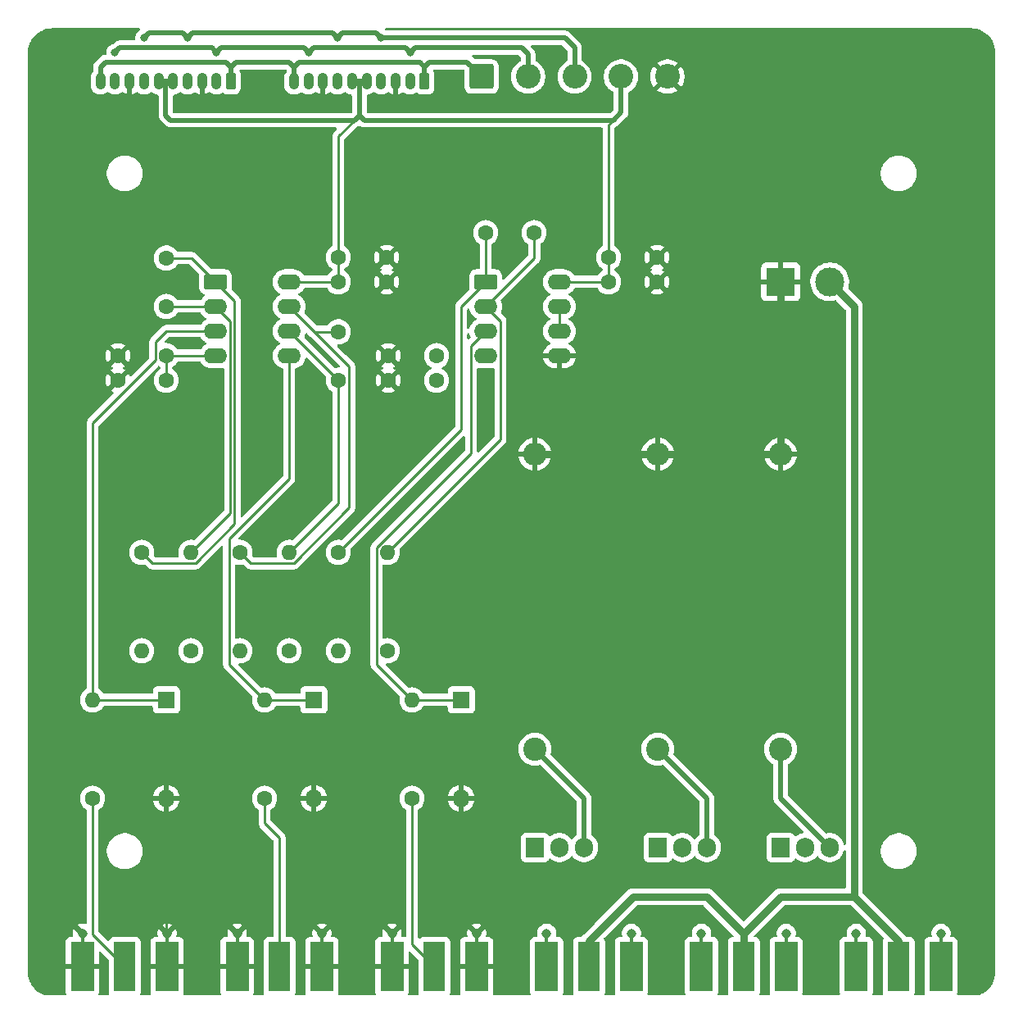
<source format=gtl>
G04 #@! TF.GenerationSoftware,KiCad,Pcbnew,9.0.0*
G04 #@! TF.CreationDate,2025-06-03T11:33:59-07:00*
G04 #@! TF.ProjectId,bias_coil,62696173-5f63-46f6-996c-2e6b69636164,rev?*
G04 #@! TF.SameCoordinates,Original*
G04 #@! TF.FileFunction,Copper,L1,Top*
G04 #@! TF.FilePolarity,Positive*
%FSLAX46Y46*%
G04 Gerber Fmt 4.6, Leading zero omitted, Abs format (unit mm)*
G04 Created by KiCad (PCBNEW 9.0.0) date 2025-06-03 11:33:59*
%MOMM*%
%LPD*%
G01*
G04 APERTURE LIST*
G04 Aperture macros list*
%AMRoundRect*
0 Rectangle with rounded corners*
0 $1 Rounding radius*
0 $2 $3 $4 $5 $6 $7 $8 $9 X,Y pos of 4 corners*
0 Add a 4 corners polygon primitive as box body*
4,1,4,$2,$3,$4,$5,$6,$7,$8,$9,$2,$3,0*
0 Add four circle primitives for the rounded corners*
1,1,$1+$1,$2,$3*
1,1,$1+$1,$4,$5*
1,1,$1+$1,$6,$7*
1,1,$1+$1,$8,$9*
0 Add four rect primitives between the rounded corners*
20,1,$1+$1,$2,$3,$4,$5,0*
20,1,$1+$1,$4,$5,$6,$7,0*
20,1,$1+$1,$6,$7,$8,$9,0*
20,1,$1+$1,$8,$9,$2,$3,0*%
G04 Aperture macros list end*
G04 #@! TA.AperFunction,ComponentPad*
%ADD10C,1.600000*%
G04 #@! TD*
G04 #@! TA.AperFunction,ComponentPad*
%ADD11O,1.600000X1.600000*%
G04 #@! TD*
G04 #@! TA.AperFunction,ComponentPad*
%ADD12C,2.400000*%
G04 #@! TD*
G04 #@! TA.AperFunction,ComponentPad*
%ADD13O,2.400000X2.400000*%
G04 #@! TD*
G04 #@! TA.AperFunction,ComponentPad*
%ADD14R,1.905000X2.000000*%
G04 #@! TD*
G04 #@! TA.AperFunction,ComponentPad*
%ADD15O,1.905000X2.000000*%
G04 #@! TD*
G04 #@! TA.AperFunction,ComponentPad*
%ADD16R,1.800000X1.800000*%
G04 #@! TD*
G04 #@! TA.AperFunction,ComponentPad*
%ADD17O,1.800000X1.800000*%
G04 #@! TD*
G04 #@! TA.AperFunction,SMDPad,CuDef*
%ADD18R,2.290000X5.080000*%
G04 #@! TD*
G04 #@! TA.AperFunction,SMDPad,CuDef*
%ADD19R,2.420000X5.080000*%
G04 #@! TD*
G04 #@! TA.AperFunction,SMDPad,CuDef*
%ADD20R,0.460000X0.950000*%
G04 #@! TD*
G04 #@! TA.AperFunction,ComponentPad*
%ADD21C,0.970000*%
G04 #@! TD*
G04 #@! TA.AperFunction,ComponentPad*
%ADD22RoundRect,0.249999X-1.025001X-1.025001X1.025001X-1.025001X1.025001X1.025001X-1.025001X1.025001X0*%
G04 #@! TD*
G04 #@! TA.AperFunction,ComponentPad*
%ADD23C,2.550000*%
G04 #@! TD*
G04 #@! TA.AperFunction,ComponentPad*
%ADD24RoundRect,0.250000X0.265000X0.615000X-0.265000X0.615000X-0.265000X-0.615000X0.265000X-0.615000X0*%
G04 #@! TD*
G04 #@! TA.AperFunction,ComponentPad*
%ADD25O,1.030000X1.730000*%
G04 #@! TD*
G04 #@! TA.AperFunction,ComponentPad*
%ADD26R,3.000000X3.000000*%
G04 #@! TD*
G04 #@! TA.AperFunction,ComponentPad*
%ADD27C,3.000000*%
G04 #@! TD*
G04 #@! TA.AperFunction,ComponentPad*
%ADD28RoundRect,0.250000X-0.950000X-0.550000X0.950000X-0.550000X0.950000X0.550000X-0.950000X0.550000X0*%
G04 #@! TD*
G04 #@! TA.AperFunction,ComponentPad*
%ADD29O,2.400000X1.600000*%
G04 #@! TD*
G04 #@! TA.AperFunction,ViaPad*
%ADD30C,0.800000*%
G04 #@! TD*
G04 #@! TA.AperFunction,Conductor*
%ADD31C,0.250000*%
G04 #@! TD*
G04 #@! TA.AperFunction,Conductor*
%ADD32C,0.750000*%
G04 #@! TD*
G04 #@! TA.AperFunction,Conductor*
%ADD33C,0.500000*%
G04 #@! TD*
G04 APERTURE END LIST*
D10*
X132080000Y-104140000D03*
D11*
X132080000Y-114300000D03*
D12*
X177800000Y-124465000D03*
D13*
X177800000Y-93985000D03*
D14*
X152400000Y-134620000D03*
D15*
X154940000Y-134620000D03*
X157480000Y-134620000D03*
D10*
X124460000Y-129540000D03*
D11*
X124460000Y-119380000D03*
D16*
X144780000Y-119380000D03*
D17*
X144780000Y-129540000D03*
D18*
X190000000Y-146930000D03*
D19*
X185620000Y-146930000D03*
X194380000Y-146930000D03*
D20*
X185620000Y-143940000D03*
X194380000Y-143940000D03*
D21*
X185620000Y-143490000D03*
X194380000Y-143490000D03*
D16*
X114300000Y-119380000D03*
D17*
X114300000Y-129540000D03*
D10*
X132080000Y-86360000D03*
X132080000Y-81360000D03*
D22*
X146900000Y-55000000D03*
D23*
X151700000Y-55000000D03*
X156500000Y-55000000D03*
X161300000Y-55000000D03*
X166100000Y-55000000D03*
D10*
X137080000Y-73660000D03*
X132080000Y-73660000D03*
D24*
X141000000Y-55500000D03*
D25*
X139500000Y-55500000D03*
X138000000Y-55500000D03*
X136500000Y-55500000D03*
X135000000Y-55500000D03*
X133500000Y-55500000D03*
X132000000Y-55500000D03*
X130500000Y-55500000D03*
X129000000Y-55500000D03*
X127500000Y-55500000D03*
D26*
X177800000Y-76200000D03*
D27*
X182880000Y-76200000D03*
D10*
X137240000Y-83820000D03*
X142240000Y-83820000D03*
D28*
X147320000Y-76200000D03*
D29*
X147320000Y-78740000D03*
X147320000Y-81280000D03*
X147320000Y-83820000D03*
X154940000Y-83820000D03*
X154940000Y-81280000D03*
X154940000Y-78740000D03*
X154940000Y-76200000D03*
D18*
X142000000Y-146930000D03*
D19*
X137620000Y-146930000D03*
X146380000Y-146930000D03*
D20*
X137620000Y-143940000D03*
X146380000Y-143940000D03*
D21*
X137620000Y-143490000D03*
X146380000Y-143490000D03*
D12*
X165100000Y-124465000D03*
D13*
X165100000Y-93985000D03*
D10*
X137240000Y-86360000D03*
X142240000Y-86360000D03*
D14*
X177800000Y-134620000D03*
D15*
X180340000Y-134620000D03*
X182880000Y-134620000D03*
D16*
X129540000Y-119380000D03*
D17*
X129540000Y-129540000D03*
D10*
X152320000Y-71120000D03*
X147320000Y-71120000D03*
X137160000Y-114300000D03*
D11*
X137160000Y-104140000D03*
D10*
X109300000Y-83820000D03*
X114300000Y-83820000D03*
X109300000Y-86360000D03*
X114300000Y-86360000D03*
D18*
X126000000Y-146930000D03*
D19*
X121620000Y-146930000D03*
X130380000Y-146930000D03*
D20*
X121620000Y-143940000D03*
X130380000Y-143940000D03*
D21*
X121620000Y-143490000D03*
X130380000Y-143490000D03*
D10*
X139700000Y-129540000D03*
D11*
X139700000Y-119380000D03*
D10*
X111760000Y-104140000D03*
D11*
X111760000Y-114300000D03*
D28*
X119380000Y-76200000D03*
D29*
X119380000Y-78740000D03*
X119380000Y-81280000D03*
X119380000Y-83820000D03*
X127000000Y-83820000D03*
X127000000Y-81280000D03*
X127000000Y-78740000D03*
X127000000Y-76200000D03*
D10*
X121920000Y-104140000D03*
D11*
X121920000Y-114300000D03*
D24*
X121000000Y-55500000D03*
D25*
X119500000Y-55500000D03*
X118000000Y-55500000D03*
X116500000Y-55500000D03*
X115000000Y-55500000D03*
X113500000Y-55500000D03*
X112000000Y-55500000D03*
X110500000Y-55500000D03*
X109000000Y-55500000D03*
X107500000Y-55500000D03*
D10*
X116840000Y-114300000D03*
D11*
X116840000Y-104140000D03*
D10*
X114300000Y-78740000D03*
X114300000Y-73740000D03*
D18*
X158000000Y-146930000D03*
D19*
X153620000Y-146930000D03*
X162380000Y-146930000D03*
D20*
X153620000Y-143940000D03*
X162380000Y-143940000D03*
D21*
X153620000Y-143490000D03*
X162380000Y-143490000D03*
D10*
X165020000Y-76200000D03*
X160020000Y-76200000D03*
D18*
X174000000Y-146930000D03*
D19*
X169620000Y-146930000D03*
X178380000Y-146930000D03*
D20*
X169620000Y-143940000D03*
X178380000Y-143940000D03*
D21*
X169620000Y-143490000D03*
X178380000Y-143490000D03*
D12*
X152400000Y-124460000D03*
D13*
X152400000Y-93980000D03*
D14*
X165100000Y-134620000D03*
D15*
X167640000Y-134620000D03*
X170180000Y-134620000D03*
D10*
X165020000Y-73660000D03*
X160020000Y-73660000D03*
X127000000Y-114300000D03*
D11*
X127000000Y-104140000D03*
D10*
X137080000Y-76200000D03*
X132080000Y-76200000D03*
D18*
X110000000Y-146930000D03*
D19*
X105620000Y-146930000D03*
X114380000Y-146930000D03*
D20*
X105620000Y-143940000D03*
X114380000Y-143940000D03*
D21*
X105620000Y-143490000D03*
X114380000Y-143490000D03*
D10*
X106680000Y-129540000D03*
D11*
X106680000Y-119380000D03*
D30*
X136500000Y-51000000D03*
X112000000Y-51000000D03*
X116500000Y-51000000D03*
X132000000Y-51000000D03*
X129000000Y-52500000D03*
X109000000Y-52500000D03*
X119500000Y-52500000D03*
X139500000Y-52500000D03*
D31*
X165095000Y-93980000D02*
X165100000Y-93985000D01*
X177800000Y-66700000D02*
X177800000Y-76200000D01*
D32*
X177800000Y-93985000D02*
X165100000Y-93985000D01*
X152400000Y-93980000D02*
X165095000Y-93980000D01*
D31*
X114300000Y-129540000D02*
X114300000Y-143410000D01*
X144780000Y-141890000D02*
X146380000Y-143490000D01*
X129540000Y-129540000D02*
X129540000Y-142650000D01*
X129540000Y-142650000D02*
X130380000Y-143490000D01*
X144780000Y-129540000D02*
X144780000Y-141890000D01*
X114300000Y-143410000D02*
X114380000Y-143490000D01*
D32*
X177800000Y-93985000D02*
X177800000Y-76200000D01*
D31*
X166100000Y-55000000D02*
X177800000Y-66700000D01*
D33*
X156500000Y-55000000D02*
X156500000Y-52000000D01*
X131500000Y-50500000D02*
X131000000Y-50500000D01*
X117000000Y-50500000D02*
X116500000Y-51000000D01*
X132500000Y-50500000D02*
X132000000Y-51000000D01*
X156500000Y-52000000D02*
X155500000Y-51000000D01*
X155500000Y-51000000D02*
X136500000Y-51000000D01*
X136500000Y-51000000D02*
X136000000Y-50500000D01*
X131000000Y-50500000D02*
X117000000Y-50500000D01*
X112500000Y-50500000D02*
X112000000Y-51000000D01*
X116000000Y-50500000D02*
X112500000Y-50500000D01*
X116500000Y-51000000D02*
X116000000Y-50500000D01*
X132000000Y-51000000D02*
X131500000Y-50500000D01*
X136000000Y-50500000D02*
X132500000Y-50500000D01*
X151000000Y-52000000D02*
X140000000Y-52000000D01*
X120000000Y-52000000D02*
X119500000Y-52500000D01*
X151700000Y-52700000D02*
X151700000Y-55000000D01*
X128500000Y-52000000D02*
X120000000Y-52000000D01*
X140000000Y-52000000D02*
X139500000Y-52500000D01*
X119500000Y-52500000D02*
X119000000Y-52000000D01*
X129000000Y-52500000D02*
X128500000Y-52000000D01*
X109500000Y-52000000D02*
X109000000Y-52500000D01*
X151700000Y-52700000D02*
X151000000Y-52000000D01*
X119000000Y-52000000D02*
X109500000Y-52000000D01*
X129500000Y-52000000D02*
X129000000Y-52500000D01*
X139500000Y-52500000D02*
X139000000Y-52000000D01*
X139000000Y-52000000D02*
X129500000Y-52000000D01*
X114250000Y-55500000D02*
X115000000Y-55500000D01*
D31*
X132080000Y-73660000D02*
X132080000Y-61170000D01*
X127000000Y-76200000D02*
X132080000Y-76200000D01*
X160020000Y-73660000D02*
X160020000Y-59980000D01*
D33*
X114250000Y-55500000D02*
X114250000Y-59000000D01*
D31*
X132080000Y-61170000D02*
X133750000Y-59500000D01*
D33*
X114750000Y-59500000D02*
X133750000Y-59500000D01*
D31*
X132080000Y-73660000D02*
X132080000Y-76200000D01*
D33*
X133750000Y-59500000D02*
X134250000Y-59000000D01*
X113500000Y-55500000D02*
X114250000Y-55500000D01*
D31*
X160020000Y-59980000D02*
X160500000Y-59500000D01*
D33*
X161300000Y-58700000D02*
X161300000Y-55000000D01*
D31*
X160020000Y-73660000D02*
X160020000Y-76200000D01*
X160020000Y-76200000D02*
X154940000Y-76200000D01*
D33*
X134250000Y-55500000D02*
X134250000Y-59000000D01*
X160500000Y-59500000D02*
X161300000Y-58700000D01*
X134750000Y-59500000D02*
X160500000Y-59500000D01*
X114250000Y-59000000D02*
X114750000Y-59500000D01*
X134250000Y-59000000D02*
X134750000Y-59500000D01*
X133500000Y-55500000D02*
X134250000Y-55500000D01*
X134250000Y-55500000D02*
X135000000Y-55500000D01*
X127500000Y-54000000D02*
X127500000Y-55500000D01*
X140500000Y-53500000D02*
X141000000Y-54000000D01*
X141000000Y-54000000D02*
X141000000Y-55500000D01*
X121000000Y-54000000D02*
X121000000Y-55500000D01*
X107500000Y-54000000D02*
X107500000Y-55500000D01*
D31*
X114300000Y-83820000D02*
X119380000Y-83820000D01*
D33*
X127000000Y-53500000D02*
X127500000Y-54000000D01*
X120500000Y-53500000D02*
X121000000Y-54000000D01*
X108000000Y-53500000D02*
X120500000Y-53500000D01*
X128000000Y-53500000D02*
X140500000Y-53500000D01*
X121500000Y-53500000D02*
X127000000Y-53500000D01*
X121000000Y-54000000D02*
X121500000Y-53500000D01*
X141000000Y-54000000D02*
X141500000Y-53500000D01*
D31*
X114300000Y-83820000D02*
X114300000Y-86360000D01*
D33*
X107500000Y-54000000D02*
X108000000Y-53500000D01*
X145400000Y-53500000D02*
X146900000Y-55000000D01*
X141500000Y-53500000D02*
X145400000Y-53500000D01*
X127500000Y-54000000D02*
X128000000Y-53500000D01*
D31*
X120906000Y-100074000D02*
X120906000Y-80266000D01*
X116840000Y-104140000D02*
X120906000Y-100074000D01*
X119380000Y-78740000D02*
X114300000Y-78740000D01*
X120906000Y-80266000D02*
X119380000Y-78740000D01*
X118832404Y-78740000D02*
X114300000Y-78740000D01*
X111760000Y-104140000D02*
X112886000Y-105266000D01*
X121357000Y-78177000D02*
X119380000Y-76200000D01*
X121357000Y-101215405D02*
X121357000Y-78177000D01*
X117306405Y-105266000D02*
X121357000Y-101215405D01*
X114300000Y-73740000D02*
X116920000Y-73740000D01*
X112886000Y-105266000D02*
X117306405Y-105266000D01*
X116920000Y-73740000D02*
X119380000Y-76200000D01*
X132080000Y-99060000D02*
X132080000Y-86360000D01*
X127000000Y-81280000D02*
X132080000Y-86360000D01*
X127000000Y-104140000D02*
X132080000Y-99060000D01*
X129620000Y-81360000D02*
X127000000Y-78740000D01*
X127466405Y-105266000D02*
X133206000Y-99526405D01*
X133206000Y-99526405D02*
X133206000Y-84946000D01*
X123046000Y-105266000D02*
X127466405Y-105266000D01*
X132080000Y-81360000D02*
X129620000Y-81360000D01*
X121920000Y-104140000D02*
X123046000Y-105266000D01*
X133206000Y-84946000D02*
X129620000Y-81360000D01*
X148846000Y-80266000D02*
X147320000Y-78740000D01*
X152320000Y-71120000D02*
X152320000Y-73740000D01*
X137160000Y-104140000D02*
X148846000Y-92454000D01*
X152320000Y-73740000D02*
X147320000Y-78740000D01*
X148846000Y-92454000D02*
X148846000Y-80266000D01*
X144780000Y-91440000D02*
X144780000Y-78740000D01*
X144780000Y-78740000D02*
X147320000Y-76200000D01*
X147320000Y-71120000D02*
X147320000Y-76200000D01*
X132080000Y-104140000D02*
X144780000Y-91440000D01*
X110000000Y-146930000D02*
X106680000Y-143610000D01*
X106680000Y-143610000D02*
X106680000Y-129540000D01*
X126000000Y-133620000D02*
X126000000Y-146930000D01*
X124460000Y-132080000D02*
X126000000Y-133620000D01*
X124460000Y-129540000D02*
X124460000Y-132080000D01*
X139700000Y-129540000D02*
X139700000Y-144630000D01*
X139700000Y-144630000D02*
X142000000Y-146930000D01*
D33*
X157480000Y-129540000D02*
X157480000Y-134620000D01*
X152400000Y-124460000D02*
X157480000Y-129540000D01*
X170180000Y-129545000D02*
X170180000Y-134620000D01*
X165100000Y-124465000D02*
X170180000Y-129545000D01*
X177800000Y-124465000D02*
X177800000Y-129540000D01*
X177800000Y-129540000D02*
X182880000Y-134620000D01*
D31*
X154940000Y-78740000D02*
X154940000Y-81280000D01*
X106680000Y-90780405D02*
X106680000Y-119380000D01*
X106680000Y-90780405D02*
X113174000Y-84286405D01*
X113174000Y-82406000D02*
X114300000Y-81280000D01*
X114300000Y-81280000D02*
X119380000Y-81280000D01*
X106680000Y-119380000D02*
X114300000Y-119380000D01*
X113174000Y-84286405D02*
X113174000Y-82406000D01*
X120794000Y-115714000D02*
X124460000Y-119380000D01*
X120794000Y-102726000D02*
X120794000Y-115714000D01*
X124460000Y-119380000D02*
X129540000Y-119380000D01*
X127000000Y-96520000D02*
X127000000Y-83820000D01*
X127000000Y-96520000D02*
X120794000Y-102726000D01*
X144780000Y-119380000D02*
X139700000Y-119380000D01*
X145794000Y-82806000D02*
X147320000Y-81280000D01*
X145794000Y-93913595D02*
X145794000Y-82806000D01*
X139700000Y-119380000D02*
X136034000Y-115714000D01*
X136034000Y-103673595D02*
X145794000Y-93913595D01*
X136034000Y-115714000D02*
X136034000Y-103673595D01*
D32*
X190000000Y-144280000D02*
X190000000Y-146930000D01*
X185420000Y-78740000D02*
X182880000Y-76200000D01*
X158000000Y-146930000D02*
X158000000Y-144260000D01*
X177800000Y-139700000D02*
X185420000Y-139700000D01*
X170180000Y-139700000D02*
X174000000Y-143520000D01*
X174000000Y-143500000D02*
X177800000Y-139700000D01*
X185420000Y-139700000D02*
X185420000Y-78740000D01*
X174000000Y-143520000D02*
X174000000Y-146930000D01*
X162560000Y-139700000D02*
X170180000Y-139700000D01*
X158000000Y-144260000D02*
X162560000Y-139700000D01*
X185420000Y-139700000D02*
X190000000Y-144280000D01*
X174000000Y-143520000D02*
X174000000Y-143500000D01*
G04 #@! TA.AperFunction,Conductor*
G36*
X111533265Y-50020185D02*
G01*
X111579020Y-50072989D01*
X111588964Y-50142147D01*
X111559939Y-50205703D01*
X111535117Y-50227602D01*
X111425965Y-50300535D01*
X111425961Y-50300538D01*
X111300538Y-50425961D01*
X111300535Y-50425965D01*
X111201990Y-50573446D01*
X111201983Y-50573459D01*
X111134106Y-50737332D01*
X111134103Y-50737341D01*
X111099500Y-50911304D01*
X111099500Y-51088690D01*
X111102010Y-51101310D01*
X111095781Y-51170901D01*
X111052918Y-51226078D01*
X110987028Y-51249322D01*
X110980392Y-51249500D01*
X109426080Y-51249500D01*
X109281092Y-51278340D01*
X109281086Y-51278342D01*
X109144508Y-51334914D01*
X109144496Y-51334921D01*
X109095270Y-51367811D01*
X109095271Y-51367812D01*
X109021585Y-51417047D01*
X108847807Y-51590824D01*
X108786483Y-51624308D01*
X108784319Y-51624759D01*
X108737337Y-51634104D01*
X108737331Y-51634106D01*
X108573459Y-51701983D01*
X108573446Y-51701990D01*
X108425965Y-51800535D01*
X108425961Y-51800538D01*
X108300538Y-51925961D01*
X108300535Y-51925965D01*
X108201990Y-52073446D01*
X108201983Y-52073459D01*
X108134106Y-52237332D01*
X108134103Y-52237341D01*
X108099500Y-52411304D01*
X108099500Y-52588690D01*
X108102010Y-52601310D01*
X108095781Y-52670901D01*
X108052918Y-52726078D01*
X107987028Y-52749322D01*
X107980392Y-52749500D01*
X107926080Y-52749500D01*
X107781092Y-52778340D01*
X107781086Y-52778342D01*
X107644508Y-52834914D01*
X107644496Y-52834921D01*
X107595269Y-52867813D01*
X107521588Y-52917044D01*
X107521580Y-52917050D01*
X106917050Y-53521580D01*
X106917044Y-53521588D01*
X106867812Y-53595268D01*
X106867813Y-53595269D01*
X106834921Y-53644496D01*
X106834914Y-53644508D01*
X106778342Y-53781086D01*
X106778340Y-53781092D01*
X106749500Y-53926079D01*
X106749500Y-54413002D01*
X106729815Y-54480041D01*
X106713181Y-54500683D01*
X106711211Y-54502652D01*
X106711208Y-54502656D01*
X106600078Y-54668973D01*
X106600071Y-54668986D01*
X106523526Y-54853784D01*
X106523523Y-54853796D01*
X106484500Y-55049977D01*
X106484500Y-55950022D01*
X106523523Y-56146203D01*
X106523526Y-56146215D01*
X106600071Y-56331013D01*
X106600078Y-56331026D01*
X106711208Y-56497343D01*
X106711211Y-56497347D01*
X106852652Y-56638788D01*
X106852656Y-56638791D01*
X107018973Y-56749921D01*
X107018986Y-56749928D01*
X107202625Y-56825993D01*
X107203789Y-56826475D01*
X107347185Y-56854998D01*
X107399977Y-56865499D01*
X107399981Y-56865500D01*
X107399982Y-56865500D01*
X107600019Y-56865500D01*
X107600020Y-56865499D01*
X107796211Y-56826475D01*
X107981020Y-56749925D01*
X108147344Y-56638791D01*
X108162318Y-56623816D01*
X108223639Y-56590331D01*
X108293331Y-56595314D01*
X108337681Y-56623816D01*
X108345506Y-56631641D01*
X108352657Y-56638792D01*
X108518973Y-56749921D01*
X108518986Y-56749928D01*
X108702625Y-56825993D01*
X108703789Y-56826475D01*
X108847185Y-56854998D01*
X108899977Y-56865499D01*
X108899981Y-56865500D01*
X108899982Y-56865500D01*
X109100019Y-56865500D01*
X109100020Y-56865499D01*
X109296211Y-56826475D01*
X109481020Y-56749925D01*
X109647344Y-56638791D01*
X109662671Y-56623463D01*
X109723989Y-56589978D01*
X109793681Y-56594959D01*
X109838034Y-56623462D01*
X109852971Y-56638399D01*
X109852975Y-56638402D01*
X110019210Y-56749477D01*
X110019223Y-56749484D01*
X110203929Y-56825991D01*
X110203936Y-56825993D01*
X110250000Y-56835155D01*
X110250000Y-55766189D01*
X110275884Y-55792073D01*
X110359115Y-55840126D01*
X110451947Y-55865000D01*
X110548053Y-55865000D01*
X110640885Y-55840126D01*
X110724116Y-55792073D01*
X110750000Y-55766189D01*
X110750000Y-56835154D01*
X110796063Y-56825993D01*
X110796070Y-56825991D01*
X110980776Y-56749484D01*
X110980789Y-56749477D01*
X111147023Y-56638403D01*
X111161962Y-56623464D01*
X111223285Y-56589977D01*
X111292977Y-56594960D01*
X111337329Y-56623464D01*
X111352653Y-56638789D01*
X111352656Y-56638791D01*
X111518973Y-56749921D01*
X111518986Y-56749928D01*
X111702625Y-56825993D01*
X111703789Y-56826475D01*
X111847185Y-56854998D01*
X111899977Y-56865499D01*
X111899981Y-56865500D01*
X111899982Y-56865500D01*
X112100019Y-56865500D01*
X112100020Y-56865499D01*
X112296211Y-56826475D01*
X112481020Y-56749925D01*
X112647344Y-56638791D01*
X112662318Y-56623816D01*
X112723639Y-56590331D01*
X112793331Y-56595314D01*
X112837681Y-56623816D01*
X112845506Y-56631641D01*
X112852657Y-56638792D01*
X113018973Y-56749921D01*
X113018986Y-56749928D01*
X113202625Y-56825993D01*
X113203789Y-56826475D01*
X113399691Y-56865442D01*
X113461602Y-56897826D01*
X113496176Y-56958542D01*
X113499500Y-56987059D01*
X113499500Y-59073918D01*
X113528340Y-59218907D01*
X113528343Y-59218917D01*
X113584914Y-59355493D01*
X113584915Y-59355495D01*
X113600311Y-59378537D01*
X113667046Y-59478414D01*
X113667052Y-59478421D01*
X114271584Y-60082952D01*
X114271586Y-60082954D01*
X114287643Y-60093682D01*
X114345270Y-60132186D01*
X114394505Y-60165084D01*
X114394506Y-60165084D01*
X114394507Y-60165085D01*
X114394509Y-60165086D01*
X114531082Y-60221656D01*
X114531087Y-60221658D01*
X114531091Y-60221658D01*
X114531092Y-60221659D01*
X114676079Y-60250500D01*
X114676082Y-60250500D01*
X114676083Y-60250500D01*
X114823918Y-60250500D01*
X131815548Y-60250500D01*
X131882587Y-60270185D01*
X131928342Y-60322989D01*
X131938286Y-60392147D01*
X131909261Y-60455703D01*
X131903229Y-60462181D01*
X131681269Y-60684140D01*
X131594144Y-60771264D01*
X131594138Y-60771272D01*
X131525692Y-60873705D01*
X131525684Y-60873719D01*
X131492347Y-60954207D01*
X131486823Y-60967543D01*
X131478537Y-60987545D01*
X131478535Y-60987553D01*
X131454500Y-61108389D01*
X131454500Y-72443885D01*
X131434815Y-72510924D01*
X131401428Y-72543606D01*
X131402331Y-72544849D01*
X131232786Y-72668028D01*
X131088028Y-72812786D01*
X130967715Y-72978386D01*
X130874781Y-73160776D01*
X130811522Y-73355465D01*
X130779500Y-73557648D01*
X130779500Y-73762351D01*
X130811522Y-73964534D01*
X130874781Y-74159223D01*
X130898820Y-74206401D01*
X130967585Y-74341359D01*
X130967715Y-74341613D01*
X131088028Y-74507213D01*
X131088034Y-74507219D01*
X131232781Y-74651966D01*
X131398390Y-74772287D01*
X131398394Y-74772289D01*
X131402332Y-74775150D01*
X131401111Y-74776829D01*
X131402245Y-74778081D01*
X131411703Y-74782401D01*
X131425290Y-74803544D01*
X131442155Y-74822177D01*
X131444859Y-74833994D01*
X131449477Y-74841179D01*
X131454500Y-74876114D01*
X131454500Y-74983885D01*
X131434815Y-75050924D01*
X131401428Y-75083606D01*
X131402331Y-75084849D01*
X131232786Y-75208028D01*
X131088028Y-75352786D01*
X130964849Y-75522331D01*
X130963176Y-75521115D01*
X130917792Y-75562169D01*
X130863885Y-75574500D01*
X128616115Y-75574500D01*
X128549076Y-75554815D01*
X128516393Y-75521428D01*
X128515151Y-75522331D01*
X128391971Y-75352786D01*
X128247213Y-75208028D01*
X128081613Y-75087715D01*
X128081612Y-75087714D01*
X128081610Y-75087713D01*
X128009408Y-75050924D01*
X127899223Y-74994781D01*
X127704534Y-74931522D01*
X127529995Y-74903878D01*
X127502352Y-74899500D01*
X126497648Y-74899500D01*
X126473329Y-74903351D01*
X126295465Y-74931522D01*
X126100776Y-74994781D01*
X125918386Y-75087715D01*
X125752786Y-75208028D01*
X125608028Y-75352786D01*
X125487715Y-75518386D01*
X125394781Y-75700776D01*
X125331522Y-75895465D01*
X125299500Y-76097648D01*
X125299500Y-76302351D01*
X125331522Y-76504534D01*
X125394781Y-76699223D01*
X125446135Y-76800009D01*
X125487585Y-76881359D01*
X125487715Y-76881613D01*
X125608028Y-77047213D01*
X125752786Y-77191971D01*
X125873226Y-77279474D01*
X125918390Y-77312287D01*
X126009840Y-77358883D01*
X126011080Y-77359515D01*
X126061876Y-77407490D01*
X126078671Y-77475311D01*
X126056134Y-77541446D01*
X126011080Y-77580485D01*
X125918386Y-77627715D01*
X125752786Y-77748028D01*
X125608028Y-77892786D01*
X125487715Y-78058386D01*
X125394781Y-78240776D01*
X125331522Y-78435465D01*
X125299500Y-78637648D01*
X125299500Y-78842351D01*
X125331522Y-79044534D01*
X125394781Y-79239223D01*
X125435218Y-79318583D01*
X125465406Y-79377831D01*
X125487715Y-79421613D01*
X125608028Y-79587213D01*
X125752786Y-79731971D01*
X125907749Y-79844556D01*
X125918390Y-79852287D01*
X126009840Y-79898883D01*
X126011080Y-79899515D01*
X126061876Y-79947490D01*
X126078671Y-80015311D01*
X126056134Y-80081446D01*
X126011080Y-80120485D01*
X125918386Y-80167715D01*
X125752786Y-80288028D01*
X125608028Y-80432786D01*
X125487715Y-80598386D01*
X125394781Y-80780776D01*
X125331522Y-80975465D01*
X125299500Y-81177648D01*
X125299500Y-81382351D01*
X125331522Y-81584534D01*
X125394781Y-81779223D01*
X125435218Y-81858583D01*
X125466584Y-81920143D01*
X125487715Y-81961613D01*
X125608028Y-82127213D01*
X125752786Y-82271971D01*
X125852470Y-82344394D01*
X125918390Y-82392287D01*
X126009840Y-82438883D01*
X126011080Y-82439515D01*
X126061876Y-82487490D01*
X126078671Y-82555311D01*
X126056134Y-82621446D01*
X126011080Y-82660485D01*
X125918386Y-82707715D01*
X125752786Y-82828028D01*
X125608028Y-82972786D01*
X125487715Y-83138386D01*
X125394781Y-83320776D01*
X125331522Y-83515465D01*
X125299500Y-83717648D01*
X125299500Y-83922351D01*
X125331522Y-84124534D01*
X125394781Y-84319223D01*
X125458691Y-84444653D01*
X125487585Y-84501359D01*
X125487715Y-84501613D01*
X125608028Y-84667213D01*
X125752786Y-84811971D01*
X125884733Y-84907834D01*
X125918390Y-84932287D01*
X126100781Y-85025220D01*
X126255675Y-85075548D01*
X126288818Y-85086317D01*
X126346494Y-85125755D01*
X126373692Y-85190113D01*
X126374500Y-85204248D01*
X126374500Y-96209547D01*
X126354815Y-96276586D01*
X126338181Y-96297228D01*
X122194181Y-100441228D01*
X122132858Y-100474713D01*
X122063166Y-100469729D01*
X122007233Y-100427857D01*
X121982816Y-100362393D01*
X121982500Y-100353547D01*
X121982500Y-78115394D01*
X121979119Y-78098400D01*
X121979119Y-78098398D01*
X121958463Y-77994549D01*
X121934887Y-77937631D01*
X121911313Y-77880718D01*
X121911312Y-77880716D01*
X121911311Y-77880714D01*
X121900477Y-77864500D01*
X121862305Y-77807372D01*
X121842861Y-77778271D01*
X121842855Y-77778263D01*
X121752637Y-77688045D01*
X121752606Y-77688016D01*
X121098542Y-77033952D01*
X121065057Y-76972629D01*
X121068517Y-76907266D01*
X121069999Y-76902797D01*
X121080500Y-76800009D01*
X121080499Y-75599992D01*
X121069999Y-75497203D01*
X121014814Y-75330666D01*
X120922712Y-75181344D01*
X120798656Y-75057288D01*
X120649334Y-74965186D01*
X120482797Y-74910001D01*
X120482795Y-74910000D01*
X120380016Y-74899500D01*
X120380009Y-74899500D01*
X119015453Y-74899500D01*
X118948414Y-74879815D01*
X118927772Y-74863181D01*
X117415822Y-73351232D01*
X117405859Y-73341269D01*
X117405858Y-73341267D01*
X117318733Y-73254142D01*
X117267509Y-73219915D01*
X117216286Y-73185688D01*
X117216283Y-73185686D01*
X117216280Y-73185685D01*
X117142603Y-73155168D01*
X117142601Y-73155167D01*
X117135792Y-73152347D01*
X117102452Y-73138537D01*
X117042029Y-73126518D01*
X117037306Y-73125578D01*
X117037304Y-73125578D01*
X116981610Y-73114500D01*
X116981607Y-73114500D01*
X116981606Y-73114500D01*
X115516115Y-73114500D01*
X115449076Y-73094815D01*
X115416393Y-73061428D01*
X115415151Y-73062331D01*
X115291971Y-72892786D01*
X115147213Y-72748028D01*
X114981613Y-72627715D01*
X114981612Y-72627714D01*
X114981610Y-72627713D01*
X114888995Y-72580523D01*
X114799223Y-72534781D01*
X114604534Y-72471522D01*
X114429995Y-72443878D01*
X114402352Y-72439500D01*
X114197648Y-72439500D01*
X114173329Y-72443351D01*
X113995465Y-72471522D01*
X113800776Y-72534781D01*
X113618386Y-72627715D01*
X113452786Y-72748028D01*
X113308028Y-72892786D01*
X113187715Y-73058386D01*
X113094781Y-73240776D01*
X113031522Y-73435465D01*
X112999500Y-73637648D01*
X112999500Y-73842351D01*
X113031522Y-74044534D01*
X113094781Y-74239223D01*
X113126567Y-74301605D01*
X113177699Y-74401957D01*
X113187715Y-74421613D01*
X113308028Y-74587213D01*
X113452786Y-74731971D01*
X113603101Y-74841179D01*
X113618390Y-74852287D01*
X113689058Y-74888294D01*
X113800776Y-74945218D01*
X113800778Y-74945218D01*
X113800781Y-74945220D01*
X113905137Y-74979127D01*
X113995465Y-75008477D01*
X114060768Y-75018820D01*
X114197648Y-75040500D01*
X114197649Y-75040500D01*
X114402351Y-75040500D01*
X114402352Y-75040500D01*
X114604534Y-75008477D01*
X114799219Y-74945220D01*
X114981610Y-74852287D01*
X115087781Y-74775150D01*
X115147213Y-74731971D01*
X115147215Y-74731968D01*
X115147219Y-74731966D01*
X115291966Y-74587219D01*
X115291968Y-74587215D01*
X115291971Y-74587213D01*
X115415151Y-74417669D01*
X115416823Y-74418884D01*
X115462208Y-74377831D01*
X115516115Y-74365500D01*
X116609548Y-74365500D01*
X116676587Y-74385185D01*
X116697229Y-74401819D01*
X117661457Y-75366047D01*
X117694942Y-75427370D01*
X117691483Y-75492730D01*
X117690001Y-75497202D01*
X117679500Y-75599983D01*
X117679500Y-76800001D01*
X117679501Y-76800018D01*
X117690000Y-76902796D01*
X117690001Y-76902799D01*
X117745185Y-77069331D01*
X117745187Y-77069336D01*
X117755897Y-77086700D01*
X117837288Y-77218656D01*
X117961344Y-77342712D01*
X118110666Y-77434814D01*
X118192570Y-77461954D01*
X118250015Y-77501727D01*
X118276838Y-77566243D01*
X118264523Y-77635018D01*
X118226451Y-77679978D01*
X118132787Y-77748028D01*
X118132782Y-77748032D01*
X117988028Y-77892786D01*
X117864849Y-78062331D01*
X117863176Y-78061115D01*
X117817792Y-78102169D01*
X117763885Y-78114500D01*
X115516115Y-78114500D01*
X115449076Y-78094815D01*
X115416393Y-78061428D01*
X115415151Y-78062331D01*
X115291971Y-77892786D01*
X115147213Y-77748028D01*
X114981613Y-77627715D01*
X114981612Y-77627714D01*
X114981610Y-77627713D01*
X114924653Y-77598691D01*
X114799223Y-77534781D01*
X114604534Y-77471522D01*
X114429995Y-77443878D01*
X114402352Y-77439500D01*
X114197648Y-77439500D01*
X114173329Y-77443351D01*
X113995465Y-77471522D01*
X113800776Y-77534781D01*
X113618386Y-77627715D01*
X113452786Y-77748028D01*
X113308028Y-77892786D01*
X113187715Y-78058386D01*
X113094781Y-78240776D01*
X113031522Y-78435465D01*
X112999500Y-78637648D01*
X112999500Y-78842351D01*
X113031522Y-79044534D01*
X113094781Y-79239223D01*
X113135218Y-79318583D01*
X113165406Y-79377831D01*
X113187715Y-79421613D01*
X113308028Y-79587213D01*
X113452786Y-79731971D01*
X113607749Y-79844556D01*
X113618390Y-79852287D01*
X113711080Y-79899515D01*
X113800776Y-79945218D01*
X113800778Y-79945218D01*
X113800781Y-79945220D01*
X113876169Y-79969715D01*
X113995465Y-80008477D01*
X114014697Y-80011523D01*
X114197648Y-80040500D01*
X114197649Y-80040500D01*
X114402351Y-80040500D01*
X114402352Y-80040500D01*
X114604534Y-80008477D01*
X114799219Y-79945220D01*
X114801241Y-79944190D01*
X114812300Y-79938555D01*
X114981610Y-79852287D01*
X115090293Y-79773325D01*
X115147213Y-79731971D01*
X115147215Y-79731968D01*
X115147219Y-79731966D01*
X115291966Y-79587219D01*
X115291968Y-79587215D01*
X115291971Y-79587213D01*
X115415151Y-79417669D01*
X115416823Y-79418884D01*
X115462208Y-79377831D01*
X115516115Y-79365500D01*
X117763885Y-79365500D01*
X117830924Y-79385185D01*
X117863606Y-79418571D01*
X117864849Y-79417669D01*
X117988028Y-79587213D01*
X118132786Y-79731971D01*
X118287749Y-79844556D01*
X118298390Y-79852287D01*
X118389840Y-79898883D01*
X118391080Y-79899515D01*
X118441876Y-79947490D01*
X118458671Y-80015311D01*
X118436134Y-80081446D01*
X118391080Y-80120485D01*
X118298386Y-80167715D01*
X118132786Y-80288028D01*
X117988028Y-80432786D01*
X117864849Y-80602331D01*
X117863176Y-80601115D01*
X117817792Y-80642169D01*
X117763885Y-80654500D01*
X114238388Y-80654500D01*
X114118307Y-80678386D01*
X114118287Y-80678390D01*
X114117786Y-80678489D01*
X114117547Y-80678537D01*
X114003716Y-80725687D01*
X113921265Y-80780780D01*
X113901266Y-80794142D01*
X113901260Y-80794147D01*
X113030875Y-81664534D01*
X112775269Y-81920140D01*
X112775267Y-81920142D01*
X112737740Y-81957669D01*
X112688142Y-82007266D01*
X112665194Y-82041611D01*
X112665193Y-82041612D01*
X112619690Y-82109709D01*
X112619685Y-82109718D01*
X112590368Y-82180497D01*
X112590369Y-82180498D01*
X112572537Y-82223549D01*
X112572535Y-82223556D01*
X112548500Y-82344389D01*
X112548500Y-83975952D01*
X112528815Y-84042991D01*
X112512181Y-84063633D01*
X110696351Y-85879461D01*
X110635028Y-85912946D01*
X110565336Y-85907962D01*
X110509403Y-85866090D01*
X110498185Y-85848074D01*
X110411861Y-85678652D01*
X110379474Y-85634077D01*
X110379474Y-85634076D01*
X109700000Y-86313553D01*
X109700000Y-86307339D01*
X109672741Y-86205606D01*
X109620080Y-86114394D01*
X109545606Y-86039920D01*
X109454394Y-85987259D01*
X109352661Y-85960000D01*
X109346446Y-85960000D01*
X110025922Y-85280524D01*
X110025921Y-85280523D01*
X109981359Y-85248147D01*
X109981350Y-85248141D01*
X109887819Y-85200485D01*
X109837023Y-85152511D01*
X109820228Y-85084690D01*
X109842765Y-85018555D01*
X109887820Y-84979515D01*
X109981346Y-84931861D01*
X109981347Y-84931861D01*
X110025921Y-84899474D01*
X109346447Y-84220000D01*
X109352661Y-84220000D01*
X109454394Y-84192741D01*
X109545606Y-84140080D01*
X109620080Y-84065606D01*
X109672741Y-83974394D01*
X109700000Y-83872661D01*
X109700000Y-83866447D01*
X110379474Y-84545921D01*
X110411859Y-84501349D01*
X110504755Y-84319031D01*
X110567990Y-84124417D01*
X110600000Y-83922317D01*
X110600000Y-83717682D01*
X110567990Y-83515582D01*
X110504755Y-83320968D01*
X110411859Y-83138650D01*
X110379474Y-83094077D01*
X110379474Y-83094076D01*
X109700000Y-83773551D01*
X109700000Y-83767339D01*
X109672741Y-83665606D01*
X109620080Y-83574394D01*
X109545606Y-83499920D01*
X109454394Y-83447259D01*
X109352661Y-83420000D01*
X109346446Y-83420000D01*
X110025922Y-82740524D01*
X110025921Y-82740523D01*
X109981359Y-82708147D01*
X109981350Y-82708141D01*
X109799031Y-82615244D01*
X109604417Y-82552009D01*
X109402317Y-82520000D01*
X109197683Y-82520000D01*
X108995582Y-82552009D01*
X108800968Y-82615244D01*
X108618644Y-82708143D01*
X108574077Y-82740523D01*
X108574077Y-82740524D01*
X109253554Y-83420000D01*
X109247339Y-83420000D01*
X109145606Y-83447259D01*
X109054394Y-83499920D01*
X108979920Y-83574394D01*
X108927259Y-83665606D01*
X108900000Y-83767339D01*
X108900000Y-83773553D01*
X108220524Y-83094077D01*
X108220523Y-83094077D01*
X108188143Y-83138644D01*
X108095244Y-83320968D01*
X108032009Y-83515582D01*
X108000000Y-83717682D01*
X108000000Y-83922317D01*
X108032009Y-84124417D01*
X108095244Y-84319031D01*
X108188141Y-84501350D01*
X108188147Y-84501359D01*
X108220523Y-84545921D01*
X108220524Y-84545922D01*
X108900000Y-83866446D01*
X108900000Y-83872661D01*
X108927259Y-83974394D01*
X108979920Y-84065606D01*
X109054394Y-84140080D01*
X109145606Y-84192741D01*
X109247339Y-84220000D01*
X109253553Y-84220000D01*
X108574076Y-84899474D01*
X108618650Y-84931859D01*
X108712180Y-84979515D01*
X108762976Y-85027489D01*
X108779771Y-85095310D01*
X108757234Y-85161445D01*
X108712180Y-85200485D01*
X108618644Y-85248143D01*
X108574077Y-85280523D01*
X108574077Y-85280524D01*
X109253554Y-85960000D01*
X109247339Y-85960000D01*
X109145606Y-85987259D01*
X109054394Y-86039920D01*
X108979920Y-86114394D01*
X108927259Y-86205606D01*
X108900000Y-86307339D01*
X108900000Y-86313553D01*
X108220524Y-85634077D01*
X108220523Y-85634077D01*
X108188143Y-85678644D01*
X108095244Y-85860968D01*
X108032009Y-86055582D01*
X108000000Y-86257682D01*
X108000000Y-86462317D01*
X108032009Y-86664417D01*
X108095244Y-86859031D01*
X108188141Y-87041350D01*
X108188147Y-87041359D01*
X108220523Y-87085921D01*
X108220524Y-87085922D01*
X108900000Y-86406446D01*
X108900000Y-86412661D01*
X108927259Y-86514394D01*
X108979920Y-86605606D01*
X109054394Y-86680080D01*
X109145606Y-86732741D01*
X109247339Y-86760000D01*
X109253553Y-86760000D01*
X108574076Y-87439474D01*
X108618652Y-87471861D01*
X108788074Y-87558185D01*
X108838871Y-87606159D01*
X108855666Y-87673980D01*
X108833129Y-87740115D01*
X108819461Y-87756351D01*
X106281270Y-90294544D01*
X106194144Y-90381669D01*
X106194138Y-90381677D01*
X106125692Y-90484110D01*
X106125684Y-90484124D01*
X106092347Y-90564612D01*
X106086823Y-90577948D01*
X106078537Y-90597950D01*
X106078535Y-90597958D01*
X106054500Y-90718794D01*
X106054500Y-118163885D01*
X106034815Y-118230924D01*
X106001428Y-118263606D01*
X106002331Y-118264849D01*
X105832786Y-118388028D01*
X105688028Y-118532786D01*
X105567715Y-118698386D01*
X105474781Y-118880776D01*
X105411522Y-119075465D01*
X105379500Y-119277648D01*
X105379500Y-119482351D01*
X105411522Y-119684534D01*
X105474781Y-119879223D01*
X105538691Y-120004653D01*
X105545406Y-120017831D01*
X105567715Y-120061613D01*
X105688028Y-120227213D01*
X105832786Y-120371971D01*
X105987749Y-120484556D01*
X105998390Y-120492287D01*
X106114607Y-120551503D01*
X106180776Y-120585218D01*
X106180778Y-120585218D01*
X106180781Y-120585220D01*
X106285137Y-120619127D01*
X106375465Y-120648477D01*
X106476557Y-120664488D01*
X106577648Y-120680500D01*
X106577649Y-120680500D01*
X106782351Y-120680500D01*
X106782352Y-120680500D01*
X106984534Y-120648477D01*
X107179219Y-120585220D01*
X107361610Y-120492287D01*
X107505862Y-120387483D01*
X107527213Y-120371971D01*
X107527215Y-120371968D01*
X107527219Y-120371966D01*
X107671966Y-120227219D01*
X107671968Y-120227215D01*
X107671971Y-120227213D01*
X107795151Y-120057669D01*
X107796823Y-120058884D01*
X107842208Y-120017831D01*
X107896115Y-120005500D01*
X112775501Y-120005500D01*
X112842540Y-120025185D01*
X112888295Y-120077989D01*
X112899501Y-120129500D01*
X112899501Y-120327876D01*
X112905908Y-120387483D01*
X112956202Y-120522328D01*
X112956206Y-120522335D01*
X113042452Y-120637544D01*
X113042455Y-120637547D01*
X113157664Y-120723793D01*
X113157671Y-120723797D01*
X113292517Y-120774091D01*
X113292516Y-120774091D01*
X113299444Y-120774835D01*
X113352127Y-120780500D01*
X115247872Y-120780499D01*
X115307483Y-120774091D01*
X115442331Y-120723796D01*
X115557546Y-120637546D01*
X115643796Y-120522331D01*
X115694091Y-120387483D01*
X115700500Y-120327873D01*
X115700499Y-118432128D01*
X115694091Y-118372517D01*
X115655002Y-118267715D01*
X115643797Y-118237671D01*
X115643793Y-118237664D01*
X115557547Y-118122455D01*
X115557544Y-118122452D01*
X115442335Y-118036206D01*
X115442328Y-118036202D01*
X115307482Y-117985908D01*
X115307483Y-117985908D01*
X115247883Y-117979501D01*
X115247881Y-117979500D01*
X115247873Y-117979500D01*
X115247864Y-117979500D01*
X113352129Y-117979500D01*
X113352123Y-117979501D01*
X113292516Y-117985908D01*
X113157671Y-118036202D01*
X113157664Y-118036206D01*
X113042455Y-118122452D01*
X113042452Y-118122455D01*
X112956206Y-118237664D01*
X112956202Y-118237671D01*
X112905908Y-118372517D01*
X112899501Y-118432116D01*
X112899501Y-118432123D01*
X112899500Y-118432135D01*
X112899500Y-118630500D01*
X112879815Y-118697539D01*
X112827011Y-118743294D01*
X112775500Y-118754500D01*
X107896115Y-118754500D01*
X107829076Y-118734815D01*
X107796393Y-118701428D01*
X107795151Y-118702331D01*
X107671971Y-118532786D01*
X107527213Y-118388028D01*
X107357669Y-118264849D01*
X107358884Y-118263176D01*
X107317831Y-118217792D01*
X107305500Y-118163885D01*
X107305500Y-114197648D01*
X110459500Y-114197648D01*
X110459500Y-114402351D01*
X110491522Y-114604534D01*
X110554781Y-114799223D01*
X110647715Y-114981613D01*
X110768028Y-115147213D01*
X110912786Y-115291971D01*
X111067749Y-115404556D01*
X111078390Y-115412287D01*
X111194607Y-115471503D01*
X111260776Y-115505218D01*
X111260778Y-115505218D01*
X111260781Y-115505220D01*
X111333405Y-115528817D01*
X111455465Y-115568477D01*
X111556557Y-115584488D01*
X111657648Y-115600500D01*
X111657649Y-115600500D01*
X111862351Y-115600500D01*
X111862352Y-115600500D01*
X112064534Y-115568477D01*
X112259219Y-115505220D01*
X112441610Y-115412287D01*
X112534590Y-115344732D01*
X112607213Y-115291971D01*
X112607215Y-115291968D01*
X112607219Y-115291966D01*
X112751966Y-115147219D01*
X112751968Y-115147215D01*
X112751971Y-115147213D01*
X112804732Y-115074590D01*
X112872287Y-114981610D01*
X112965220Y-114799219D01*
X113028477Y-114604534D01*
X113060500Y-114402352D01*
X113060500Y-114197648D01*
X115539500Y-114197648D01*
X115539500Y-114402351D01*
X115571522Y-114604534D01*
X115634781Y-114799223D01*
X115727715Y-114981613D01*
X115848028Y-115147213D01*
X115992786Y-115291971D01*
X116147749Y-115404556D01*
X116158390Y-115412287D01*
X116274607Y-115471503D01*
X116340776Y-115505218D01*
X116340778Y-115505218D01*
X116340781Y-115505220D01*
X116413405Y-115528817D01*
X116535465Y-115568477D01*
X116636557Y-115584488D01*
X116737648Y-115600500D01*
X116737649Y-115600500D01*
X116942351Y-115600500D01*
X116942352Y-115600500D01*
X117144534Y-115568477D01*
X117339219Y-115505220D01*
X117521610Y-115412287D01*
X117614590Y-115344732D01*
X117687213Y-115291971D01*
X117687215Y-115291968D01*
X117687219Y-115291966D01*
X117831966Y-115147219D01*
X117831968Y-115147215D01*
X117831971Y-115147213D01*
X117884732Y-115074590D01*
X117952287Y-114981610D01*
X118045220Y-114799219D01*
X118108477Y-114604534D01*
X118140500Y-114402352D01*
X118140500Y-114197648D01*
X118108477Y-113995466D01*
X118045220Y-113800781D01*
X118045218Y-113800778D01*
X118045218Y-113800776D01*
X118011503Y-113734607D01*
X117952287Y-113618390D01*
X117944556Y-113607749D01*
X117831971Y-113452786D01*
X117687213Y-113308028D01*
X117521613Y-113187715D01*
X117521612Y-113187714D01*
X117521610Y-113187713D01*
X117464653Y-113158691D01*
X117339223Y-113094781D01*
X117144534Y-113031522D01*
X116969995Y-113003878D01*
X116942352Y-112999500D01*
X116737648Y-112999500D01*
X116713329Y-113003351D01*
X116535465Y-113031522D01*
X116340776Y-113094781D01*
X116158386Y-113187715D01*
X115992786Y-113308028D01*
X115848028Y-113452786D01*
X115727715Y-113618386D01*
X115634781Y-113800776D01*
X115571522Y-113995465D01*
X115539500Y-114197648D01*
X113060500Y-114197648D01*
X113028477Y-113995466D01*
X112965220Y-113800781D01*
X112965218Y-113800778D01*
X112965218Y-113800776D01*
X112931503Y-113734607D01*
X112872287Y-113618390D01*
X112864556Y-113607749D01*
X112751971Y-113452786D01*
X112607213Y-113308028D01*
X112441613Y-113187715D01*
X112441612Y-113187714D01*
X112441610Y-113187713D01*
X112384653Y-113158691D01*
X112259223Y-113094781D01*
X112064534Y-113031522D01*
X111889995Y-113003878D01*
X111862352Y-112999500D01*
X111657648Y-112999500D01*
X111633329Y-113003351D01*
X111455465Y-113031522D01*
X111260776Y-113094781D01*
X111078386Y-113187715D01*
X110912786Y-113308028D01*
X110768028Y-113452786D01*
X110647715Y-113618386D01*
X110554781Y-113800776D01*
X110491522Y-113995465D01*
X110459500Y-114197648D01*
X107305500Y-114197648D01*
X107305500Y-91090856D01*
X107325185Y-91023817D01*
X107341814Y-91003180D01*
X113424375Y-84920618D01*
X113454163Y-84904353D01*
X113483722Y-84887581D01*
X113484773Y-84887638D01*
X113485696Y-84887135D01*
X113519587Y-84889558D01*
X113553486Y-84891428D01*
X113554706Y-84892070D01*
X113555388Y-84892119D01*
X113584728Y-84907830D01*
X113618390Y-84932287D01*
X113618885Y-84932539D01*
X113623181Y-84935647D01*
X113641763Y-84959643D01*
X113662132Y-84982130D01*
X113663374Y-84987552D01*
X113665959Y-84990890D01*
X113667092Y-85003783D01*
X113674500Y-85036114D01*
X113674500Y-85143885D01*
X113654815Y-85210924D01*
X113621428Y-85243606D01*
X113622331Y-85244849D01*
X113452786Y-85368028D01*
X113308028Y-85512786D01*
X113187715Y-85678386D01*
X113094781Y-85860776D01*
X113031522Y-86055465D01*
X112999500Y-86257648D01*
X112999500Y-86462351D01*
X113031522Y-86664534D01*
X113094781Y-86859223D01*
X113158691Y-86984653D01*
X113187585Y-87041359D01*
X113187715Y-87041613D01*
X113308028Y-87207213D01*
X113452786Y-87351971D01*
X113573226Y-87439474D01*
X113618390Y-87472287D01*
X113734607Y-87531503D01*
X113800776Y-87565218D01*
X113800778Y-87565218D01*
X113800781Y-87565220D01*
X113905137Y-87599127D01*
X113995465Y-87628477D01*
X114096557Y-87644488D01*
X114197648Y-87660500D01*
X114197649Y-87660500D01*
X114402351Y-87660500D01*
X114402352Y-87660500D01*
X114604534Y-87628477D01*
X114799219Y-87565220D01*
X114981610Y-87472287D01*
X115074590Y-87404732D01*
X115147213Y-87351971D01*
X115147215Y-87351968D01*
X115147219Y-87351966D01*
X115291966Y-87207219D01*
X115291968Y-87207215D01*
X115291971Y-87207213D01*
X115344732Y-87134590D01*
X115412287Y-87041610D01*
X115505220Y-86859219D01*
X115568477Y-86664534D01*
X115600500Y-86462352D01*
X115600500Y-86257648D01*
X115592257Y-86205606D01*
X115568477Y-86055465D01*
X115520550Y-85907962D01*
X115505220Y-85860781D01*
X115505218Y-85860778D01*
X115505218Y-85860776D01*
X115412419Y-85678650D01*
X115412287Y-85678390D01*
X115380092Y-85634077D01*
X115291971Y-85512786D01*
X115147213Y-85368028D01*
X114977669Y-85244849D01*
X114978884Y-85243176D01*
X114977738Y-85241909D01*
X114968297Y-85237598D01*
X114954700Y-85216441D01*
X114937831Y-85197792D01*
X114935131Y-85185991D01*
X114930523Y-85178820D01*
X114925500Y-85143885D01*
X114925500Y-85036114D01*
X114945185Y-84969075D01*
X114978575Y-84936398D01*
X114977668Y-84935150D01*
X114981605Y-84932289D01*
X114981610Y-84932287D01*
X115147219Y-84811966D01*
X115291966Y-84667219D01*
X115291968Y-84667215D01*
X115291971Y-84667213D01*
X115415151Y-84497669D01*
X115416823Y-84498884D01*
X115462208Y-84457831D01*
X115516115Y-84445500D01*
X117763885Y-84445500D01*
X117830924Y-84465185D01*
X117863606Y-84498571D01*
X117864849Y-84497669D01*
X117988028Y-84667213D01*
X118132786Y-84811971D01*
X118264733Y-84907834D01*
X118298390Y-84932287D01*
X118406854Y-84987552D01*
X118480776Y-85025218D01*
X118480778Y-85025218D01*
X118480781Y-85025220D01*
X118580993Y-85057781D01*
X118675465Y-85088477D01*
X118694697Y-85091523D01*
X118877648Y-85120500D01*
X118877649Y-85120500D01*
X119882351Y-85120500D01*
X119882352Y-85120500D01*
X120084534Y-85088477D01*
X120084539Y-85088475D01*
X120084541Y-85088475D01*
X120118180Y-85077545D01*
X120188021Y-85075548D01*
X120247854Y-85111628D01*
X120278684Y-85174328D01*
X120280500Y-85195475D01*
X120280500Y-99763547D01*
X120260815Y-99830586D01*
X120244181Y-99851228D01*
X117257627Y-102837781D01*
X117196304Y-102871266D01*
X117149584Y-102870776D01*
X117149346Y-102872285D01*
X117045898Y-102855900D01*
X116942352Y-102839500D01*
X116737648Y-102839500D01*
X116713329Y-102843351D01*
X116535465Y-102871522D01*
X116340776Y-102934781D01*
X116158386Y-103027715D01*
X115992786Y-103148028D01*
X115848028Y-103292786D01*
X115727715Y-103458386D01*
X115634781Y-103640776D01*
X115571522Y-103835465D01*
X115539500Y-104037648D01*
X115539500Y-104242351D01*
X115571523Y-104444535D01*
X115571524Y-104444542D01*
X115582455Y-104478183D01*
X115584450Y-104548024D01*
X115548369Y-104607856D01*
X115485668Y-104638684D01*
X115464524Y-104640500D01*
X113196454Y-104640500D01*
X113167017Y-104631856D01*
X113137028Y-104625333D01*
X113132011Y-104621577D01*
X113129415Y-104620815D01*
X113108774Y-104604182D01*
X113062219Y-104557628D01*
X113028733Y-104496305D01*
X113029245Y-104449589D01*
X113027715Y-104449347D01*
X113060500Y-104242351D01*
X113060500Y-104037648D01*
X113028477Y-103835465D01*
X112965218Y-103640776D01*
X112900390Y-103513546D01*
X112872287Y-103458390D01*
X112813379Y-103377309D01*
X112751971Y-103292786D01*
X112607213Y-103148028D01*
X112441613Y-103027715D01*
X112441612Y-103027714D01*
X112441610Y-103027713D01*
X112384653Y-102998691D01*
X112259223Y-102934781D01*
X112064534Y-102871522D01*
X111889995Y-102843878D01*
X111862352Y-102839500D01*
X111657648Y-102839500D01*
X111633329Y-102843351D01*
X111455465Y-102871522D01*
X111260776Y-102934781D01*
X111078386Y-103027715D01*
X110912786Y-103148028D01*
X110768028Y-103292786D01*
X110647715Y-103458386D01*
X110554781Y-103640776D01*
X110491522Y-103835465D01*
X110459500Y-104037648D01*
X110459500Y-104242351D01*
X110491522Y-104444534D01*
X110554781Y-104639223D01*
X110647715Y-104821613D01*
X110768028Y-104987213D01*
X110912786Y-105131971D01*
X111067749Y-105244556D01*
X111078390Y-105252287D01*
X111194607Y-105311503D01*
X111260776Y-105345218D01*
X111260778Y-105345218D01*
X111260781Y-105345220D01*
X111365137Y-105379127D01*
X111455465Y-105408477D01*
X111556557Y-105424488D01*
X111657648Y-105440500D01*
X111657649Y-105440500D01*
X111862351Y-105440500D01*
X111862352Y-105440500D01*
X111931371Y-105429568D01*
X112069347Y-105407715D01*
X112069672Y-105409767D01*
X112130743Y-105412802D01*
X112177625Y-105442216D01*
X112487266Y-105751857D01*
X112589714Y-105820311D01*
X112703548Y-105867463D01*
X112824388Y-105891499D01*
X112824392Y-105891500D01*
X112824393Y-105891500D01*
X117368012Y-105891500D01*
X117428434Y-105879481D01*
X117488857Y-105867463D01*
X117522197Y-105853652D01*
X117602691Y-105820312D01*
X117653914Y-105786084D01*
X117705138Y-105751858D01*
X117792263Y-105664733D01*
X117792263Y-105664731D01*
X117802471Y-105654524D01*
X117802472Y-105654521D01*
X119956821Y-103500173D01*
X120018142Y-103466690D01*
X120087834Y-103471674D01*
X120143767Y-103513546D01*
X120168184Y-103579010D01*
X120168500Y-103587856D01*
X120168500Y-115775611D01*
X120192535Y-115896444D01*
X120192540Y-115896461D01*
X120239685Y-116010280D01*
X120239687Y-116010283D01*
X120239688Y-116010286D01*
X120273915Y-116061509D01*
X120308142Y-116112733D01*
X120395267Y-116199858D01*
X120395270Y-116199860D01*
X120402554Y-116207144D01*
X123157781Y-118962371D01*
X123191266Y-119023694D01*
X123190785Y-119070416D01*
X123192285Y-119070654D01*
X123159500Y-119277648D01*
X123159500Y-119482351D01*
X123191522Y-119684534D01*
X123254781Y-119879223D01*
X123318691Y-120004653D01*
X123325406Y-120017831D01*
X123347715Y-120061613D01*
X123468028Y-120227213D01*
X123612786Y-120371971D01*
X123767749Y-120484556D01*
X123778390Y-120492287D01*
X123894607Y-120551503D01*
X123960776Y-120585218D01*
X123960778Y-120585218D01*
X123960781Y-120585220D01*
X124065137Y-120619127D01*
X124155465Y-120648477D01*
X124256557Y-120664488D01*
X124357648Y-120680500D01*
X124357649Y-120680500D01*
X124562351Y-120680500D01*
X124562352Y-120680500D01*
X124764534Y-120648477D01*
X124959219Y-120585220D01*
X125141610Y-120492287D01*
X125285862Y-120387483D01*
X125307213Y-120371971D01*
X125307215Y-120371968D01*
X125307219Y-120371966D01*
X125451966Y-120227219D01*
X125451968Y-120227215D01*
X125451971Y-120227213D01*
X125575151Y-120057669D01*
X125576823Y-120058884D01*
X125622208Y-120017831D01*
X125676115Y-120005500D01*
X128015501Y-120005500D01*
X128082540Y-120025185D01*
X128128295Y-120077989D01*
X128139501Y-120129500D01*
X128139501Y-120327876D01*
X128145908Y-120387483D01*
X128196202Y-120522328D01*
X128196206Y-120522335D01*
X128282452Y-120637544D01*
X128282455Y-120637547D01*
X128397664Y-120723793D01*
X128397671Y-120723797D01*
X128532517Y-120774091D01*
X128532516Y-120774091D01*
X128539444Y-120774835D01*
X128592127Y-120780500D01*
X130487872Y-120780499D01*
X130547483Y-120774091D01*
X130682331Y-120723796D01*
X130797546Y-120637546D01*
X130883796Y-120522331D01*
X130934091Y-120387483D01*
X130940500Y-120327873D01*
X130940499Y-118432128D01*
X130934091Y-118372517D01*
X130895002Y-118267715D01*
X130883797Y-118237671D01*
X130883793Y-118237664D01*
X130797547Y-118122455D01*
X130797544Y-118122452D01*
X130682335Y-118036206D01*
X130682328Y-118036202D01*
X130547482Y-117985908D01*
X130547483Y-117985908D01*
X130487883Y-117979501D01*
X130487881Y-117979500D01*
X130487873Y-117979500D01*
X130487864Y-117979500D01*
X128592129Y-117979500D01*
X128592123Y-117979501D01*
X128532516Y-117985908D01*
X128397671Y-118036202D01*
X128397664Y-118036206D01*
X128282455Y-118122452D01*
X128282452Y-118122455D01*
X128196206Y-118237664D01*
X128196202Y-118237671D01*
X128145908Y-118372517D01*
X128139501Y-118432116D01*
X128139501Y-118432123D01*
X128139500Y-118432135D01*
X128139500Y-118630500D01*
X128119815Y-118697539D01*
X128067011Y-118743294D01*
X128015500Y-118754500D01*
X125676115Y-118754500D01*
X125609076Y-118734815D01*
X125576393Y-118701428D01*
X125575151Y-118702331D01*
X125451971Y-118532786D01*
X125307213Y-118388028D01*
X125141613Y-118267715D01*
X125141612Y-118267714D01*
X125141610Y-118267713D01*
X125043635Y-118217792D01*
X124959223Y-118174781D01*
X124764534Y-118111522D01*
X124589995Y-118083878D01*
X124562352Y-118079500D01*
X124357648Y-118079500D01*
X124254101Y-118095900D01*
X124150654Y-118112285D01*
X124150333Y-118110262D01*
X124089120Y-118107149D01*
X124042371Y-118077781D01*
X121776771Y-115812181D01*
X121743286Y-115750858D01*
X121748270Y-115681166D01*
X121790142Y-115625233D01*
X121855606Y-115600816D01*
X121864452Y-115600500D01*
X122022351Y-115600500D01*
X122022352Y-115600500D01*
X122224534Y-115568477D01*
X122419219Y-115505220D01*
X122601610Y-115412287D01*
X122694590Y-115344732D01*
X122767213Y-115291971D01*
X122767215Y-115291968D01*
X122767219Y-115291966D01*
X122911966Y-115147219D01*
X122911968Y-115147215D01*
X122911971Y-115147213D01*
X122964732Y-115074590D01*
X123032287Y-114981610D01*
X123125220Y-114799219D01*
X123188477Y-114604534D01*
X123220500Y-114402352D01*
X123220500Y-114197648D01*
X125699500Y-114197648D01*
X125699500Y-114402351D01*
X125731522Y-114604534D01*
X125794781Y-114799223D01*
X125887715Y-114981613D01*
X126008028Y-115147213D01*
X126152786Y-115291971D01*
X126307749Y-115404556D01*
X126318390Y-115412287D01*
X126434607Y-115471503D01*
X126500776Y-115505218D01*
X126500778Y-115505218D01*
X126500781Y-115505220D01*
X126573405Y-115528817D01*
X126695465Y-115568477D01*
X126796557Y-115584488D01*
X126897648Y-115600500D01*
X126897649Y-115600500D01*
X127102351Y-115600500D01*
X127102352Y-115600500D01*
X127304534Y-115568477D01*
X127499219Y-115505220D01*
X127681610Y-115412287D01*
X127774590Y-115344732D01*
X127847213Y-115291971D01*
X127847215Y-115291968D01*
X127847219Y-115291966D01*
X127991966Y-115147219D01*
X127991968Y-115147215D01*
X127991971Y-115147213D01*
X128044732Y-115074590D01*
X128112287Y-114981610D01*
X128205220Y-114799219D01*
X128268477Y-114604534D01*
X128300500Y-114402352D01*
X128300500Y-114197648D01*
X130779500Y-114197648D01*
X130779500Y-114402351D01*
X130811522Y-114604534D01*
X130874781Y-114799223D01*
X130967715Y-114981613D01*
X131088028Y-115147213D01*
X131232786Y-115291971D01*
X131387749Y-115404556D01*
X131398390Y-115412287D01*
X131514607Y-115471503D01*
X131580776Y-115505218D01*
X131580778Y-115505218D01*
X131580781Y-115505220D01*
X131653405Y-115528817D01*
X131775465Y-115568477D01*
X131876557Y-115584488D01*
X131977648Y-115600500D01*
X131977649Y-115600500D01*
X132182351Y-115600500D01*
X132182352Y-115600500D01*
X132384534Y-115568477D01*
X132579219Y-115505220D01*
X132761610Y-115412287D01*
X132854590Y-115344732D01*
X132927213Y-115291971D01*
X132927215Y-115291968D01*
X132927219Y-115291966D01*
X133071966Y-115147219D01*
X133071968Y-115147215D01*
X133071971Y-115147213D01*
X133124732Y-115074590D01*
X133192287Y-114981610D01*
X133285220Y-114799219D01*
X133348477Y-114604534D01*
X133380500Y-114402352D01*
X133380500Y-114197648D01*
X133348477Y-113995466D01*
X133285220Y-113800781D01*
X133285218Y-113800778D01*
X133285218Y-113800776D01*
X133251503Y-113734607D01*
X133192287Y-113618390D01*
X133184556Y-113607749D01*
X133071971Y-113452786D01*
X132927213Y-113308028D01*
X132761613Y-113187715D01*
X132761612Y-113187714D01*
X132761610Y-113187713D01*
X132704653Y-113158691D01*
X132579223Y-113094781D01*
X132384534Y-113031522D01*
X132209995Y-113003878D01*
X132182352Y-112999500D01*
X131977648Y-112999500D01*
X131953329Y-113003351D01*
X131775465Y-113031522D01*
X131580776Y-113094781D01*
X131398386Y-113187715D01*
X131232786Y-113308028D01*
X131088028Y-113452786D01*
X130967715Y-113618386D01*
X130874781Y-113800776D01*
X130811522Y-113995465D01*
X130779500Y-114197648D01*
X128300500Y-114197648D01*
X128268477Y-113995466D01*
X128205220Y-113800781D01*
X128205218Y-113800778D01*
X128205218Y-113800776D01*
X128171503Y-113734607D01*
X128112287Y-113618390D01*
X128104556Y-113607749D01*
X127991971Y-113452786D01*
X127847213Y-113308028D01*
X127681613Y-113187715D01*
X127681612Y-113187714D01*
X127681610Y-113187713D01*
X127624653Y-113158691D01*
X127499223Y-113094781D01*
X127304534Y-113031522D01*
X127129995Y-113003878D01*
X127102352Y-112999500D01*
X126897648Y-112999500D01*
X126873329Y-113003351D01*
X126695465Y-113031522D01*
X126500776Y-113094781D01*
X126318386Y-113187715D01*
X126152786Y-113308028D01*
X126008028Y-113452786D01*
X125887715Y-113618386D01*
X125794781Y-113800776D01*
X125731522Y-113995465D01*
X125699500Y-114197648D01*
X123220500Y-114197648D01*
X123188477Y-113995466D01*
X123125220Y-113800781D01*
X123125218Y-113800778D01*
X123125218Y-113800776D01*
X123091503Y-113734607D01*
X123032287Y-113618390D01*
X123024556Y-113607749D01*
X122911971Y-113452786D01*
X122767213Y-113308028D01*
X122601613Y-113187715D01*
X122601612Y-113187714D01*
X122601610Y-113187713D01*
X122544653Y-113158691D01*
X122419223Y-113094781D01*
X122224534Y-113031522D01*
X122049995Y-113003878D01*
X122022352Y-112999500D01*
X121817648Y-112999500D01*
X121761652Y-113008369D01*
X121615464Y-113031523D01*
X121615457Y-113031524D01*
X121581817Y-113042455D01*
X121511976Y-113044450D01*
X121452144Y-113008369D01*
X121421316Y-112945668D01*
X121419500Y-112924524D01*
X121419500Y-105515475D01*
X121439185Y-105448436D01*
X121491989Y-105402681D01*
X121561147Y-105392737D01*
X121581820Y-105397545D01*
X121615458Y-105408475D01*
X121615461Y-105408475D01*
X121615466Y-105408477D01*
X121817648Y-105440500D01*
X121817649Y-105440500D01*
X122022351Y-105440500D01*
X122022352Y-105440500D01*
X122091371Y-105429568D01*
X122229347Y-105407715D01*
X122229672Y-105409767D01*
X122290743Y-105412802D01*
X122337625Y-105442216D01*
X122647266Y-105751857D01*
X122749714Y-105820311D01*
X122863548Y-105867463D01*
X122984388Y-105891499D01*
X122984392Y-105891500D01*
X122984393Y-105891500D01*
X127528012Y-105891500D01*
X127588434Y-105879481D01*
X127648857Y-105867463D01*
X127682197Y-105853652D01*
X127762691Y-105820312D01*
X127813914Y-105786084D01*
X127865138Y-105751858D01*
X127952263Y-105664733D01*
X127952265Y-105664730D01*
X127959330Y-105657665D01*
X127959333Y-105657661D01*
X129579346Y-104037648D01*
X130779500Y-104037648D01*
X130779500Y-104242351D01*
X130811522Y-104444534D01*
X130874781Y-104639223D01*
X130967715Y-104821613D01*
X131088028Y-104987213D01*
X131232786Y-105131971D01*
X131387749Y-105244556D01*
X131398390Y-105252287D01*
X131514607Y-105311503D01*
X131580776Y-105345218D01*
X131580778Y-105345218D01*
X131580781Y-105345220D01*
X131685137Y-105379127D01*
X131775465Y-105408477D01*
X131876557Y-105424488D01*
X131977648Y-105440500D01*
X131977649Y-105440500D01*
X132182351Y-105440500D01*
X132182352Y-105440500D01*
X132384534Y-105408477D01*
X132579219Y-105345220D01*
X132761610Y-105252287D01*
X132854590Y-105184732D01*
X132927213Y-105131971D01*
X132927215Y-105131968D01*
X132927219Y-105131966D01*
X133071966Y-104987219D01*
X133071968Y-104987215D01*
X133071971Y-104987213D01*
X133124732Y-104914590D01*
X133192287Y-104821610D01*
X133285220Y-104639219D01*
X133348477Y-104444534D01*
X133380500Y-104242352D01*
X133380500Y-104037648D01*
X133348477Y-103835466D01*
X133348477Y-103835465D01*
X133347715Y-103830654D01*
X133349777Y-103830327D01*
X133352784Y-103769304D01*
X133382215Y-103722373D01*
X144956821Y-92147768D01*
X145018142Y-92114285D01*
X145087834Y-92119269D01*
X145143767Y-92161141D01*
X145168184Y-92226605D01*
X145168500Y-92235451D01*
X145168500Y-93603142D01*
X145148815Y-93670181D01*
X145132181Y-93690823D01*
X135548144Y-103274859D01*
X135548138Y-103274867D01*
X135479690Y-103377303D01*
X135479688Y-103377308D01*
X135453499Y-103440534D01*
X135453499Y-103440536D01*
X135432537Y-103491143D01*
X135432536Y-103491147D01*
X135432536Y-103491148D01*
X135432535Y-103491151D01*
X135408500Y-103611984D01*
X135408500Y-115775611D01*
X135432535Y-115896444D01*
X135432540Y-115896461D01*
X135479685Y-116010280D01*
X135479687Y-116010283D01*
X135479688Y-116010286D01*
X135513915Y-116061509D01*
X135548142Y-116112733D01*
X135635267Y-116199858D01*
X135635270Y-116199860D01*
X135642554Y-116207144D01*
X138397781Y-118962371D01*
X138431266Y-119023694D01*
X138430785Y-119070416D01*
X138432285Y-119070654D01*
X138399500Y-119277648D01*
X138399500Y-119482351D01*
X138431522Y-119684534D01*
X138494781Y-119879223D01*
X138558691Y-120004653D01*
X138565406Y-120017831D01*
X138587715Y-120061613D01*
X138708028Y-120227213D01*
X138852786Y-120371971D01*
X139007749Y-120484556D01*
X139018390Y-120492287D01*
X139134607Y-120551503D01*
X139200776Y-120585218D01*
X139200778Y-120585218D01*
X139200781Y-120585220D01*
X139305137Y-120619127D01*
X139395465Y-120648477D01*
X139496557Y-120664488D01*
X139597648Y-120680500D01*
X139597649Y-120680500D01*
X139802351Y-120680500D01*
X139802352Y-120680500D01*
X140004534Y-120648477D01*
X140199219Y-120585220D01*
X140381610Y-120492287D01*
X140525862Y-120387483D01*
X140547213Y-120371971D01*
X140547215Y-120371968D01*
X140547219Y-120371966D01*
X140691966Y-120227219D01*
X140691968Y-120227215D01*
X140691971Y-120227213D01*
X140815151Y-120057669D01*
X140816823Y-120058884D01*
X140862208Y-120017831D01*
X140916115Y-120005500D01*
X143255501Y-120005500D01*
X143322540Y-120025185D01*
X143368295Y-120077989D01*
X143379501Y-120129500D01*
X143379501Y-120327876D01*
X143385908Y-120387483D01*
X143436202Y-120522328D01*
X143436206Y-120522335D01*
X143522452Y-120637544D01*
X143522455Y-120637547D01*
X143637664Y-120723793D01*
X143637671Y-120723797D01*
X143772517Y-120774091D01*
X143772516Y-120774091D01*
X143779444Y-120774835D01*
X143832127Y-120780500D01*
X145727872Y-120780499D01*
X145787483Y-120774091D01*
X145922331Y-120723796D01*
X146037546Y-120637546D01*
X146123796Y-120522331D01*
X146174091Y-120387483D01*
X146180500Y-120327873D01*
X146180499Y-118432128D01*
X146174091Y-118372517D01*
X146135002Y-118267715D01*
X146123797Y-118237671D01*
X146123793Y-118237664D01*
X146037547Y-118122455D01*
X146037544Y-118122452D01*
X145922335Y-118036206D01*
X145922328Y-118036202D01*
X145787482Y-117985908D01*
X145787483Y-117985908D01*
X145727883Y-117979501D01*
X145727881Y-117979500D01*
X145727873Y-117979500D01*
X145727864Y-117979500D01*
X143832129Y-117979500D01*
X143832123Y-117979501D01*
X143772516Y-117985908D01*
X143637671Y-118036202D01*
X143637664Y-118036206D01*
X143522455Y-118122452D01*
X143522452Y-118122455D01*
X143436206Y-118237664D01*
X143436202Y-118237671D01*
X143385908Y-118372517D01*
X143379501Y-118432116D01*
X143379501Y-118432123D01*
X143379500Y-118432135D01*
X143379500Y-118630500D01*
X143359815Y-118697539D01*
X143307011Y-118743294D01*
X143255500Y-118754500D01*
X140916115Y-118754500D01*
X140849076Y-118734815D01*
X140816393Y-118701428D01*
X140815151Y-118702331D01*
X140691971Y-118532786D01*
X140547213Y-118388028D01*
X140381613Y-118267715D01*
X140381612Y-118267714D01*
X140381610Y-118267713D01*
X140283635Y-118217792D01*
X140199223Y-118174781D01*
X140004534Y-118111522D01*
X139829995Y-118083878D01*
X139802352Y-118079500D01*
X139597648Y-118079500D01*
X139494101Y-118095900D01*
X139390654Y-118112285D01*
X139390333Y-118110262D01*
X139329120Y-118107149D01*
X139282371Y-118077781D01*
X137016771Y-115812181D01*
X136983286Y-115750858D01*
X136988270Y-115681166D01*
X137030142Y-115625233D01*
X137095606Y-115600816D01*
X137104452Y-115600500D01*
X137262351Y-115600500D01*
X137262352Y-115600500D01*
X137464534Y-115568477D01*
X137659219Y-115505220D01*
X137841610Y-115412287D01*
X137934590Y-115344732D01*
X138007213Y-115291971D01*
X138007215Y-115291968D01*
X138007219Y-115291966D01*
X138151966Y-115147219D01*
X138151968Y-115147215D01*
X138151971Y-115147213D01*
X138204732Y-115074590D01*
X138272287Y-114981610D01*
X138365220Y-114799219D01*
X138428477Y-114604534D01*
X138460500Y-114402352D01*
X138460500Y-114197648D01*
X138428477Y-113995466D01*
X138365220Y-113800781D01*
X138365218Y-113800778D01*
X138365218Y-113800776D01*
X138331503Y-113734607D01*
X138272287Y-113618390D01*
X138264556Y-113607749D01*
X138151971Y-113452786D01*
X138007213Y-113308028D01*
X137841613Y-113187715D01*
X137841612Y-113187714D01*
X137841610Y-113187713D01*
X137784653Y-113158691D01*
X137659223Y-113094781D01*
X137464534Y-113031522D01*
X137289995Y-113003878D01*
X137262352Y-112999500D01*
X137057648Y-112999500D01*
X137001652Y-113008369D01*
X136855464Y-113031523D01*
X136855457Y-113031524D01*
X136821817Y-113042455D01*
X136751976Y-113044450D01*
X136692144Y-113008369D01*
X136661316Y-112945668D01*
X136659500Y-112924524D01*
X136659500Y-105515475D01*
X136679185Y-105448436D01*
X136731989Y-105402681D01*
X136801147Y-105392737D01*
X136821820Y-105397545D01*
X136855458Y-105408475D01*
X136855461Y-105408475D01*
X136855466Y-105408477D01*
X137057648Y-105440500D01*
X137057649Y-105440500D01*
X137262351Y-105440500D01*
X137262352Y-105440500D01*
X137464534Y-105408477D01*
X137659219Y-105345220D01*
X137841610Y-105252287D01*
X137934590Y-105184732D01*
X138007213Y-105131971D01*
X138007215Y-105131968D01*
X138007219Y-105131966D01*
X138151966Y-104987219D01*
X138151968Y-104987215D01*
X138151971Y-104987213D01*
X138204732Y-104914590D01*
X138272287Y-104821610D01*
X138365220Y-104639219D01*
X138428477Y-104444534D01*
X138460500Y-104242352D01*
X138460500Y-104037648D01*
X138428477Y-103835466D01*
X138428477Y-103835465D01*
X138427715Y-103830654D01*
X138429777Y-103830327D01*
X138432784Y-103769304D01*
X138462215Y-103722373D01*
X143435043Y-98749547D01*
X148081791Y-94102801D01*
X148454593Y-93729999D01*
X150718244Y-93729999D01*
X150718245Y-93730000D01*
X151851518Y-93730000D01*
X151840889Y-93748409D01*
X151800000Y-93901009D01*
X151800000Y-94058991D01*
X151840889Y-94211591D01*
X151851518Y-94230000D01*
X150718244Y-94230000D01*
X150729087Y-94312367D01*
X150786764Y-94527620D01*
X150872045Y-94733502D01*
X150872054Y-94733520D01*
X150983464Y-94926491D01*
X150983466Y-94926495D01*
X151119130Y-95103293D01*
X151119138Y-95103302D01*
X151276698Y-95260862D01*
X151276706Y-95260869D01*
X151453504Y-95396533D01*
X151453508Y-95396535D01*
X151646479Y-95507945D01*
X151646497Y-95507954D01*
X151852379Y-95593235D01*
X152067632Y-95650912D01*
X152150000Y-95661755D01*
X152150000Y-94528482D01*
X152168409Y-94539111D01*
X152321009Y-94580000D01*
X152478991Y-94580000D01*
X152631591Y-94539111D01*
X152650000Y-94528482D01*
X152650000Y-95661755D01*
X152732367Y-95650912D01*
X152947620Y-95593235D01*
X153153502Y-95507954D01*
X153153520Y-95507945D01*
X153346491Y-95396535D01*
X153346495Y-95396533D01*
X153523293Y-95260869D01*
X153523302Y-95260862D01*
X153680862Y-95103302D01*
X153680869Y-95103293D01*
X153816533Y-94926495D01*
X153816535Y-94926491D01*
X153927945Y-94733520D01*
X153927954Y-94733502D01*
X154013235Y-94527620D01*
X154070912Y-94312367D01*
X154081756Y-94230000D01*
X152948482Y-94230000D01*
X152959111Y-94211591D01*
X153000000Y-94058991D01*
X153000000Y-93901009D01*
X152959111Y-93748409D01*
X152951368Y-93734999D01*
X163418244Y-93734999D01*
X163418245Y-93735000D01*
X164551518Y-93735000D01*
X164540889Y-93753409D01*
X164500000Y-93906009D01*
X164500000Y-94063991D01*
X164540889Y-94216591D01*
X164551518Y-94235000D01*
X163418244Y-94235000D01*
X163429087Y-94317367D01*
X163486764Y-94532620D01*
X163572045Y-94738502D01*
X163572054Y-94738520D01*
X163683464Y-94931491D01*
X163683466Y-94931495D01*
X163819130Y-95108293D01*
X163819138Y-95108302D01*
X163976698Y-95265862D01*
X163976706Y-95265869D01*
X164153504Y-95401533D01*
X164153508Y-95401535D01*
X164346479Y-95512945D01*
X164346497Y-95512954D01*
X164552379Y-95598235D01*
X164767632Y-95655912D01*
X164849999Y-95666755D01*
X164850000Y-95666755D01*
X164850000Y-94533482D01*
X164868409Y-94544111D01*
X165021009Y-94585000D01*
X165178991Y-94585000D01*
X165331591Y-94544111D01*
X165350000Y-94533482D01*
X165350000Y-95666755D01*
X165432367Y-95655912D01*
X165647620Y-95598235D01*
X165853502Y-95512954D01*
X165853520Y-95512945D01*
X166046491Y-95401535D01*
X166046495Y-95401533D01*
X166223293Y-95265869D01*
X166223302Y-95265862D01*
X166380862Y-95108302D01*
X166380869Y-95108293D01*
X166516533Y-94931495D01*
X166516535Y-94931491D01*
X166627945Y-94738520D01*
X166627954Y-94738502D01*
X166713235Y-94532620D01*
X166770912Y-94317367D01*
X166781756Y-94235000D01*
X165648482Y-94235000D01*
X165659111Y-94216591D01*
X165700000Y-94063991D01*
X165700000Y-93906009D01*
X165659111Y-93753409D01*
X165648482Y-93735000D01*
X166781755Y-93735000D01*
X166781755Y-93734999D01*
X176118244Y-93734999D01*
X176118245Y-93735000D01*
X177251518Y-93735000D01*
X177240889Y-93753409D01*
X177200000Y-93906009D01*
X177200000Y-94063991D01*
X177240889Y-94216591D01*
X177251518Y-94235000D01*
X176118244Y-94235000D01*
X176129087Y-94317367D01*
X176186764Y-94532620D01*
X176272045Y-94738502D01*
X176272054Y-94738520D01*
X176383464Y-94931491D01*
X176383466Y-94931495D01*
X176519130Y-95108293D01*
X176519138Y-95108302D01*
X176676698Y-95265862D01*
X176676706Y-95265869D01*
X176853504Y-95401533D01*
X176853508Y-95401535D01*
X177046479Y-95512945D01*
X177046497Y-95512954D01*
X177252379Y-95598235D01*
X177467632Y-95655912D01*
X177550000Y-95666755D01*
X177550000Y-94533482D01*
X177568409Y-94544111D01*
X177721009Y-94585000D01*
X177878991Y-94585000D01*
X178031591Y-94544111D01*
X178050000Y-94533482D01*
X178050000Y-95666755D01*
X178132367Y-95655912D01*
X178347620Y-95598235D01*
X178553502Y-95512954D01*
X178553520Y-95512945D01*
X178746491Y-95401535D01*
X178746495Y-95401533D01*
X178923293Y-95265869D01*
X178923302Y-95265862D01*
X179080862Y-95108302D01*
X179080869Y-95108293D01*
X179216533Y-94931495D01*
X179216535Y-94931491D01*
X179327945Y-94738520D01*
X179327954Y-94738502D01*
X179413235Y-94532620D01*
X179470912Y-94317367D01*
X179481756Y-94235000D01*
X178348482Y-94235000D01*
X178359111Y-94216591D01*
X178400000Y-94063991D01*
X178400000Y-93906009D01*
X178359111Y-93753409D01*
X178348482Y-93735000D01*
X179481755Y-93735000D01*
X179481755Y-93734999D01*
X179470912Y-93652632D01*
X179413235Y-93437379D01*
X179327954Y-93231497D01*
X179327945Y-93231479D01*
X179216535Y-93038508D01*
X179216533Y-93038504D01*
X179080869Y-92861706D01*
X179080862Y-92861698D01*
X178923302Y-92704138D01*
X178923293Y-92704130D01*
X178746495Y-92568466D01*
X178746491Y-92568464D01*
X178553520Y-92457054D01*
X178553502Y-92457045D01*
X178347618Y-92371763D01*
X178132363Y-92314087D01*
X178050000Y-92303242D01*
X178050000Y-93436517D01*
X178031591Y-93425889D01*
X177878991Y-93385000D01*
X177721009Y-93385000D01*
X177568409Y-93425889D01*
X177550000Y-93436517D01*
X177550000Y-92303242D01*
X177549999Y-92303242D01*
X177467636Y-92314087D01*
X177252381Y-92371763D01*
X177046497Y-92457045D01*
X177046479Y-92457054D01*
X176853508Y-92568464D01*
X176853504Y-92568466D01*
X176676706Y-92704130D01*
X176519130Y-92861706D01*
X176383466Y-93038504D01*
X176383464Y-93038508D01*
X176272054Y-93231479D01*
X176272045Y-93231497D01*
X176186764Y-93437379D01*
X176129087Y-93652632D01*
X176118244Y-93734999D01*
X166781755Y-93734999D01*
X166770912Y-93652632D01*
X166713235Y-93437379D01*
X166627954Y-93231497D01*
X166627945Y-93231479D01*
X166516535Y-93038508D01*
X166516533Y-93038504D01*
X166380869Y-92861706D01*
X166380862Y-92861698D01*
X166223302Y-92704138D01*
X166223293Y-92704130D01*
X166046495Y-92568466D01*
X166046491Y-92568464D01*
X165853520Y-92457054D01*
X165853502Y-92457045D01*
X165647618Y-92371763D01*
X165432363Y-92314087D01*
X165350000Y-92303242D01*
X165350000Y-93436517D01*
X165331591Y-93425889D01*
X165178991Y-93385000D01*
X165021009Y-93385000D01*
X164868409Y-93425889D01*
X164850000Y-93436517D01*
X164850000Y-92303242D01*
X164849999Y-92303242D01*
X164767636Y-92314087D01*
X164552381Y-92371763D01*
X164346497Y-92457045D01*
X164346479Y-92457054D01*
X164153508Y-92568464D01*
X164153504Y-92568466D01*
X163976706Y-92704130D01*
X163819130Y-92861706D01*
X163683466Y-93038504D01*
X163683464Y-93038508D01*
X163572054Y-93231479D01*
X163572045Y-93231497D01*
X163486764Y-93437379D01*
X163429087Y-93652632D01*
X163418244Y-93734999D01*
X152951368Y-93734999D01*
X152948482Y-93730000D01*
X154081755Y-93730000D01*
X154081755Y-93729999D01*
X154070912Y-93647632D01*
X154013235Y-93432379D01*
X153927954Y-93226497D01*
X153927945Y-93226479D01*
X153816535Y-93033508D01*
X153816533Y-93033504D01*
X153680869Y-92856706D01*
X153680862Y-92856698D01*
X153523302Y-92699138D01*
X153523293Y-92699130D01*
X153346495Y-92563466D01*
X153346491Y-92563464D01*
X153153520Y-92452054D01*
X153153502Y-92452045D01*
X152947618Y-92366763D01*
X152732363Y-92309087D01*
X152650000Y-92298242D01*
X152650000Y-93431517D01*
X152631591Y-93420889D01*
X152478991Y-93380000D01*
X152321009Y-93380000D01*
X152168409Y-93420889D01*
X152150000Y-93431517D01*
X152150000Y-92298242D01*
X152149999Y-92298242D01*
X152067636Y-92309087D01*
X151852381Y-92366763D01*
X151646497Y-92452045D01*
X151646479Y-92452054D01*
X151453508Y-92563464D01*
X151453504Y-92563466D01*
X151276706Y-92699130D01*
X151119130Y-92856706D01*
X150983466Y-93033504D01*
X150983464Y-93033508D01*
X150872054Y-93226479D01*
X150872045Y-93226497D01*
X150786764Y-93432379D01*
X150729087Y-93647632D01*
X150718244Y-93729999D01*
X148454593Y-93729999D01*
X148502755Y-93681837D01*
X149331855Y-92852736D01*
X149331855Y-92852735D01*
X149331858Y-92852733D01*
X149400312Y-92750285D01*
X149447463Y-92636451D01*
X149471501Y-92515606D01*
X149471501Y-92392393D01*
X149471501Y-92387283D01*
X149471500Y-92387257D01*
X149471500Y-80204393D01*
X149464204Y-80167715D01*
X149461631Y-80154780D01*
X149447463Y-80083549D01*
X149447460Y-80083543D01*
X149447459Y-80083538D01*
X149400314Y-79969719D01*
X149400309Y-79969710D01*
X149387134Y-79949993D01*
X149387132Y-79949990D01*
X149383256Y-79944190D01*
X149331858Y-79867267D01*
X149244733Y-79780142D01*
X149244729Y-79780139D01*
X148914188Y-79449598D01*
X148880703Y-79388275D01*
X148885687Y-79318583D01*
X148891379Y-79305633D01*
X148925220Y-79239219D01*
X148988477Y-79044534D01*
X149020500Y-78842352D01*
X149020500Y-78637648D01*
X149002533Y-78524209D01*
X148988477Y-78435465D01*
X148963778Y-78359450D01*
X148925220Y-78240781D01*
X148891383Y-78174374D01*
X148878488Y-78105707D01*
X148904764Y-78040966D01*
X148914179Y-78030409D01*
X152718729Y-74225860D01*
X152718733Y-74225858D01*
X152805858Y-74138733D01*
X152874311Y-74036286D01*
X152874312Y-74036285D01*
X152874313Y-74036282D01*
X152874315Y-74036279D01*
X152884672Y-74011272D01*
X152921463Y-73922451D01*
X152945500Y-73801607D01*
X152945500Y-73678393D01*
X152945500Y-72336114D01*
X152965185Y-72269075D01*
X152998575Y-72236398D01*
X152997668Y-72235150D01*
X153001605Y-72232289D01*
X153001610Y-72232287D01*
X153167219Y-72111966D01*
X153311966Y-71967219D01*
X153311968Y-71967215D01*
X153311971Y-71967213D01*
X153364732Y-71894590D01*
X153432287Y-71801610D01*
X153525220Y-71619219D01*
X153588477Y-71424534D01*
X153620500Y-71222352D01*
X153620500Y-71017648D01*
X153588477Y-70815466D01*
X153525220Y-70620781D01*
X153525218Y-70620778D01*
X153525218Y-70620776D01*
X153491503Y-70554607D01*
X153432287Y-70438390D01*
X153424556Y-70427749D01*
X153311971Y-70272786D01*
X153167213Y-70128028D01*
X153001613Y-70007715D01*
X153001612Y-70007714D01*
X153001610Y-70007713D01*
X152944653Y-69978691D01*
X152819223Y-69914781D01*
X152624534Y-69851522D01*
X152449995Y-69823878D01*
X152422352Y-69819500D01*
X152217648Y-69819500D01*
X152193329Y-69823351D01*
X152015465Y-69851522D01*
X151820776Y-69914781D01*
X151638386Y-70007715D01*
X151472786Y-70128028D01*
X151328028Y-70272786D01*
X151207715Y-70438386D01*
X151114781Y-70620776D01*
X151051522Y-70815465D01*
X151019500Y-71017648D01*
X151019500Y-71222351D01*
X151051522Y-71424534D01*
X151114781Y-71619223D01*
X151207715Y-71801613D01*
X151328028Y-71967213D01*
X151328034Y-71967219D01*
X151472781Y-72111966D01*
X151638390Y-72232287D01*
X151638394Y-72232289D01*
X151642332Y-72235150D01*
X151641111Y-72236829D01*
X151682155Y-72282177D01*
X151694500Y-72336114D01*
X151694500Y-73429547D01*
X151674815Y-73496586D01*
X151658181Y-73517228D01*
X149232180Y-75943229D01*
X149170857Y-75976714D01*
X149101165Y-75971730D01*
X149045232Y-75929858D01*
X149020815Y-75864394D01*
X149020499Y-75855548D01*
X149020499Y-75599998D01*
X149020498Y-75599981D01*
X149009999Y-75497203D01*
X149009998Y-75497200D01*
X148991044Y-75440000D01*
X148954814Y-75330666D01*
X148862712Y-75181344D01*
X148738656Y-75057288D01*
X148589334Y-74965186D01*
X148422797Y-74910001D01*
X148422795Y-74910000D01*
X148320016Y-74899500D01*
X148320009Y-74899500D01*
X148069500Y-74899500D01*
X148002461Y-74879815D01*
X147956706Y-74827011D01*
X147945500Y-74775500D01*
X147945500Y-72336114D01*
X147965185Y-72269075D01*
X147998575Y-72236398D01*
X147997668Y-72235150D01*
X148001605Y-72232289D01*
X148001610Y-72232287D01*
X148167219Y-72111966D01*
X148311966Y-71967219D01*
X148311968Y-71967215D01*
X148311971Y-71967213D01*
X148364732Y-71894590D01*
X148432287Y-71801610D01*
X148525220Y-71619219D01*
X148588477Y-71424534D01*
X148620500Y-71222352D01*
X148620500Y-71017648D01*
X148588477Y-70815466D01*
X148525220Y-70620781D01*
X148525218Y-70620778D01*
X148525218Y-70620776D01*
X148491503Y-70554607D01*
X148432287Y-70438390D01*
X148424556Y-70427749D01*
X148311971Y-70272786D01*
X148167213Y-70128028D01*
X148001613Y-70007715D01*
X148001612Y-70007714D01*
X148001610Y-70007713D01*
X147944653Y-69978691D01*
X147819223Y-69914781D01*
X147624534Y-69851522D01*
X147449995Y-69823878D01*
X147422352Y-69819500D01*
X147217648Y-69819500D01*
X147193329Y-69823351D01*
X147015465Y-69851522D01*
X146820776Y-69914781D01*
X146638386Y-70007715D01*
X146472786Y-70128028D01*
X146328028Y-70272786D01*
X146207715Y-70438386D01*
X146114781Y-70620776D01*
X146051522Y-70815465D01*
X146019500Y-71017648D01*
X146019500Y-71222351D01*
X146051522Y-71424534D01*
X146114781Y-71619223D01*
X146207715Y-71801613D01*
X146328028Y-71967213D01*
X146328034Y-71967219D01*
X146472781Y-72111966D01*
X146638390Y-72232287D01*
X146638394Y-72232289D01*
X146642332Y-72235150D01*
X146641111Y-72236829D01*
X146682155Y-72282177D01*
X146694500Y-72336114D01*
X146694500Y-74775500D01*
X146674815Y-74842539D01*
X146622011Y-74888294D01*
X146570500Y-74899500D01*
X146319999Y-74899500D01*
X146319980Y-74899501D01*
X146217203Y-74910000D01*
X146217200Y-74910001D01*
X146050668Y-74965185D01*
X146050663Y-74965187D01*
X145901342Y-75057289D01*
X145777289Y-75181342D01*
X145685187Y-75330663D01*
X145685186Y-75330666D01*
X145630001Y-75497203D01*
X145630001Y-75497204D01*
X145630000Y-75497204D01*
X145619500Y-75599983D01*
X145619500Y-76800001D01*
X145619501Y-76800018D01*
X145630000Y-76902796D01*
X145630002Y-76902804D01*
X145631484Y-76907276D01*
X145633880Y-76977105D01*
X145601456Y-77033952D01*
X144955431Y-77679978D01*
X144381269Y-78254140D01*
X144381267Y-78254142D01*
X144337704Y-78297705D01*
X144294141Y-78341267D01*
X144294139Y-78341270D01*
X144281991Y-78359449D01*
X144281992Y-78359450D01*
X144225686Y-78443716D01*
X144225685Y-78443718D01*
X144192347Y-78524207D01*
X144186823Y-78537543D01*
X144178537Y-78557545D01*
X144178535Y-78557553D01*
X144154500Y-78678389D01*
X144154500Y-91129547D01*
X144134815Y-91196586D01*
X144118181Y-91217228D01*
X132497627Y-102837781D01*
X132436304Y-102871266D01*
X132389584Y-102870776D01*
X132389346Y-102872285D01*
X132285898Y-102855900D01*
X132182352Y-102839500D01*
X131977648Y-102839500D01*
X131953329Y-102843351D01*
X131775465Y-102871522D01*
X131580776Y-102934781D01*
X131398386Y-103027715D01*
X131232786Y-103148028D01*
X131088028Y-103292786D01*
X130967715Y-103458386D01*
X130874781Y-103640776D01*
X130811522Y-103835465D01*
X130779500Y-104037648D01*
X129579346Y-104037648D01*
X133604729Y-100012265D01*
X133604733Y-100012263D01*
X133691858Y-99925138D01*
X133726084Y-99873914D01*
X133760312Y-99822691D01*
X133807463Y-99708856D01*
X133831500Y-99588012D01*
X133831500Y-99464798D01*
X133831500Y-84884394D01*
X133807463Y-84763548D01*
X133787932Y-84716397D01*
X133760312Y-84649715D01*
X133739129Y-84618013D01*
X133691858Y-84547267D01*
X133691856Y-84547264D01*
X133601637Y-84457045D01*
X133601606Y-84457016D01*
X132862272Y-83717682D01*
X135940000Y-83717682D01*
X135940000Y-83922317D01*
X135972009Y-84124417D01*
X136035244Y-84319031D01*
X136128141Y-84501350D01*
X136128147Y-84501359D01*
X136160523Y-84545921D01*
X136160524Y-84545922D01*
X136840000Y-83866446D01*
X136840000Y-83872661D01*
X136867259Y-83974394D01*
X136919920Y-84065606D01*
X136994394Y-84140080D01*
X137085606Y-84192741D01*
X137187339Y-84220000D01*
X137193553Y-84220000D01*
X136514076Y-84899474D01*
X136558650Y-84931859D01*
X136652180Y-84979515D01*
X136702976Y-85027489D01*
X136719771Y-85095310D01*
X136697234Y-85161445D01*
X136652180Y-85200485D01*
X136558644Y-85248143D01*
X136514077Y-85280523D01*
X136514077Y-85280524D01*
X137193554Y-85960000D01*
X137187339Y-85960000D01*
X137085606Y-85987259D01*
X136994394Y-86039920D01*
X136919920Y-86114394D01*
X136867259Y-86205606D01*
X136840000Y-86307339D01*
X136840000Y-86313553D01*
X136160524Y-85634077D01*
X136160523Y-85634077D01*
X136128143Y-85678644D01*
X136035244Y-85860968D01*
X135972009Y-86055582D01*
X135940000Y-86257682D01*
X135940000Y-86462317D01*
X135972009Y-86664417D01*
X136035244Y-86859031D01*
X136128141Y-87041350D01*
X136128147Y-87041359D01*
X136160523Y-87085921D01*
X136160524Y-87085922D01*
X136840000Y-86406446D01*
X136840000Y-86412661D01*
X136867259Y-86514394D01*
X136919920Y-86605606D01*
X136994394Y-86680080D01*
X137085606Y-86732741D01*
X137187339Y-86760000D01*
X137193553Y-86760000D01*
X136514076Y-87439474D01*
X136558650Y-87471859D01*
X136740968Y-87564755D01*
X136935582Y-87627990D01*
X137137683Y-87660000D01*
X137342317Y-87660000D01*
X137544417Y-87627990D01*
X137739031Y-87564755D01*
X137921349Y-87471859D01*
X137965921Y-87439474D01*
X137286447Y-86760000D01*
X137292661Y-86760000D01*
X137394394Y-86732741D01*
X137485606Y-86680080D01*
X137560080Y-86605606D01*
X137612741Y-86514394D01*
X137640000Y-86412661D01*
X137640000Y-86406447D01*
X138319474Y-87085921D01*
X138351859Y-87041349D01*
X138444755Y-86859031D01*
X138507990Y-86664417D01*
X138540000Y-86462317D01*
X138540000Y-86257682D01*
X138507990Y-86055582D01*
X138444755Y-85860968D01*
X138351859Y-85678650D01*
X138319474Y-85634077D01*
X138319474Y-85634076D01*
X137640000Y-86313551D01*
X137640000Y-86307339D01*
X137612741Y-86205606D01*
X137560080Y-86114394D01*
X137485606Y-86039920D01*
X137394394Y-85987259D01*
X137292661Y-85960000D01*
X137286446Y-85960000D01*
X137965922Y-85280524D01*
X137965921Y-85280523D01*
X137921359Y-85248147D01*
X137921350Y-85248141D01*
X137827819Y-85200485D01*
X137777023Y-85152511D01*
X137760228Y-85084690D01*
X137782765Y-85018555D01*
X137827820Y-84979515D01*
X137921346Y-84931861D01*
X137921347Y-84931861D01*
X137965921Y-84899474D01*
X137286447Y-84220000D01*
X137292661Y-84220000D01*
X137394394Y-84192741D01*
X137485606Y-84140080D01*
X137560080Y-84065606D01*
X137612741Y-83974394D01*
X137640000Y-83872661D01*
X137640000Y-83866447D01*
X138319474Y-84545921D01*
X138351859Y-84501349D01*
X138444755Y-84319031D01*
X138507990Y-84124417D01*
X138540000Y-83922317D01*
X138540000Y-83717682D01*
X138539995Y-83717648D01*
X140939500Y-83717648D01*
X140939500Y-83922351D01*
X140971522Y-84124534D01*
X141034781Y-84319223D01*
X141098691Y-84444653D01*
X141127585Y-84501359D01*
X141127715Y-84501613D01*
X141248028Y-84667213D01*
X141392786Y-84811971D01*
X141524733Y-84907834D01*
X141558390Y-84932287D01*
X141649743Y-84978834D01*
X141651080Y-84979515D01*
X141701876Y-85027490D01*
X141718671Y-85095311D01*
X141696134Y-85161446D01*
X141651080Y-85200485D01*
X141558386Y-85247715D01*
X141392786Y-85368028D01*
X141248028Y-85512786D01*
X141127715Y-85678386D01*
X141034781Y-85860776D01*
X140971522Y-86055465D01*
X140939500Y-86257648D01*
X140939500Y-86462351D01*
X140971522Y-86664534D01*
X141034781Y-86859223D01*
X141098691Y-86984653D01*
X141127585Y-87041359D01*
X141127715Y-87041613D01*
X141248028Y-87207213D01*
X141392786Y-87351971D01*
X141513226Y-87439474D01*
X141558390Y-87472287D01*
X141674607Y-87531503D01*
X141740776Y-87565218D01*
X141740778Y-87565218D01*
X141740781Y-87565220D01*
X141845137Y-87599127D01*
X141935465Y-87628477D01*
X142036557Y-87644488D01*
X142137648Y-87660500D01*
X142137649Y-87660500D01*
X142342351Y-87660500D01*
X142342352Y-87660500D01*
X142544534Y-87628477D01*
X142739219Y-87565220D01*
X142921610Y-87472287D01*
X143014590Y-87404732D01*
X143087213Y-87351971D01*
X143087215Y-87351968D01*
X143087219Y-87351966D01*
X143231966Y-87207219D01*
X143231968Y-87207215D01*
X143231971Y-87207213D01*
X143284732Y-87134590D01*
X143352287Y-87041610D01*
X143445220Y-86859219D01*
X143508477Y-86664534D01*
X143540500Y-86462352D01*
X143540500Y-86257648D01*
X143532257Y-86205606D01*
X143508477Y-86055465D01*
X143460550Y-85907962D01*
X143445220Y-85860781D01*
X143445218Y-85860778D01*
X143445218Y-85860776D01*
X143352419Y-85678650D01*
X143352287Y-85678390D01*
X143320092Y-85634077D01*
X143231971Y-85512786D01*
X143087213Y-85368028D01*
X142921614Y-85247715D01*
X142901758Y-85237598D01*
X142828917Y-85200483D01*
X142778123Y-85152511D01*
X142761328Y-85084690D01*
X142783865Y-85018555D01*
X142828917Y-84979516D01*
X142921610Y-84932287D01*
X142976897Y-84892119D01*
X143087213Y-84811971D01*
X143087215Y-84811968D01*
X143087219Y-84811966D01*
X143231966Y-84667219D01*
X143231968Y-84667215D01*
X143231971Y-84667213D01*
X143284732Y-84594590D01*
X143352287Y-84501610D01*
X143445220Y-84319219D01*
X143508477Y-84124534D01*
X143540500Y-83922352D01*
X143540500Y-83717648D01*
X143532257Y-83665606D01*
X143508477Y-83515465D01*
X143445281Y-83320970D01*
X143445220Y-83320781D01*
X143445218Y-83320778D01*
X143445218Y-83320776D01*
X143411503Y-83254607D01*
X143352287Y-83138390D01*
X143320092Y-83094077D01*
X143231971Y-82972786D01*
X143087213Y-82828028D01*
X142921613Y-82707715D01*
X142921612Y-82707714D01*
X142921610Y-82707713D01*
X142829470Y-82660765D01*
X142739223Y-82614781D01*
X142544534Y-82551522D01*
X142369995Y-82523878D01*
X142342352Y-82519500D01*
X142137648Y-82519500D01*
X142113329Y-82523351D01*
X141935465Y-82551522D01*
X141740776Y-82614781D01*
X141558386Y-82707715D01*
X141392786Y-82828028D01*
X141248028Y-82972786D01*
X141127715Y-83138386D01*
X141034781Y-83320776D01*
X140971522Y-83515465D01*
X140939500Y-83717648D01*
X138539995Y-83717648D01*
X138507990Y-83515582D01*
X138444755Y-83320968D01*
X138351859Y-83138650D01*
X138319474Y-83094077D01*
X138319474Y-83094076D01*
X137640000Y-83773551D01*
X137640000Y-83767339D01*
X137612741Y-83665606D01*
X137560080Y-83574394D01*
X137485606Y-83499920D01*
X137394394Y-83447259D01*
X137292661Y-83420000D01*
X137286446Y-83420000D01*
X137965922Y-82740524D01*
X137965921Y-82740523D01*
X137921359Y-82708147D01*
X137921350Y-82708141D01*
X137739031Y-82615244D01*
X137544417Y-82552009D01*
X137342317Y-82520000D01*
X137137683Y-82520000D01*
X136935582Y-82552009D01*
X136740968Y-82615244D01*
X136558644Y-82708143D01*
X136514077Y-82740523D01*
X136514077Y-82740524D01*
X137193554Y-83420000D01*
X137187339Y-83420000D01*
X137085606Y-83447259D01*
X136994394Y-83499920D01*
X136919920Y-83574394D01*
X136867259Y-83665606D01*
X136840000Y-83767339D01*
X136840000Y-83773553D01*
X136160524Y-83094077D01*
X136160523Y-83094077D01*
X136128143Y-83138644D01*
X136035244Y-83320968D01*
X135972009Y-83515582D01*
X135940000Y-83717682D01*
X132862272Y-83717682D01*
X132016771Y-82872181D01*
X131983286Y-82810858D01*
X131988270Y-82741166D01*
X132030142Y-82685233D01*
X132095606Y-82660816D01*
X132104452Y-82660500D01*
X132182351Y-82660500D01*
X132182352Y-82660500D01*
X132384534Y-82628477D01*
X132579219Y-82565220D01*
X132761610Y-82472287D01*
X132854590Y-82404732D01*
X132927213Y-82351971D01*
X132927215Y-82351968D01*
X132927219Y-82351966D01*
X133071966Y-82207219D01*
X133071968Y-82207215D01*
X133071971Y-82207213D01*
X133192286Y-82041612D01*
X133285218Y-81859223D01*
X133285218Y-81859222D01*
X133285220Y-81859219D01*
X133348477Y-81664534D01*
X133380500Y-81462352D01*
X133380500Y-81257648D01*
X133348477Y-81055466D01*
X133342075Y-81035764D01*
X133285218Y-80860776D01*
X133244455Y-80780776D01*
X133192287Y-80678390D01*
X133165971Y-80642169D01*
X133071971Y-80512786D01*
X132927213Y-80368028D01*
X132761613Y-80247715D01*
X132761612Y-80247714D01*
X132761610Y-80247713D01*
X132676590Y-80204393D01*
X132579223Y-80154781D01*
X132384534Y-80091522D01*
X132209995Y-80063878D01*
X132182352Y-80059500D01*
X131977648Y-80059500D01*
X131953329Y-80063351D01*
X131775465Y-80091522D01*
X131580776Y-80154781D01*
X131398386Y-80247715D01*
X131232786Y-80368028D01*
X131088028Y-80512786D01*
X130964849Y-80682331D01*
X130963176Y-80681115D01*
X130917792Y-80722169D01*
X130863885Y-80734500D01*
X129930453Y-80734500D01*
X129863414Y-80714815D01*
X129842772Y-80698181D01*
X129219371Y-80074780D01*
X128594187Y-79449597D01*
X128560703Y-79388275D01*
X128565687Y-79318583D01*
X128571379Y-79305633D01*
X128605220Y-79239219D01*
X128668477Y-79044534D01*
X128700500Y-78842352D01*
X128700500Y-78637648D01*
X128682533Y-78524209D01*
X128668477Y-78435465D01*
X128632678Y-78325288D01*
X128605220Y-78240781D01*
X128605218Y-78240778D01*
X128605218Y-78240776D01*
X128541255Y-78115243D01*
X128512287Y-78058390D01*
X128468443Y-77998043D01*
X128391971Y-77892786D01*
X128247213Y-77748028D01*
X128081614Y-77627715D01*
X128075006Y-77624348D01*
X127988917Y-77580483D01*
X127938123Y-77532511D01*
X127921328Y-77464690D01*
X127943865Y-77398555D01*
X127988917Y-77359516D01*
X128081610Y-77312287D01*
X128210482Y-77218657D01*
X128247213Y-77191971D01*
X128247215Y-77191968D01*
X128247219Y-77191966D01*
X128391966Y-77047219D01*
X128391968Y-77047215D01*
X128391971Y-77047213D01*
X128515151Y-76877669D01*
X128516823Y-76878884D01*
X128562208Y-76837831D01*
X128616115Y-76825500D01*
X130863885Y-76825500D01*
X130930924Y-76845185D01*
X130963606Y-76878571D01*
X130964849Y-76877669D01*
X131088028Y-77047213D01*
X131232786Y-77191971D01*
X131353226Y-77279474D01*
X131398390Y-77312287D01*
X131491080Y-77359515D01*
X131580776Y-77405218D01*
X131580778Y-77405218D01*
X131580781Y-77405220D01*
X131671856Y-77434812D01*
X131775465Y-77468477D01*
X131794697Y-77471523D01*
X131977648Y-77500500D01*
X131977649Y-77500500D01*
X132182351Y-77500500D01*
X132182352Y-77500500D01*
X132384534Y-77468477D01*
X132579219Y-77405220D01*
X132761610Y-77312287D01*
X132890482Y-77218657D01*
X132927213Y-77191971D01*
X132927215Y-77191968D01*
X132927219Y-77191966D01*
X133071966Y-77047219D01*
X133071968Y-77047215D01*
X133071971Y-77047213D01*
X133135334Y-76960000D01*
X133192287Y-76881610D01*
X133285220Y-76699219D01*
X133348477Y-76504534D01*
X133380500Y-76302352D01*
X133380500Y-76097648D01*
X133360556Y-75971730D01*
X133348477Y-75895465D01*
X133317458Y-75800000D01*
X133285220Y-75700781D01*
X133285218Y-75700778D01*
X133285218Y-75700776D01*
X133251503Y-75634607D01*
X133192287Y-75518390D01*
X133160092Y-75474077D01*
X133071971Y-75352786D01*
X132927213Y-75208028D01*
X132757669Y-75084849D01*
X132758884Y-75083176D01*
X132757738Y-75081909D01*
X132748297Y-75077598D01*
X132734700Y-75056441D01*
X132717831Y-75037792D01*
X132715131Y-75025991D01*
X132710523Y-75018820D01*
X132705500Y-74983885D01*
X132705500Y-74876114D01*
X132725185Y-74809075D01*
X132758575Y-74776398D01*
X132757668Y-74775150D01*
X132761605Y-74772289D01*
X132761610Y-74772287D01*
X132927219Y-74651966D01*
X133071966Y-74507219D01*
X133071968Y-74507215D01*
X133071971Y-74507213D01*
X133134164Y-74421610D01*
X133192287Y-74341610D01*
X133285220Y-74159219D01*
X133348477Y-73964534D01*
X133380500Y-73762352D01*
X133380500Y-73557682D01*
X135780000Y-73557682D01*
X135780000Y-73762317D01*
X135812009Y-73964417D01*
X135875244Y-74159031D01*
X135968141Y-74341350D01*
X135968147Y-74341359D01*
X136000523Y-74385921D01*
X136000524Y-74385922D01*
X136680000Y-73706446D01*
X136680000Y-73712661D01*
X136707259Y-73814394D01*
X136759920Y-73905606D01*
X136834394Y-73980080D01*
X136925606Y-74032741D01*
X137027339Y-74060000D01*
X137033553Y-74060000D01*
X136354076Y-74739474D01*
X136398650Y-74771859D01*
X136492180Y-74819515D01*
X136542976Y-74867489D01*
X136559771Y-74935310D01*
X136537234Y-75001445D01*
X136492180Y-75040485D01*
X136398644Y-75088143D01*
X136354077Y-75120523D01*
X136354077Y-75120524D01*
X137033554Y-75800000D01*
X137027339Y-75800000D01*
X136925606Y-75827259D01*
X136834394Y-75879920D01*
X136759920Y-75954394D01*
X136707259Y-76045606D01*
X136680000Y-76147339D01*
X136680000Y-76153553D01*
X136000524Y-75474077D01*
X136000523Y-75474077D01*
X135968143Y-75518644D01*
X135875244Y-75700968D01*
X135812009Y-75895582D01*
X135780000Y-76097682D01*
X135780000Y-76302317D01*
X135812009Y-76504417D01*
X135875244Y-76699031D01*
X135968141Y-76881350D01*
X135968147Y-76881359D01*
X136000523Y-76925921D01*
X136000524Y-76925922D01*
X136680000Y-76246446D01*
X136680000Y-76252661D01*
X136707259Y-76354394D01*
X136759920Y-76445606D01*
X136834394Y-76520080D01*
X136925606Y-76572741D01*
X137027339Y-76600000D01*
X137033553Y-76600000D01*
X136354076Y-77279474D01*
X136398650Y-77311859D01*
X136580968Y-77404755D01*
X136775582Y-77467990D01*
X136977683Y-77500000D01*
X137182317Y-77500000D01*
X137384417Y-77467990D01*
X137579031Y-77404755D01*
X137761349Y-77311859D01*
X137805921Y-77279474D01*
X137126447Y-76600000D01*
X137132661Y-76600000D01*
X137234394Y-76572741D01*
X137325606Y-76520080D01*
X137400080Y-76445606D01*
X137452741Y-76354394D01*
X137480000Y-76252661D01*
X137480000Y-76246447D01*
X138159474Y-76925921D01*
X138191859Y-76881349D01*
X138284755Y-76699031D01*
X138347990Y-76504417D01*
X138380000Y-76302317D01*
X138380000Y-76097682D01*
X138347990Y-75895582D01*
X138284755Y-75700968D01*
X138191859Y-75518650D01*
X138159474Y-75474077D01*
X138159474Y-75474076D01*
X137480000Y-76153551D01*
X137480000Y-76147339D01*
X137452741Y-76045606D01*
X137400080Y-75954394D01*
X137325606Y-75879920D01*
X137234394Y-75827259D01*
X137132661Y-75800000D01*
X137126446Y-75800000D01*
X137805922Y-75120524D01*
X137805921Y-75120523D01*
X137761359Y-75088147D01*
X137761350Y-75088141D01*
X137667819Y-75040485D01*
X137617023Y-74992511D01*
X137600228Y-74924690D01*
X137622765Y-74858555D01*
X137667820Y-74819515D01*
X137761346Y-74771861D01*
X137761347Y-74771861D01*
X137805921Y-74739474D01*
X137126447Y-74060000D01*
X137132661Y-74060000D01*
X137234394Y-74032741D01*
X137325606Y-73980080D01*
X137400080Y-73905606D01*
X137452741Y-73814394D01*
X137480000Y-73712661D01*
X137480000Y-73706447D01*
X138159474Y-74385921D01*
X138191859Y-74341349D01*
X138284755Y-74159031D01*
X138347990Y-73964417D01*
X138380000Y-73762317D01*
X138380000Y-73557682D01*
X138347990Y-73355582D01*
X138284755Y-73160968D01*
X138191859Y-72978650D01*
X138159474Y-72934077D01*
X138159474Y-72934076D01*
X137480000Y-73613551D01*
X137480000Y-73607339D01*
X137452741Y-73505606D01*
X137400080Y-73414394D01*
X137325606Y-73339920D01*
X137234394Y-73287259D01*
X137132661Y-73260000D01*
X137126446Y-73260000D01*
X137805922Y-72580524D01*
X137805921Y-72580523D01*
X137761359Y-72548147D01*
X137761350Y-72548141D01*
X137579031Y-72455244D01*
X137384417Y-72392009D01*
X137182317Y-72360000D01*
X136977683Y-72360000D01*
X136775582Y-72392009D01*
X136580968Y-72455244D01*
X136398644Y-72548143D01*
X136354077Y-72580523D01*
X136354077Y-72580524D01*
X137033554Y-73260000D01*
X137027339Y-73260000D01*
X136925606Y-73287259D01*
X136834394Y-73339920D01*
X136759920Y-73414394D01*
X136707259Y-73505606D01*
X136680000Y-73607339D01*
X136680000Y-73613553D01*
X136000524Y-72934077D01*
X136000523Y-72934077D01*
X135968143Y-72978644D01*
X135875244Y-73160968D01*
X135812009Y-73355582D01*
X135780000Y-73557682D01*
X133380500Y-73557682D01*
X133380500Y-73557648D01*
X133361148Y-73435465D01*
X133348477Y-73355465D01*
X133315555Y-73254142D01*
X133285220Y-73160781D01*
X133285218Y-73160778D01*
X133285218Y-73160776D01*
X133192419Y-72978650D01*
X133192287Y-72978390D01*
X133160092Y-72934077D01*
X133071971Y-72812786D01*
X132927213Y-72668028D01*
X132757669Y-72544849D01*
X132758884Y-72543176D01*
X132717831Y-72497792D01*
X132705500Y-72443885D01*
X132705500Y-61480452D01*
X132725185Y-61413413D01*
X132741819Y-61392771D01*
X133260885Y-60873705D01*
X133872435Y-60262154D01*
X133933756Y-60228671D01*
X133935858Y-60228232D01*
X133968913Y-60221658D01*
X134105495Y-60165084D01*
X134154729Y-60132186D01*
X134181113Y-60114557D01*
X134209977Y-60105520D01*
X134247783Y-60093682D01*
X134247789Y-60093682D01*
X134279039Y-60102255D01*
X134315164Y-60112165D01*
X134318875Y-60114549D01*
X134345267Y-60132184D01*
X134345269Y-60132186D01*
X134345270Y-60132186D01*
X134394505Y-60165084D01*
X134394506Y-60165084D01*
X134394507Y-60165085D01*
X134394509Y-60165086D01*
X134531082Y-60221656D01*
X134531087Y-60221658D01*
X134531091Y-60221658D01*
X134531092Y-60221659D01*
X134676079Y-60250500D01*
X134676082Y-60250500D01*
X134676083Y-60250500D01*
X134823918Y-60250500D01*
X159270500Y-60250500D01*
X159337539Y-60270185D01*
X159383294Y-60322989D01*
X159394500Y-60374500D01*
X159394500Y-72443885D01*
X159374815Y-72510924D01*
X159341428Y-72543606D01*
X159342331Y-72544849D01*
X159172786Y-72668028D01*
X159028028Y-72812786D01*
X158907715Y-72978386D01*
X158814781Y-73160776D01*
X158751522Y-73355465D01*
X158719500Y-73557648D01*
X158719500Y-73762351D01*
X158751522Y-73964534D01*
X158814781Y-74159223D01*
X158838820Y-74206401D01*
X158907585Y-74341359D01*
X158907715Y-74341613D01*
X159028028Y-74507213D01*
X159028034Y-74507219D01*
X159172781Y-74651966D01*
X159338390Y-74772287D01*
X159338394Y-74772289D01*
X159342332Y-74775150D01*
X159341111Y-74776829D01*
X159342245Y-74778081D01*
X159351703Y-74782401D01*
X159365290Y-74803544D01*
X159382155Y-74822177D01*
X159384859Y-74833994D01*
X159389477Y-74841179D01*
X159394500Y-74876114D01*
X159394500Y-74983885D01*
X159374815Y-75050924D01*
X159341428Y-75083606D01*
X159342331Y-75084849D01*
X159172786Y-75208028D01*
X159028028Y-75352786D01*
X158904849Y-75522331D01*
X158903176Y-75521115D01*
X158857792Y-75562169D01*
X158803885Y-75574500D01*
X156556115Y-75574500D01*
X156489076Y-75554815D01*
X156456393Y-75521428D01*
X156455151Y-75522331D01*
X156331971Y-75352786D01*
X156187213Y-75208028D01*
X156021613Y-75087715D01*
X156021612Y-75087714D01*
X156021610Y-75087713D01*
X155949408Y-75050924D01*
X155839223Y-74994781D01*
X155644534Y-74931522D01*
X155469995Y-74903878D01*
X155442352Y-74899500D01*
X154437648Y-74899500D01*
X154413329Y-74903351D01*
X154235465Y-74931522D01*
X154040776Y-74994781D01*
X153858386Y-75087715D01*
X153692786Y-75208028D01*
X153548028Y-75352786D01*
X153427715Y-75518386D01*
X153334781Y-75700776D01*
X153271522Y-75895465D01*
X153239500Y-76097648D01*
X153239500Y-76302351D01*
X153271522Y-76504534D01*
X153334781Y-76699223D01*
X153386135Y-76800009D01*
X153427585Y-76881359D01*
X153427715Y-76881613D01*
X153548028Y-77047213D01*
X153692786Y-77191971D01*
X153813226Y-77279474D01*
X153858390Y-77312287D01*
X153949840Y-77358883D01*
X153951080Y-77359515D01*
X154001876Y-77407490D01*
X154018671Y-77475311D01*
X153996134Y-77541446D01*
X153951080Y-77580485D01*
X153858386Y-77627715D01*
X153692786Y-77748028D01*
X153548028Y-77892786D01*
X153427715Y-78058386D01*
X153334781Y-78240776D01*
X153271522Y-78435465D01*
X153239500Y-78637648D01*
X153239500Y-78842351D01*
X153271522Y-79044534D01*
X153334781Y-79239223D01*
X153375218Y-79318583D01*
X153405406Y-79377831D01*
X153427715Y-79421613D01*
X153548028Y-79587213D01*
X153692786Y-79731971D01*
X153847749Y-79844556D01*
X153858390Y-79852287D01*
X153949840Y-79898883D01*
X153951080Y-79899515D01*
X154001876Y-79947490D01*
X154018671Y-80015311D01*
X153996134Y-80081446D01*
X153951080Y-80120485D01*
X153858386Y-80167715D01*
X153692786Y-80288028D01*
X153548028Y-80432786D01*
X153427715Y-80598386D01*
X153334781Y-80780776D01*
X153271522Y-80975465D01*
X153239500Y-81177648D01*
X153239500Y-81382351D01*
X153271522Y-81584534D01*
X153334781Y-81779223D01*
X153375218Y-81858583D01*
X153406584Y-81920143D01*
X153427715Y-81961613D01*
X153548028Y-82127213D01*
X153692786Y-82271971D01*
X153792470Y-82344394D01*
X153858390Y-82392287D01*
X153930424Y-82428990D01*
X153951629Y-82439795D01*
X154002425Y-82487770D01*
X154019220Y-82555591D01*
X153996682Y-82621726D01*
X153951629Y-82660765D01*
X153858650Y-82708140D01*
X153693105Y-82828417D01*
X153693104Y-82828417D01*
X153548417Y-82973104D01*
X153548417Y-82973105D01*
X153428140Y-83138650D01*
X153335244Y-83320970D01*
X153272009Y-83515586D01*
X153263391Y-83570000D01*
X154624314Y-83570000D01*
X154619920Y-83574394D01*
X154567259Y-83665606D01*
X154540000Y-83767339D01*
X154540000Y-83872661D01*
X154567259Y-83974394D01*
X154619920Y-84065606D01*
X154624314Y-84070000D01*
X153263391Y-84070000D01*
X153272009Y-84124413D01*
X153335244Y-84319029D01*
X153428140Y-84501349D01*
X153548417Y-84666894D01*
X153548417Y-84666895D01*
X153693104Y-84811582D01*
X153858650Y-84931859D01*
X154040968Y-85024755D01*
X154235582Y-85087990D01*
X154437683Y-85120000D01*
X154690000Y-85120000D01*
X154690000Y-84135686D01*
X154694394Y-84140080D01*
X154785606Y-84192741D01*
X154887339Y-84220000D01*
X154992661Y-84220000D01*
X155094394Y-84192741D01*
X155185606Y-84140080D01*
X155190000Y-84135686D01*
X155190000Y-85120000D01*
X155442317Y-85120000D01*
X155644417Y-85087990D01*
X155839031Y-85024755D01*
X156021349Y-84931859D01*
X156186894Y-84811582D01*
X156186895Y-84811582D01*
X156331582Y-84666895D01*
X156331582Y-84666894D01*
X156451859Y-84501349D01*
X156544755Y-84319029D01*
X156607990Y-84124413D01*
X156616609Y-84070000D01*
X155255686Y-84070000D01*
X155260080Y-84065606D01*
X155312741Y-83974394D01*
X155340000Y-83872661D01*
X155340000Y-83767339D01*
X155312741Y-83665606D01*
X155260080Y-83574394D01*
X155255686Y-83570000D01*
X156616609Y-83570000D01*
X156607990Y-83515586D01*
X156544755Y-83320970D01*
X156451859Y-83138650D01*
X156331582Y-82973105D01*
X156331582Y-82973104D01*
X156186895Y-82828417D01*
X156021349Y-82708140D01*
X155928370Y-82660765D01*
X155877574Y-82612790D01*
X155860779Y-82544969D01*
X155883316Y-82478835D01*
X155928370Y-82439795D01*
X155928920Y-82439515D01*
X156021610Y-82392287D01*
X156087530Y-82344394D01*
X156187213Y-82271971D01*
X156187215Y-82271968D01*
X156187219Y-82271966D01*
X156331966Y-82127219D01*
X156331968Y-82127215D01*
X156331971Y-82127213D01*
X156394164Y-82041610D01*
X156452287Y-81961610D01*
X156545220Y-81779219D01*
X156608477Y-81584534D01*
X156640500Y-81382352D01*
X156640500Y-81177648D01*
X156623876Y-81072691D01*
X156608477Y-80975465D01*
X156579127Y-80885137D01*
X156545220Y-80780781D01*
X156545218Y-80780778D01*
X156545218Y-80780776D01*
X156495057Y-80682331D01*
X156452287Y-80598390D01*
X156390093Y-80512786D01*
X156331971Y-80432786D01*
X156187213Y-80288028D01*
X156021614Y-80167715D01*
X155996233Y-80154783D01*
X155928917Y-80120483D01*
X155878123Y-80072511D01*
X155861328Y-80004690D01*
X155883865Y-79938555D01*
X155928917Y-79899516D01*
X156021610Y-79852287D01*
X156130293Y-79773325D01*
X156187213Y-79731971D01*
X156187215Y-79731968D01*
X156187219Y-79731966D01*
X156331966Y-79587219D01*
X156331968Y-79587215D01*
X156331971Y-79587213D01*
X156384732Y-79514590D01*
X156452287Y-79421610D01*
X156545220Y-79239219D01*
X156608477Y-79044534D01*
X156640500Y-78842352D01*
X156640500Y-78637648D01*
X156622533Y-78524209D01*
X156608477Y-78435465D01*
X156572678Y-78325288D01*
X156545220Y-78240781D01*
X156545218Y-78240778D01*
X156545218Y-78240776D01*
X156481255Y-78115243D01*
X156452287Y-78058390D01*
X156408443Y-77998043D01*
X156331971Y-77892786D01*
X156187213Y-77748028D01*
X156021614Y-77627715D01*
X156015006Y-77624348D01*
X155928917Y-77580483D01*
X155878123Y-77532511D01*
X155861328Y-77464690D01*
X155883865Y-77398555D01*
X155928917Y-77359516D01*
X156021610Y-77312287D01*
X156150482Y-77218657D01*
X156187213Y-77191971D01*
X156187215Y-77191968D01*
X156187219Y-77191966D01*
X156331966Y-77047219D01*
X156331968Y-77047215D01*
X156331971Y-77047213D01*
X156455151Y-76877669D01*
X156456823Y-76878884D01*
X156502208Y-76837831D01*
X156556115Y-76825500D01*
X158803885Y-76825500D01*
X158870924Y-76845185D01*
X158903606Y-76878571D01*
X158904849Y-76877669D01*
X159028028Y-77047213D01*
X159172786Y-77191971D01*
X159293226Y-77279474D01*
X159338390Y-77312287D01*
X159431080Y-77359515D01*
X159520776Y-77405218D01*
X159520778Y-77405218D01*
X159520781Y-77405220D01*
X159611856Y-77434812D01*
X159715465Y-77468477D01*
X159734697Y-77471523D01*
X159917648Y-77500500D01*
X159917649Y-77500500D01*
X160122351Y-77500500D01*
X160122352Y-77500500D01*
X160324534Y-77468477D01*
X160519219Y-77405220D01*
X160701610Y-77312287D01*
X160830482Y-77218657D01*
X160867213Y-77191971D01*
X160867215Y-77191968D01*
X160867219Y-77191966D01*
X161011966Y-77047219D01*
X161011968Y-77047215D01*
X161011971Y-77047213D01*
X161075334Y-76960000D01*
X161132287Y-76881610D01*
X161225220Y-76699219D01*
X161288477Y-76504534D01*
X161320500Y-76302352D01*
X161320500Y-76097648D01*
X161300556Y-75971730D01*
X161288477Y-75895465D01*
X161257458Y-75800000D01*
X161225220Y-75700781D01*
X161225218Y-75700778D01*
X161225218Y-75700776D01*
X161191503Y-75634607D01*
X161132287Y-75518390D01*
X161100092Y-75474077D01*
X161011971Y-75352786D01*
X160867213Y-75208028D01*
X160697669Y-75084849D01*
X160698884Y-75083176D01*
X160697738Y-75081909D01*
X160688297Y-75077598D01*
X160674700Y-75056441D01*
X160657831Y-75037792D01*
X160655131Y-75025991D01*
X160650523Y-75018820D01*
X160645500Y-74983885D01*
X160645500Y-74876114D01*
X160665185Y-74809075D01*
X160698575Y-74776398D01*
X160697668Y-74775150D01*
X160701605Y-74772289D01*
X160701610Y-74772287D01*
X160867219Y-74651966D01*
X161011966Y-74507219D01*
X161011968Y-74507215D01*
X161011971Y-74507213D01*
X161074164Y-74421610D01*
X161132287Y-74341610D01*
X161225220Y-74159219D01*
X161288477Y-73964534D01*
X161320500Y-73762352D01*
X161320500Y-73557682D01*
X163720000Y-73557682D01*
X163720000Y-73762317D01*
X163752009Y-73964417D01*
X163815244Y-74159031D01*
X163908141Y-74341350D01*
X163908147Y-74341359D01*
X163940523Y-74385921D01*
X163940524Y-74385922D01*
X164620000Y-73706446D01*
X164620000Y-73712661D01*
X164647259Y-73814394D01*
X164699920Y-73905606D01*
X164774394Y-73980080D01*
X164865606Y-74032741D01*
X164967339Y-74060000D01*
X164973553Y-74060000D01*
X164294076Y-74739474D01*
X164338650Y-74771859D01*
X164432180Y-74819515D01*
X164482976Y-74867489D01*
X164499771Y-74935310D01*
X164477234Y-75001445D01*
X164432180Y-75040485D01*
X164338644Y-75088143D01*
X164294077Y-75120523D01*
X164294077Y-75120524D01*
X164973554Y-75800000D01*
X164967339Y-75800000D01*
X164865606Y-75827259D01*
X164774394Y-75879920D01*
X164699920Y-75954394D01*
X164647259Y-76045606D01*
X164620000Y-76147339D01*
X164620000Y-76153553D01*
X163940524Y-75474077D01*
X163940523Y-75474077D01*
X163908143Y-75518644D01*
X163815244Y-75700968D01*
X163752009Y-75895582D01*
X163720000Y-76097682D01*
X163720000Y-76302317D01*
X163752009Y-76504417D01*
X163815244Y-76699031D01*
X163908141Y-76881350D01*
X163908147Y-76881359D01*
X163940523Y-76925921D01*
X163940524Y-76925922D01*
X164620000Y-76246446D01*
X164620000Y-76252661D01*
X164647259Y-76354394D01*
X164699920Y-76445606D01*
X164774394Y-76520080D01*
X164865606Y-76572741D01*
X164967339Y-76600000D01*
X164973553Y-76600000D01*
X164294076Y-77279474D01*
X164338650Y-77311859D01*
X164520968Y-77404755D01*
X164715582Y-77467990D01*
X164917683Y-77500000D01*
X165122317Y-77500000D01*
X165324417Y-77467990D01*
X165519031Y-77404755D01*
X165701349Y-77311859D01*
X165745921Y-77279474D01*
X165066447Y-76600000D01*
X165072661Y-76600000D01*
X165174394Y-76572741D01*
X165265606Y-76520080D01*
X165340080Y-76445606D01*
X165392741Y-76354394D01*
X165420000Y-76252661D01*
X165420000Y-76246448D01*
X166099474Y-76925922D01*
X166099474Y-76925921D01*
X166131859Y-76881349D01*
X166224755Y-76699031D01*
X166287989Y-76504417D01*
X166307816Y-76379240D01*
X166307816Y-76379239D01*
X166320000Y-76302316D01*
X166320000Y-76097682D01*
X166287990Y-75895582D01*
X166224755Y-75700968D01*
X166131859Y-75518650D01*
X166099474Y-75474077D01*
X166099474Y-75474076D01*
X165420000Y-76153551D01*
X165420000Y-76147339D01*
X165392741Y-76045606D01*
X165340080Y-75954394D01*
X165265606Y-75879920D01*
X165174394Y-75827259D01*
X165072661Y-75800000D01*
X165066446Y-75800000D01*
X165745922Y-75120524D01*
X165745921Y-75120523D01*
X165701359Y-75088147D01*
X165701350Y-75088141D01*
X165607819Y-75040485D01*
X165557023Y-74992511D01*
X165540228Y-74924690D01*
X165562765Y-74858555D01*
X165607820Y-74819515D01*
X165701346Y-74771861D01*
X165701347Y-74771861D01*
X165745921Y-74739474D01*
X165745922Y-74739474D01*
X165742980Y-74736532D01*
X165658603Y-74652155D01*
X175800000Y-74652155D01*
X175800000Y-75950000D01*
X177080936Y-75950000D01*
X177069207Y-75978316D01*
X177040000Y-76125147D01*
X177040000Y-76274853D01*
X177069207Y-76421684D01*
X177080936Y-76450000D01*
X175800000Y-76450000D01*
X175800000Y-77747844D01*
X175806401Y-77807372D01*
X175806403Y-77807379D01*
X175856645Y-77942086D01*
X175856649Y-77942093D01*
X175942809Y-78057187D01*
X175942812Y-78057190D01*
X176057906Y-78143350D01*
X176057913Y-78143354D01*
X176192620Y-78193596D01*
X176192627Y-78193598D01*
X176252155Y-78199999D01*
X176252172Y-78200000D01*
X177550000Y-78200000D01*
X177550000Y-76919064D01*
X177578316Y-76930793D01*
X177725147Y-76960000D01*
X177874853Y-76960000D01*
X178021684Y-76930793D01*
X178050000Y-76919064D01*
X178050000Y-78200000D01*
X179347828Y-78200000D01*
X179347844Y-78199999D01*
X179407372Y-78193598D01*
X179407379Y-78193596D01*
X179542086Y-78143354D01*
X179542093Y-78143350D01*
X179657187Y-78057190D01*
X179657190Y-78057187D01*
X179743350Y-77942093D01*
X179743354Y-77942086D01*
X179793596Y-77807379D01*
X179793598Y-77807372D01*
X179799999Y-77747844D01*
X179800000Y-77747827D01*
X179800000Y-76450000D01*
X178519064Y-76450000D01*
X178530793Y-76421684D01*
X178560000Y-76274853D01*
X178560000Y-76125147D01*
X178530793Y-75978316D01*
X178519064Y-75950000D01*
X179800000Y-75950000D01*
X179800000Y-74652172D01*
X179799999Y-74652155D01*
X179793598Y-74592627D01*
X179793596Y-74592620D01*
X179743354Y-74457913D01*
X179743350Y-74457906D01*
X179657190Y-74342812D01*
X179657187Y-74342809D01*
X179542093Y-74256649D01*
X179542086Y-74256645D01*
X179407379Y-74206403D01*
X179407372Y-74206401D01*
X179347844Y-74200000D01*
X178050000Y-74200000D01*
X178050000Y-75480935D01*
X178021684Y-75469207D01*
X177874853Y-75440000D01*
X177725147Y-75440000D01*
X177578316Y-75469207D01*
X177550000Y-75480935D01*
X177550000Y-74200000D01*
X176252155Y-74200000D01*
X176192627Y-74206401D01*
X176192620Y-74206403D01*
X176057913Y-74256645D01*
X176057906Y-74256649D01*
X175942812Y-74342809D01*
X175942809Y-74342812D01*
X175856649Y-74457906D01*
X175856645Y-74457913D01*
X175806403Y-74592620D01*
X175806401Y-74592627D01*
X175800000Y-74652155D01*
X165658603Y-74652155D01*
X165066447Y-74060000D01*
X165072661Y-74060000D01*
X165174394Y-74032741D01*
X165265606Y-73980080D01*
X165340080Y-73905606D01*
X165392741Y-73814394D01*
X165420000Y-73712661D01*
X165420000Y-73706448D01*
X166099474Y-74385922D01*
X166099474Y-74385921D01*
X166131859Y-74341349D01*
X166224755Y-74159031D01*
X166287990Y-73964417D01*
X166320000Y-73762317D01*
X166320000Y-73557682D01*
X166287990Y-73355582D01*
X166224755Y-73160968D01*
X166131859Y-72978650D01*
X166099474Y-72934077D01*
X166099474Y-72934076D01*
X165420000Y-73613551D01*
X165420000Y-73607339D01*
X165392741Y-73505606D01*
X165340080Y-73414394D01*
X165265606Y-73339920D01*
X165174394Y-73287259D01*
X165072661Y-73260000D01*
X165066446Y-73260000D01*
X165745922Y-72580524D01*
X165745921Y-72580523D01*
X165701359Y-72548147D01*
X165701350Y-72548141D01*
X165519031Y-72455244D01*
X165324417Y-72392009D01*
X165122317Y-72360000D01*
X164917683Y-72360000D01*
X164715582Y-72392009D01*
X164520968Y-72455244D01*
X164338644Y-72548143D01*
X164294077Y-72580523D01*
X164294077Y-72580524D01*
X164973554Y-73260000D01*
X164967339Y-73260000D01*
X164865606Y-73287259D01*
X164774394Y-73339920D01*
X164699920Y-73414394D01*
X164647259Y-73505606D01*
X164620000Y-73607339D01*
X164620000Y-73613553D01*
X163940524Y-72934077D01*
X163940523Y-72934077D01*
X163908143Y-72978644D01*
X163815244Y-73160968D01*
X163752009Y-73355582D01*
X163720000Y-73557682D01*
X161320500Y-73557682D01*
X161320500Y-73557648D01*
X161301148Y-73435465D01*
X161288477Y-73355465D01*
X161255555Y-73254142D01*
X161225220Y-73160781D01*
X161225218Y-73160778D01*
X161225218Y-73160776D01*
X161132419Y-72978650D01*
X161132287Y-72978390D01*
X161100092Y-72934077D01*
X161011971Y-72812786D01*
X160867213Y-72668028D01*
X160697669Y-72544849D01*
X160698884Y-72543176D01*
X160657831Y-72497792D01*
X160645500Y-72443885D01*
X160645500Y-64878711D01*
X188149500Y-64878711D01*
X188149500Y-65121288D01*
X188181161Y-65361785D01*
X188243947Y-65596104D01*
X188336773Y-65820205D01*
X188336776Y-65820212D01*
X188458064Y-66030289D01*
X188458066Y-66030292D01*
X188458067Y-66030293D01*
X188605733Y-66222736D01*
X188605739Y-66222743D01*
X188777256Y-66394260D01*
X188777262Y-66394265D01*
X188969711Y-66541936D01*
X189179788Y-66663224D01*
X189403900Y-66756054D01*
X189638211Y-66818838D01*
X189818586Y-66842584D01*
X189878711Y-66850500D01*
X189878712Y-66850500D01*
X190121289Y-66850500D01*
X190169388Y-66844167D01*
X190361789Y-66818838D01*
X190596100Y-66756054D01*
X190820212Y-66663224D01*
X191030289Y-66541936D01*
X191222738Y-66394265D01*
X191394265Y-66222738D01*
X191541936Y-66030289D01*
X191663224Y-65820212D01*
X191756054Y-65596100D01*
X191818838Y-65361789D01*
X191850500Y-65121288D01*
X191850500Y-64878712D01*
X191818838Y-64638211D01*
X191756054Y-64403900D01*
X191663224Y-64179788D01*
X191541936Y-63969711D01*
X191394265Y-63777262D01*
X191394260Y-63777256D01*
X191222743Y-63605739D01*
X191222736Y-63605733D01*
X191030293Y-63458067D01*
X191030292Y-63458066D01*
X191030289Y-63458064D01*
X190820212Y-63336776D01*
X190820205Y-63336773D01*
X190596104Y-63243947D01*
X190361785Y-63181161D01*
X190121289Y-63149500D01*
X190121288Y-63149500D01*
X189878712Y-63149500D01*
X189878711Y-63149500D01*
X189638214Y-63181161D01*
X189403895Y-63243947D01*
X189179794Y-63336773D01*
X189179785Y-63336777D01*
X188969706Y-63458067D01*
X188777263Y-63605733D01*
X188777256Y-63605739D01*
X188605739Y-63777256D01*
X188605733Y-63777263D01*
X188458067Y-63969706D01*
X188336777Y-64179785D01*
X188336773Y-64179794D01*
X188243947Y-64403895D01*
X188181161Y-64638214D01*
X188149500Y-64878711D01*
X160645500Y-64878711D01*
X160645500Y-60334920D01*
X160650082Y-60319313D01*
X160649665Y-60303053D01*
X160659723Y-60286480D01*
X160665185Y-60267881D01*
X160677845Y-60256622D01*
X160685917Y-60243324D01*
X160710045Y-60227987D01*
X160715108Y-60223486D01*
X160718811Y-60221678D01*
X160718913Y-60221658D01*
X160855495Y-60165084D01*
X160904729Y-60132186D01*
X160978416Y-60082952D01*
X161882952Y-59178416D01*
X161952774Y-59073918D01*
X161965084Y-59055495D01*
X162021658Y-58918913D01*
X162050500Y-58773918D01*
X162050500Y-56688461D01*
X162070185Y-56621422D01*
X162112498Y-56581075D01*
X162288532Y-56479442D01*
X162473181Y-56337756D01*
X162479924Y-56331013D01*
X162527125Y-56283813D01*
X162637751Y-56173186D01*
X162637756Y-56173181D01*
X162779442Y-55988532D01*
X162895815Y-55786969D01*
X162984882Y-55571940D01*
X163045121Y-55347126D01*
X163075500Y-55116372D01*
X163075500Y-54883659D01*
X164325000Y-54883659D01*
X164325000Y-55116340D01*
X164355369Y-55347024D01*
X164415592Y-55571779D01*
X164504632Y-55786740D01*
X164504636Y-55786750D01*
X164620970Y-55988248D01*
X164680551Y-56065894D01*
X165403287Y-55343158D01*
X165413204Y-55367100D01*
X165498018Y-55494034D01*
X165605966Y-55601982D01*
X165732900Y-55686796D01*
X165756839Y-55696712D01*
X165034104Y-56419446D01*
X165034104Y-56419447D01*
X165111752Y-56479029D01*
X165313249Y-56595363D01*
X165313259Y-56595367D01*
X165528220Y-56684407D01*
X165752975Y-56744630D01*
X165983659Y-56775000D01*
X166216341Y-56775000D01*
X166447024Y-56744630D01*
X166671779Y-56684407D01*
X166886740Y-56595367D01*
X166886750Y-56595363D01*
X167088255Y-56479024D01*
X167165894Y-56419447D01*
X167165894Y-56419446D01*
X166443159Y-55696712D01*
X166467100Y-55686796D01*
X166594034Y-55601982D01*
X166701982Y-55494034D01*
X166786796Y-55367100D01*
X166796712Y-55343159D01*
X167519446Y-56065894D01*
X167519447Y-56065894D01*
X167579024Y-55988255D01*
X167695363Y-55786750D01*
X167695367Y-55786740D01*
X167784407Y-55571779D01*
X167844630Y-55347024D01*
X167875000Y-55116340D01*
X167875000Y-54883659D01*
X167844630Y-54652975D01*
X167784407Y-54428220D01*
X167695367Y-54213259D01*
X167695363Y-54213249D01*
X167579029Y-54011752D01*
X167519447Y-53934104D01*
X167519446Y-53934104D01*
X166796711Y-54656839D01*
X166786796Y-54632900D01*
X166701982Y-54505966D01*
X166594034Y-54398018D01*
X166467100Y-54313204D01*
X166443158Y-54303286D01*
X167165894Y-53580551D01*
X167088248Y-53520970D01*
X166886750Y-53404636D01*
X166886740Y-53404632D01*
X166671779Y-53315592D01*
X166447024Y-53255369D01*
X166216341Y-53225000D01*
X165983659Y-53225000D01*
X165752975Y-53255369D01*
X165528220Y-53315592D01*
X165313259Y-53404632D01*
X165313249Y-53404636D01*
X165111747Y-53520973D01*
X165034104Y-53580550D01*
X165034104Y-53580551D01*
X165756840Y-54303287D01*
X165732900Y-54313204D01*
X165605966Y-54398018D01*
X165498018Y-54505966D01*
X165413204Y-54632900D01*
X165403287Y-54656840D01*
X164680551Y-53934104D01*
X164680550Y-53934104D01*
X164620973Y-54011747D01*
X164504636Y-54213249D01*
X164504632Y-54213259D01*
X164415592Y-54428220D01*
X164355369Y-54652975D01*
X164325000Y-54883659D01*
X163075500Y-54883659D01*
X163075500Y-54883628D01*
X163045121Y-54652874D01*
X162984882Y-54428060D01*
X162978645Y-54413002D01*
X162895819Y-54213039D01*
X162895811Y-54213023D01*
X162779446Y-54011475D01*
X162779442Y-54011468D01*
X162637756Y-53826819D01*
X162637751Y-53826813D01*
X162473186Y-53662248D01*
X162473179Y-53662242D01*
X162288540Y-53520564D01*
X162288538Y-53520562D01*
X162288532Y-53520558D01*
X162288527Y-53520555D01*
X162288524Y-53520553D01*
X162086976Y-53404188D01*
X162086960Y-53404180D01*
X161871947Y-53315120D01*
X161858575Y-53311537D01*
X161647126Y-53254879D01*
X161647125Y-53254878D01*
X161647122Y-53254878D01*
X161416382Y-53224501D01*
X161416377Y-53224500D01*
X161416372Y-53224500D01*
X161183628Y-53224500D01*
X161183622Y-53224500D01*
X161183617Y-53224501D01*
X160952877Y-53254878D01*
X160728052Y-53315120D01*
X160513039Y-53404180D01*
X160513023Y-53404188D01*
X160311475Y-53520553D01*
X160311459Y-53520564D01*
X160126820Y-53662242D01*
X160126813Y-53662248D01*
X159962248Y-53826813D01*
X159962242Y-53826820D01*
X159820564Y-54011459D01*
X159820553Y-54011475D01*
X159704188Y-54213023D01*
X159704180Y-54213039D01*
X159615120Y-54428052D01*
X159554878Y-54652877D01*
X159524501Y-54883617D01*
X159524500Y-54883634D01*
X159524500Y-55116365D01*
X159524501Y-55116382D01*
X159554865Y-55347024D01*
X159554879Y-55347126D01*
X159608717Y-55548053D01*
X159615120Y-55571947D01*
X159704180Y-55786960D01*
X159704188Y-55786976D01*
X159820553Y-55988524D01*
X159820564Y-55988540D01*
X159962242Y-56173179D01*
X159962248Y-56173186D01*
X160126813Y-56337751D01*
X160126820Y-56337757D01*
X160233280Y-56419446D01*
X160311468Y-56479442D01*
X160487501Y-56581075D01*
X160535716Y-56631641D01*
X160549500Y-56688461D01*
X160549500Y-58337770D01*
X160529815Y-58404809D01*
X160513181Y-58425451D01*
X160225451Y-58713181D01*
X160164128Y-58746666D01*
X160137770Y-58749500D01*
X135124500Y-58749500D01*
X135057461Y-58729815D01*
X135011706Y-58677011D01*
X135000500Y-58625500D01*
X135000500Y-56987059D01*
X135020185Y-56920020D01*
X135072989Y-56874265D01*
X135100308Y-56865442D01*
X135296211Y-56826475D01*
X135481020Y-56749925D01*
X135647344Y-56638791D01*
X135662318Y-56623816D01*
X135723639Y-56590331D01*
X135793331Y-56595314D01*
X135837681Y-56623816D01*
X135845506Y-56631641D01*
X135852657Y-56638792D01*
X136018973Y-56749921D01*
X136018986Y-56749928D01*
X136202625Y-56825993D01*
X136203789Y-56826475D01*
X136347185Y-56854998D01*
X136399977Y-56865499D01*
X136399981Y-56865500D01*
X136399982Y-56865500D01*
X136600019Y-56865500D01*
X136600020Y-56865499D01*
X136796211Y-56826475D01*
X136981020Y-56749925D01*
X137147344Y-56638791D01*
X137162671Y-56623463D01*
X137223989Y-56589978D01*
X137293681Y-56594959D01*
X137338034Y-56623462D01*
X137352971Y-56638399D01*
X137352975Y-56638402D01*
X137519210Y-56749477D01*
X137519223Y-56749484D01*
X137703929Y-56825991D01*
X137703936Y-56825993D01*
X137750000Y-56835155D01*
X137750000Y-55766189D01*
X137775884Y-55792073D01*
X137859115Y-55840126D01*
X137951947Y-55865000D01*
X138048053Y-55865000D01*
X138140885Y-55840126D01*
X138224116Y-55792073D01*
X138250000Y-55766189D01*
X138250000Y-56835154D01*
X138296063Y-56825993D01*
X138296070Y-56825991D01*
X138480776Y-56749484D01*
X138480789Y-56749477D01*
X138647023Y-56638403D01*
X138661962Y-56623464D01*
X138723285Y-56589977D01*
X138792977Y-56594960D01*
X138837329Y-56623464D01*
X138852653Y-56638789D01*
X138852656Y-56638791D01*
X139018973Y-56749921D01*
X139018986Y-56749928D01*
X139202625Y-56825993D01*
X139203789Y-56826475D01*
X139347185Y-56854998D01*
X139399977Y-56865499D01*
X139399981Y-56865500D01*
X139399982Y-56865500D01*
X139600019Y-56865500D01*
X139600020Y-56865499D01*
X139796211Y-56826475D01*
X139981020Y-56749925D01*
X140092751Y-56675268D01*
X140159427Y-56654391D01*
X140226807Y-56672875D01*
X140249322Y-56690690D01*
X140266344Y-56707712D01*
X140415666Y-56799814D01*
X140582203Y-56854999D01*
X140684991Y-56865500D01*
X141315008Y-56865499D01*
X141315016Y-56865498D01*
X141315019Y-56865498D01*
X141371302Y-56859748D01*
X141417797Y-56854999D01*
X141584334Y-56799814D01*
X141733656Y-56707712D01*
X141857712Y-56583656D01*
X141949814Y-56434334D01*
X142004999Y-56267797D01*
X142015500Y-56165009D01*
X142015499Y-54834992D01*
X142004999Y-54732203D01*
X141949814Y-54565666D01*
X141910949Y-54502656D01*
X141872054Y-54439596D01*
X141853614Y-54372204D01*
X141874537Y-54305541D01*
X141928179Y-54260771D01*
X141977593Y-54250500D01*
X145000500Y-54250500D01*
X145067539Y-54270185D01*
X145113294Y-54322989D01*
X145124500Y-54374500D01*
X145124500Y-56075017D01*
X145135000Y-56177796D01*
X145185774Y-56331020D01*
X145190186Y-56344335D01*
X145282288Y-56493656D01*
X145406344Y-56617712D01*
X145555665Y-56709814D01*
X145722202Y-56764999D01*
X145824990Y-56775500D01*
X145824995Y-56775500D01*
X147975005Y-56775500D01*
X147975010Y-56775500D01*
X148077798Y-56764999D01*
X148244335Y-56709814D01*
X148393656Y-56617712D01*
X148517712Y-56493656D01*
X148609814Y-56344335D01*
X148664999Y-56177798D01*
X148675500Y-56075010D01*
X148675500Y-53924990D01*
X148664999Y-53822202D01*
X148609814Y-53655665D01*
X148517712Y-53506344D01*
X148393656Y-53382288D01*
X148285525Y-53315592D01*
X148244337Y-53290187D01*
X148244332Y-53290185D01*
X148242863Y-53289698D01*
X148077798Y-53235001D01*
X148077796Y-53235000D01*
X147975017Y-53224500D01*
X147975010Y-53224500D01*
X146237230Y-53224500D01*
X146170191Y-53204815D01*
X146149549Y-53188181D01*
X145923550Y-52962181D01*
X145890065Y-52900858D01*
X145895049Y-52831166D01*
X145936921Y-52775233D01*
X146002385Y-52750816D01*
X146011231Y-52750500D01*
X150637770Y-52750500D01*
X150704809Y-52770185D01*
X150725451Y-52786819D01*
X150913181Y-52974548D01*
X150927884Y-53001475D01*
X150944477Y-53027294D01*
X150945368Y-53033494D01*
X150946666Y-53035871D01*
X150949500Y-53062229D01*
X150949500Y-53311537D01*
X150929815Y-53378576D01*
X150887501Y-53418924D01*
X150711468Y-53520558D01*
X150711459Y-53520564D01*
X150526820Y-53662242D01*
X150526813Y-53662248D01*
X150362248Y-53826813D01*
X150362242Y-53826820D01*
X150220564Y-54011459D01*
X150220553Y-54011475D01*
X150104188Y-54213023D01*
X150104180Y-54213039D01*
X150015120Y-54428052D01*
X149954878Y-54652877D01*
X149924501Y-54883617D01*
X149924500Y-54883634D01*
X149924500Y-55116365D01*
X149924501Y-55116382D01*
X149954865Y-55347024D01*
X149954879Y-55347126D01*
X150008717Y-55548053D01*
X150015120Y-55571947D01*
X150104180Y-55786960D01*
X150104188Y-55786976D01*
X150220553Y-55988524D01*
X150220564Y-55988540D01*
X150362242Y-56173179D01*
X150362248Y-56173186D01*
X150526813Y-56337751D01*
X150526820Y-56337757D01*
X150633280Y-56419446D01*
X150711468Y-56479442D01*
X150711475Y-56479446D01*
X150913023Y-56595811D01*
X150913039Y-56595819D01*
X151128052Y-56684879D01*
X151128054Y-56684879D01*
X151128060Y-56684882D01*
X151352874Y-56745121D01*
X151583628Y-56775500D01*
X151583635Y-56775500D01*
X151816365Y-56775500D01*
X151816372Y-56775500D01*
X152047126Y-56745121D01*
X152271940Y-56684882D01*
X152383222Y-56638788D01*
X152486960Y-56595819D01*
X152486963Y-56595817D01*
X152486969Y-56595815D01*
X152688532Y-56479442D01*
X152873181Y-56337756D01*
X153037756Y-56173181D01*
X153179442Y-55988532D01*
X153295815Y-55786969D01*
X153384882Y-55571940D01*
X153445121Y-55347126D01*
X153475500Y-55116372D01*
X153475500Y-54883628D01*
X153445121Y-54652874D01*
X153384882Y-54428060D01*
X153378645Y-54413002D01*
X153295819Y-54213039D01*
X153295811Y-54213023D01*
X153179446Y-54011475D01*
X153179442Y-54011468D01*
X153037756Y-53826819D01*
X153037751Y-53826813D01*
X152873186Y-53662248D01*
X152873179Y-53662242D01*
X152688540Y-53520564D01*
X152688538Y-53520563D01*
X152688532Y-53520558D01*
X152615889Y-53478617D01*
X152512499Y-53418924D01*
X152464284Y-53368356D01*
X152450500Y-53311537D01*
X152450500Y-52626079D01*
X152421659Y-52481092D01*
X152421658Y-52481091D01*
X152421658Y-52481087D01*
X152366842Y-52348748D01*
X152365087Y-52344511D01*
X152365080Y-52344498D01*
X152282952Y-52221585D01*
X152260086Y-52198719D01*
X152178416Y-52117049D01*
X152023547Y-51962180D01*
X151990063Y-51900858D01*
X151995047Y-51831166D01*
X152036919Y-51775233D01*
X152102383Y-51750816D01*
X152111229Y-51750500D01*
X155137770Y-51750500D01*
X155204809Y-51770185D01*
X155225451Y-51786819D01*
X155713181Y-52274548D01*
X155746666Y-52335871D01*
X155749500Y-52362229D01*
X155749500Y-53311537D01*
X155729815Y-53378576D01*
X155687501Y-53418924D01*
X155511468Y-53520558D01*
X155511459Y-53520564D01*
X155326820Y-53662242D01*
X155326813Y-53662248D01*
X155162248Y-53826813D01*
X155162242Y-53826820D01*
X155020564Y-54011459D01*
X155020553Y-54011475D01*
X154904188Y-54213023D01*
X154904180Y-54213039D01*
X154815120Y-54428052D01*
X154754878Y-54652877D01*
X154724501Y-54883617D01*
X154724500Y-54883634D01*
X154724500Y-55116365D01*
X154724501Y-55116382D01*
X154754865Y-55347024D01*
X154754879Y-55347126D01*
X154808717Y-55548053D01*
X154815120Y-55571947D01*
X154904180Y-55786960D01*
X154904188Y-55786976D01*
X155020553Y-55988524D01*
X155020564Y-55988540D01*
X155162242Y-56173179D01*
X155162248Y-56173186D01*
X155326813Y-56337751D01*
X155326820Y-56337757D01*
X155433280Y-56419446D01*
X155511468Y-56479442D01*
X155511475Y-56479446D01*
X155713023Y-56595811D01*
X155713039Y-56595819D01*
X155928052Y-56684879D01*
X155928054Y-56684879D01*
X155928060Y-56684882D01*
X156152874Y-56745121D01*
X156383628Y-56775500D01*
X156383635Y-56775500D01*
X156616365Y-56775500D01*
X156616372Y-56775500D01*
X156847126Y-56745121D01*
X157071940Y-56684882D01*
X157183222Y-56638788D01*
X157286960Y-56595819D01*
X157286963Y-56595817D01*
X157286969Y-56595815D01*
X157488532Y-56479442D01*
X157673181Y-56337756D01*
X157837756Y-56173181D01*
X157979442Y-55988532D01*
X158095815Y-55786969D01*
X158184882Y-55571940D01*
X158245121Y-55347126D01*
X158275500Y-55116372D01*
X158275500Y-54883628D01*
X158245121Y-54652874D01*
X158184882Y-54428060D01*
X158178645Y-54413002D01*
X158095819Y-54213039D01*
X158095811Y-54213023D01*
X157979446Y-54011475D01*
X157979442Y-54011468D01*
X157837756Y-53826819D01*
X157837751Y-53826813D01*
X157673186Y-53662248D01*
X157673179Y-53662242D01*
X157488540Y-53520564D01*
X157488538Y-53520563D01*
X157488532Y-53520558D01*
X157415889Y-53478617D01*
X157312499Y-53418924D01*
X157264284Y-53368356D01*
X157250500Y-53311537D01*
X157250500Y-51926079D01*
X157241685Y-51881768D01*
X157225321Y-51799500D01*
X157221659Y-51781088D01*
X157166626Y-51648230D01*
X157165921Y-51646355D01*
X157165883Y-51645855D01*
X157165764Y-51645522D01*
X157082954Y-51521588D01*
X157082953Y-51521587D01*
X157082951Y-51521584D01*
X156978416Y-51417049D01*
X156978415Y-51417048D01*
X156732268Y-51170901D01*
X155978421Y-50417052D01*
X155978414Y-50417046D01*
X155904729Y-50367812D01*
X155904729Y-50367813D01*
X155855491Y-50334913D01*
X155718917Y-50278343D01*
X155718907Y-50278340D01*
X155573920Y-50249500D01*
X155573918Y-50249500D01*
X137035270Y-50249500D01*
X137017115Y-50244169D01*
X136998195Y-50243828D01*
X136970016Y-50230339D01*
X136968231Y-50229815D01*
X136966360Y-50228589D01*
X136964864Y-50227589D01*
X136920069Y-50173969D01*
X136911374Y-50104642D01*
X136941541Y-50041620D01*
X137000991Y-50004912D01*
X137033774Y-50000500D01*
X197496250Y-50000500D01*
X197503736Y-50000726D01*
X197767901Y-50016704D01*
X197776547Y-50017534D01*
X197838283Y-50025662D01*
X197844348Y-50026616D01*
X198072866Y-50068494D01*
X198082569Y-50070679D01*
X198135375Y-50084828D01*
X198140127Y-50086205D01*
X198319650Y-50142147D01*
X198370039Y-50157849D01*
X198380596Y-50161671D01*
X198415944Y-50176312D01*
X198419265Y-50177747D01*
X198642779Y-50278343D01*
X198654517Y-50283626D01*
X198665603Y-50289301D01*
X198666842Y-50290016D01*
X198668983Y-50291280D01*
X198913465Y-50439075D01*
X198925776Y-50447573D01*
X199028498Y-50528050D01*
X199151573Y-50624473D01*
X199162781Y-50634403D01*
X199365596Y-50837218D01*
X199375526Y-50848426D01*
X199552422Y-51074217D01*
X199560928Y-51086540D01*
X199708699Y-51330984D01*
X199709982Y-51333156D01*
X199710697Y-51334395D01*
X199716372Y-51345481D01*
X199822221Y-51580665D01*
X199823708Y-51584107D01*
X199838326Y-51619400D01*
X199842149Y-51629959D01*
X199913788Y-51859855D01*
X199915178Y-51864652D01*
X199929314Y-51917407D01*
X199931508Y-51927149D01*
X199973373Y-52155595D01*
X199974343Y-52161762D01*
X199982461Y-52223427D01*
X199983296Y-52232125D01*
X199999274Y-52496263D01*
X199999500Y-52503750D01*
X199999500Y-147496249D01*
X199999274Y-147503736D01*
X199983296Y-147767873D01*
X199982461Y-147776569D01*
X199982461Y-147776571D01*
X199974343Y-147838236D01*
X199973373Y-147844403D01*
X199931508Y-148072849D01*
X199929314Y-148082591D01*
X199915178Y-148135346D01*
X199913788Y-148140143D01*
X199842149Y-148370039D01*
X199838326Y-148380598D01*
X199823708Y-148415891D01*
X199822221Y-148419333D01*
X199716372Y-148654517D01*
X199710697Y-148665603D01*
X199709982Y-148666842D01*
X199708699Y-148669014D01*
X199560928Y-148913459D01*
X199552422Y-148925782D01*
X199375526Y-149151573D01*
X199365596Y-149162781D01*
X199162781Y-149365596D01*
X199151573Y-149375526D01*
X198925782Y-149552422D01*
X198913459Y-149560928D01*
X198669014Y-149708699D01*
X198666882Y-149709959D01*
X198665651Y-149710670D01*
X198654524Y-149716369D01*
X198419310Y-149822230D01*
X198415875Y-149823714D01*
X198380599Y-149838327D01*
X198370035Y-149842152D01*
X198351596Y-149847897D01*
X198330777Y-149854385D01*
X198293888Y-149860000D01*
X196157313Y-149860000D01*
X196090274Y-149840315D01*
X196044519Y-149787511D01*
X196034575Y-149718353D01*
X196041131Y-149692667D01*
X196084091Y-149577483D01*
X196086785Y-149552422D01*
X196090500Y-149517873D01*
X196090499Y-144342128D01*
X196084091Y-144282517D01*
X196066835Y-144236252D01*
X196033797Y-144147671D01*
X196033793Y-144147664D01*
X195947547Y-144032455D01*
X195947544Y-144032452D01*
X195832335Y-143946206D01*
X195832328Y-143946202D01*
X195697482Y-143895908D01*
X195697483Y-143895908D01*
X195637883Y-143889501D01*
X195637881Y-143889500D01*
X195637873Y-143889500D01*
X195637865Y-143889500D01*
X195456436Y-143889500D01*
X195389397Y-143869815D01*
X195343642Y-143817011D01*
X195333698Y-143747853D01*
X195334819Y-143741309D01*
X195362935Y-143599956D01*
X195365500Y-143587063D01*
X195365500Y-143392937D01*
X195365500Y-143392934D01*
X195327628Y-143202545D01*
X195327627Y-143202544D01*
X195327627Y-143202540D01*
X195253338Y-143023191D01*
X195145488Y-142861781D01*
X195145486Y-142861778D01*
X195008221Y-142724513D01*
X194847473Y-142617106D01*
X194846809Y-142616662D01*
X194667460Y-142542373D01*
X194667454Y-142542371D01*
X194477065Y-142504500D01*
X194477063Y-142504500D01*
X194282937Y-142504500D01*
X194282935Y-142504500D01*
X194092545Y-142542371D01*
X194092539Y-142542373D01*
X193913192Y-142616661D01*
X193751778Y-142724513D01*
X193614513Y-142861778D01*
X193506661Y-143023192D01*
X193432373Y-143202539D01*
X193432371Y-143202545D01*
X193394500Y-143392934D01*
X193394500Y-143587067D01*
X193425181Y-143741309D01*
X193418954Y-143810900D01*
X193376091Y-143866078D01*
X193310201Y-143889322D01*
X193303565Y-143889500D01*
X193122130Y-143889500D01*
X193122123Y-143889501D01*
X193062516Y-143895908D01*
X192927671Y-143946202D01*
X192927664Y-143946206D01*
X192812455Y-144032452D01*
X192812452Y-144032455D01*
X192726206Y-144147664D01*
X192726202Y-144147671D01*
X192675908Y-144282517D01*
X192669501Y-144342116D01*
X192669501Y-144342123D01*
X192669500Y-144342135D01*
X192669500Y-149517870D01*
X192669501Y-149517876D01*
X192675908Y-149577483D01*
X192718869Y-149692667D01*
X192723853Y-149762359D01*
X192690367Y-149823682D01*
X192629044Y-149857166D01*
X192602687Y-149860000D01*
X191712313Y-149860000D01*
X191645274Y-149840315D01*
X191599519Y-149787511D01*
X191589575Y-149718353D01*
X191596131Y-149692667D01*
X191639091Y-149577483D01*
X191641785Y-149552422D01*
X191645500Y-149517873D01*
X191645499Y-144342128D01*
X191639091Y-144282517D01*
X191621835Y-144236252D01*
X191588797Y-144147671D01*
X191588793Y-144147664D01*
X191502547Y-144032455D01*
X191502544Y-144032452D01*
X191387335Y-143946206D01*
X191387328Y-143946202D01*
X191252482Y-143895908D01*
X191252483Y-143895908D01*
X191192883Y-143889501D01*
X191192881Y-143889500D01*
X191192873Y-143889500D01*
X191192865Y-143889500D01*
X190858311Y-143889500D01*
X190791272Y-143869815D01*
X190755209Y-143834391D01*
X190680046Y-143721902D01*
X190629751Y-143671607D01*
X190558099Y-143599955D01*
X186331819Y-139373675D01*
X186298334Y-139312352D01*
X186295500Y-139285994D01*
X186295500Y-134878711D01*
X188149500Y-134878711D01*
X188149500Y-135121288D01*
X188163187Y-135225258D01*
X188181162Y-135361789D01*
X188212554Y-135478944D01*
X188243947Y-135596104D01*
X188336773Y-135820205D01*
X188336776Y-135820212D01*
X188458064Y-136030289D01*
X188458066Y-136030292D01*
X188458067Y-136030293D01*
X188605733Y-136222736D01*
X188605739Y-136222743D01*
X188777256Y-136394260D01*
X188777262Y-136394265D01*
X188969711Y-136541936D01*
X189179788Y-136663224D01*
X189403900Y-136756054D01*
X189638211Y-136818838D01*
X189818586Y-136842584D01*
X189878711Y-136850500D01*
X189878712Y-136850500D01*
X190121289Y-136850500D01*
X190169388Y-136844167D01*
X190361789Y-136818838D01*
X190596100Y-136756054D01*
X190820212Y-136663224D01*
X191030289Y-136541936D01*
X191222738Y-136394265D01*
X191394265Y-136222738D01*
X191541936Y-136030289D01*
X191663224Y-135820212D01*
X191756054Y-135596100D01*
X191818838Y-135361789D01*
X191850500Y-135121288D01*
X191850500Y-134878712D01*
X191818838Y-134638211D01*
X191756054Y-134403900D01*
X191663224Y-134179788D01*
X191541936Y-133969711D01*
X191394265Y-133777262D01*
X191394260Y-133777256D01*
X191222743Y-133605739D01*
X191222736Y-133605733D01*
X191030293Y-133458067D01*
X191030292Y-133458066D01*
X191030289Y-133458064D01*
X190820212Y-133336776D01*
X190820205Y-133336773D01*
X190596104Y-133243947D01*
X190361785Y-133181161D01*
X190121289Y-133149500D01*
X190121288Y-133149500D01*
X189878712Y-133149500D01*
X189878711Y-133149500D01*
X189638214Y-133181161D01*
X189403895Y-133243947D01*
X189179794Y-133336773D01*
X189179785Y-133336777D01*
X188969706Y-133458067D01*
X188777263Y-133605733D01*
X188777256Y-133605739D01*
X188605739Y-133777256D01*
X188605733Y-133777263D01*
X188458067Y-133969706D01*
X188336777Y-134179785D01*
X188336773Y-134179794D01*
X188243947Y-134403895D01*
X188181161Y-134638214D01*
X188149500Y-134878711D01*
X186295500Y-134878711D01*
X186295500Y-78653768D01*
X186295499Y-78653766D01*
X186276359Y-78557545D01*
X186261855Y-78484626D01*
X186261853Y-78484621D01*
X186195861Y-78325301D01*
X186195854Y-78325288D01*
X186100046Y-78181902D01*
X186061494Y-78143350D01*
X185978099Y-78059955D01*
X184825674Y-76907530D01*
X184792189Y-76846207D01*
X184793579Y-76787759D01*
X184846270Y-76591116D01*
X184880500Y-76331120D01*
X184880500Y-76068880D01*
X184846270Y-75808884D01*
X184778398Y-75555581D01*
X184766351Y-75526497D01*
X184678046Y-75313309D01*
X184678041Y-75313299D01*
X184546924Y-75086196D01*
X184403665Y-74899500D01*
X184387282Y-74878149D01*
X184387281Y-74878148D01*
X184387274Y-74878140D01*
X184201860Y-74692726D01*
X184201851Y-74692718D01*
X183993803Y-74533075D01*
X183766700Y-74401958D01*
X183766690Y-74401953D01*
X183524428Y-74301605D01*
X183524421Y-74301603D01*
X183524419Y-74301602D01*
X183271116Y-74233730D01*
X183211324Y-74225858D01*
X183011127Y-74199500D01*
X183011120Y-74199500D01*
X182748880Y-74199500D01*
X182748872Y-74199500D01*
X182517772Y-74229926D01*
X182488884Y-74233730D01*
X182403364Y-74256645D01*
X182235581Y-74301602D01*
X182235571Y-74301605D01*
X181993309Y-74401953D01*
X181993299Y-74401958D01*
X181766196Y-74533075D01*
X181558148Y-74692718D01*
X181372718Y-74878148D01*
X181213075Y-75086196D01*
X181081958Y-75313299D01*
X181081953Y-75313309D01*
X180981605Y-75555571D01*
X180981602Y-75555581D01*
X180916111Y-75800000D01*
X180913730Y-75808885D01*
X180879500Y-76068872D01*
X180879500Y-76331127D01*
X180902331Y-76504534D01*
X180913730Y-76591116D01*
X180969705Y-76800018D01*
X180981602Y-76844418D01*
X180981605Y-76844428D01*
X181081953Y-77086690D01*
X181081958Y-77086700D01*
X181213075Y-77313803D01*
X181372718Y-77521851D01*
X181372726Y-77521860D01*
X181558140Y-77707274D01*
X181558148Y-77707281D01*
X181766196Y-77866924D01*
X181993299Y-77998041D01*
X181993309Y-77998046D01*
X182226931Y-78094815D01*
X182235581Y-78098398D01*
X182488884Y-78166270D01*
X182737188Y-78198960D01*
X182745074Y-78199999D01*
X182748880Y-78200500D01*
X182748887Y-78200500D01*
X183011113Y-78200500D01*
X183011120Y-78200500D01*
X183271116Y-78166270D01*
X183467758Y-78113580D01*
X183537605Y-78115243D01*
X183587530Y-78145674D01*
X184508181Y-79066325D01*
X184541666Y-79127648D01*
X184544500Y-79154006D01*
X184544500Y-134217938D01*
X184524815Y-134284977D01*
X184472011Y-134330732D01*
X184402853Y-134340676D01*
X184339297Y-134311651D01*
X184301523Y-134252873D01*
X184298027Y-134237337D01*
X184297918Y-134236651D01*
X184297222Y-134232255D01*
X184297221Y-134232251D01*
X184297221Y-134232250D01*
X184226549Y-134014744D01*
X184226548Y-134014742D01*
X184122717Y-133810962D01*
X183988286Y-133625934D01*
X183826566Y-133464214D01*
X183641538Y-133329783D01*
X183590092Y-133303570D01*
X183437755Y-133225950D01*
X183220248Y-133155278D01*
X183034812Y-133125908D01*
X182994354Y-133119500D01*
X182765646Y-133119500D01*
X182725182Y-133125909D01*
X182547678Y-133154023D01*
X182478384Y-133145068D01*
X182440599Y-133119231D01*
X178586819Y-129265451D01*
X178553334Y-129204128D01*
X178550500Y-129177770D01*
X178550500Y-126066858D01*
X178570185Y-125999819D01*
X178612498Y-125959472D01*
X178746774Y-125881948D01*
X178923624Y-125746247D01*
X179081247Y-125588624D01*
X179216948Y-125411774D01*
X179328405Y-125218726D01*
X179413710Y-125012781D01*
X179471404Y-124797463D01*
X179500500Y-124576457D01*
X179500500Y-124353543D01*
X179471404Y-124132537D01*
X179413710Y-123917219D01*
X179328405Y-123711274D01*
X179216948Y-123518226D01*
X179081247Y-123341376D01*
X179081242Y-123341370D01*
X178923629Y-123183757D01*
X178923622Y-123183751D01*
X178746782Y-123048058D01*
X178746780Y-123048057D01*
X178746774Y-123048052D01*
X178553726Y-122936595D01*
X178553722Y-122936593D01*
X178347790Y-122851293D01*
X178347783Y-122851291D01*
X178347781Y-122851290D01*
X178132463Y-122793596D01*
X178132457Y-122793595D01*
X178132452Y-122793594D01*
X177911466Y-122764501D01*
X177911463Y-122764500D01*
X177911457Y-122764500D01*
X177688543Y-122764500D01*
X177688537Y-122764500D01*
X177688533Y-122764501D01*
X177467547Y-122793594D01*
X177467540Y-122793595D01*
X177467537Y-122793596D01*
X177270879Y-122846290D01*
X177252219Y-122851290D01*
X177252209Y-122851293D01*
X177046277Y-122936593D01*
X177046273Y-122936595D01*
X176853226Y-123048052D01*
X176853217Y-123048058D01*
X176676377Y-123183751D01*
X176676370Y-123183757D01*
X176518757Y-123341370D01*
X176518751Y-123341377D01*
X176383058Y-123518217D01*
X176383052Y-123518226D01*
X176271595Y-123711273D01*
X176271593Y-123711277D01*
X176186293Y-123917209D01*
X176186290Y-123917219D01*
X176128597Y-124132534D01*
X176128594Y-124132547D01*
X176099501Y-124353533D01*
X176099500Y-124353549D01*
X176099500Y-124576450D01*
X176099501Y-124576466D01*
X176128594Y-124797452D01*
X176128595Y-124797457D01*
X176128596Y-124797463D01*
X176186290Y-125012780D01*
X176186293Y-125012790D01*
X176208748Y-125067000D01*
X176271595Y-125218726D01*
X176383052Y-125411774D01*
X176383057Y-125411780D01*
X176383058Y-125411782D01*
X176518751Y-125588622D01*
X176518757Y-125588629D01*
X176676370Y-125746242D01*
X176676376Y-125746247D01*
X176853226Y-125881948D01*
X176987501Y-125959472D01*
X177035716Y-126010038D01*
X177049500Y-126066858D01*
X177049500Y-129613918D01*
X177049500Y-129613920D01*
X177049499Y-129613920D01*
X177078340Y-129758907D01*
X177078343Y-129758917D01*
X177134914Y-129895492D01*
X177167812Y-129944727D01*
X177167813Y-129944730D01*
X177217046Y-130018414D01*
X177217052Y-130018421D01*
X180133402Y-132934771D01*
X180166887Y-132996094D01*
X180161903Y-133065786D01*
X180120031Y-133121719D01*
X180065119Y-133144925D01*
X179999753Y-133155278D01*
X179999750Y-133155278D01*
X179782244Y-133225950D01*
X179578461Y-133329783D01*
X179395759Y-133462525D01*
X179329952Y-133486005D01*
X179261898Y-133470180D01*
X179213203Y-133420074D01*
X179206690Y-133405538D01*
X179196296Y-133377669D01*
X179196293Y-133377664D01*
X179110046Y-133262454D01*
X179110044Y-133262452D01*
X178994835Y-133176206D01*
X178994828Y-133176202D01*
X178859982Y-133125908D01*
X178859983Y-133125908D01*
X178800383Y-133119501D01*
X178800381Y-133119500D01*
X178800373Y-133119500D01*
X178800364Y-133119500D01*
X176799629Y-133119500D01*
X176799623Y-133119501D01*
X176740016Y-133125908D01*
X176605171Y-133176202D01*
X176605164Y-133176206D01*
X176489955Y-133262452D01*
X176489954Y-133262454D01*
X176403706Y-133377664D01*
X176403702Y-133377671D01*
X176353408Y-133512517D01*
X176347001Y-133572116D01*
X176347000Y-133572135D01*
X176347000Y-135667870D01*
X176347001Y-135667876D01*
X176353408Y-135727483D01*
X176403702Y-135862328D01*
X176403706Y-135862335D01*
X176489952Y-135977544D01*
X176489955Y-135977547D01*
X176605164Y-136063793D01*
X176605171Y-136063797D01*
X176740017Y-136114091D01*
X176740016Y-136114091D01*
X176746944Y-136114835D01*
X176799627Y-136120500D01*
X178800372Y-136120499D01*
X178859983Y-136114091D01*
X178994831Y-136063796D01*
X179110046Y-135977546D01*
X179196296Y-135862331D01*
X179206690Y-135834460D01*
X179248560Y-135778527D01*
X179314023Y-135754108D01*
X179382297Y-135768958D01*
X179395746Y-135777465D01*
X179578462Y-135910217D01*
X179710599Y-135977544D01*
X179782244Y-136014049D01*
X179999751Y-136084721D01*
X179999752Y-136084721D01*
X179999755Y-136084722D01*
X180225646Y-136120500D01*
X180225647Y-136120500D01*
X180454353Y-136120500D01*
X180454354Y-136120500D01*
X180680245Y-136084722D01*
X180680248Y-136084721D01*
X180680249Y-136084721D01*
X180897755Y-136014049D01*
X180897755Y-136014048D01*
X180897758Y-136014048D01*
X181101538Y-135910217D01*
X181286566Y-135775786D01*
X181448286Y-135614066D01*
X181509683Y-135529559D01*
X181565012Y-135486896D01*
X181634625Y-135480917D01*
X181696420Y-135513523D01*
X181710314Y-135529556D01*
X181771714Y-135614066D01*
X181933434Y-135775786D01*
X182118462Y-135910217D01*
X182250599Y-135977544D01*
X182322244Y-136014049D01*
X182539751Y-136084721D01*
X182539752Y-136084721D01*
X182539755Y-136084722D01*
X182765646Y-136120500D01*
X182765647Y-136120500D01*
X182994353Y-136120500D01*
X182994354Y-136120500D01*
X183220245Y-136084722D01*
X183220248Y-136084721D01*
X183220249Y-136084721D01*
X183437755Y-136014049D01*
X183437755Y-136014048D01*
X183437758Y-136014048D01*
X183641538Y-135910217D01*
X183826566Y-135775786D01*
X183988286Y-135614066D01*
X184122717Y-135429038D01*
X184226548Y-135225258D01*
X184260330Y-135121288D01*
X184297221Y-135007749D01*
X184297222Y-135007745D01*
X184298027Y-135002664D01*
X184327956Y-134939529D01*
X184387267Y-134902597D01*
X184457130Y-134903595D01*
X184515362Y-134942204D01*
X184543477Y-135006168D01*
X184544500Y-135022061D01*
X184544500Y-138700500D01*
X184524815Y-138767539D01*
X184472011Y-138813294D01*
X184420500Y-138824500D01*
X177713768Y-138824500D01*
X177544633Y-138858143D01*
X177544621Y-138858146D01*
X177385301Y-138924138D01*
X177385288Y-138924145D01*
X177241901Y-139019954D01*
X177241897Y-139019957D01*
X174077681Y-142184174D01*
X174016358Y-142217659D01*
X173946666Y-142212675D01*
X173902319Y-142184174D01*
X170738102Y-139019957D01*
X170738098Y-139019954D01*
X170594711Y-138924145D01*
X170594698Y-138924138D01*
X170435378Y-138858146D01*
X170435366Y-138858143D01*
X170266232Y-138824500D01*
X170266229Y-138824500D01*
X162646229Y-138824500D01*
X162473771Y-138824500D01*
X162473768Y-138824500D01*
X162304633Y-138858143D01*
X162304621Y-138858146D01*
X162145301Y-138924138D01*
X162145288Y-138924145D01*
X162001901Y-139019954D01*
X162001897Y-139019957D01*
X158533782Y-142488074D01*
X157441901Y-143579955D01*
X157409276Y-143612580D01*
X157319953Y-143701902D01*
X157231427Y-143834391D01*
X157177815Y-143879196D01*
X157128325Y-143889500D01*
X156807130Y-143889500D01*
X156807123Y-143889501D01*
X156747516Y-143895908D01*
X156612671Y-143946202D01*
X156612664Y-143946206D01*
X156497455Y-144032452D01*
X156497452Y-144032455D01*
X156411206Y-144147664D01*
X156411202Y-144147671D01*
X156360908Y-144282517D01*
X156354501Y-144342116D01*
X156354501Y-144342123D01*
X156354500Y-144342135D01*
X156354500Y-149517870D01*
X156354501Y-149517876D01*
X156360908Y-149577483D01*
X156403869Y-149692667D01*
X156408853Y-149762359D01*
X156375367Y-149823682D01*
X156314044Y-149857166D01*
X156287687Y-149860000D01*
X155397313Y-149860000D01*
X155330274Y-149840315D01*
X155284519Y-149787511D01*
X155274575Y-149718353D01*
X155281131Y-149692667D01*
X155324091Y-149577483D01*
X155326785Y-149552422D01*
X155330500Y-149517873D01*
X155330499Y-144342128D01*
X155324091Y-144282517D01*
X155306835Y-144236252D01*
X155273797Y-144147671D01*
X155273793Y-144147664D01*
X155187547Y-144032455D01*
X155187544Y-144032452D01*
X155072335Y-143946206D01*
X155072328Y-143946202D01*
X154937482Y-143895908D01*
X154937483Y-143895908D01*
X154877883Y-143889501D01*
X154877881Y-143889500D01*
X154877873Y-143889500D01*
X154877865Y-143889500D01*
X154696436Y-143889500D01*
X154629397Y-143869815D01*
X154583642Y-143817011D01*
X154573698Y-143747853D01*
X154574819Y-143741309D01*
X154602935Y-143599956D01*
X154605500Y-143587063D01*
X154605500Y-143392937D01*
X154605500Y-143392934D01*
X154567628Y-143202545D01*
X154567627Y-143202544D01*
X154567627Y-143202540D01*
X154493338Y-143023191D01*
X154385488Y-142861781D01*
X154385486Y-142861778D01*
X154248221Y-142724513D01*
X154087473Y-142617106D01*
X154086809Y-142616662D01*
X153907460Y-142542373D01*
X153907454Y-142542371D01*
X153717065Y-142504500D01*
X153717063Y-142504500D01*
X153522937Y-142504500D01*
X153522935Y-142504500D01*
X153332545Y-142542371D01*
X153332539Y-142542373D01*
X153153192Y-142616661D01*
X152991778Y-142724513D01*
X152854513Y-142861778D01*
X152746661Y-143023192D01*
X152672373Y-143202539D01*
X152672371Y-143202545D01*
X152634500Y-143392934D01*
X152634500Y-143587067D01*
X152665181Y-143741309D01*
X152658954Y-143810900D01*
X152616091Y-143866078D01*
X152550201Y-143889322D01*
X152543565Y-143889500D01*
X152362130Y-143889500D01*
X152362123Y-143889501D01*
X152302516Y-143895908D01*
X152167671Y-143946202D01*
X152167664Y-143946206D01*
X152052455Y-144032452D01*
X152052452Y-144032455D01*
X151966206Y-144147664D01*
X151966202Y-144147671D01*
X151915908Y-144282517D01*
X151909501Y-144342116D01*
X151909501Y-144342123D01*
X151909500Y-144342135D01*
X151909500Y-149517870D01*
X151909501Y-149517876D01*
X151915908Y-149577483D01*
X151958869Y-149692667D01*
X151963853Y-149762359D01*
X151930367Y-149823682D01*
X151869044Y-149857166D01*
X151842687Y-149860000D01*
X148156779Y-149860000D01*
X148089740Y-149840315D01*
X148043985Y-149787511D01*
X148034041Y-149718353D01*
X148040597Y-149692667D01*
X148083596Y-149577379D01*
X148083598Y-149577372D01*
X148089999Y-149517844D01*
X148090000Y-149517827D01*
X148090000Y-147180000D01*
X144670000Y-147180000D01*
X144670000Y-149517844D01*
X144676401Y-149577372D01*
X144676403Y-149577379D01*
X144719403Y-149692667D01*
X144724387Y-149762358D01*
X144690902Y-149823681D01*
X144629579Y-149857166D01*
X144603221Y-149860000D01*
X143712313Y-149860000D01*
X143645274Y-149840315D01*
X143599519Y-149787511D01*
X143589575Y-149718353D01*
X143596131Y-149692667D01*
X143639091Y-149577483D01*
X143641785Y-149552422D01*
X143645500Y-149517873D01*
X143645499Y-144342155D01*
X144670000Y-144342155D01*
X144670000Y-146680000D01*
X148090000Y-146680000D01*
X148090000Y-144342172D01*
X148089999Y-144342155D01*
X148083598Y-144282627D01*
X148083596Y-144282620D01*
X148033354Y-144147913D01*
X148033350Y-144147906D01*
X147947190Y-144032812D01*
X147947187Y-144032809D01*
X147832093Y-143946649D01*
X147832086Y-143946645D01*
X147697379Y-143896403D01*
X147697372Y-143896401D01*
X147637844Y-143890000D01*
X147455827Y-143890000D01*
X147388788Y-143870315D01*
X147343033Y-143817511D01*
X147333089Y-143748353D01*
X147334210Y-143741809D01*
X147364999Y-143587018D01*
X147365000Y-143587016D01*
X147365000Y-143392983D01*
X147364999Y-143392981D01*
X147327148Y-143202693D01*
X147327145Y-143202681D01*
X147252898Y-143023431D01*
X147231758Y-142991794D01*
X146644457Y-143579095D01*
X146583134Y-143612580D01*
X146578319Y-143612235D01*
X146610000Y-143535750D01*
X146610000Y-143444250D01*
X146574985Y-143359715D01*
X146510285Y-143295015D01*
X146425750Y-143260000D01*
X146334250Y-143260000D01*
X146249715Y-143295015D01*
X146185015Y-143359715D01*
X146150000Y-143444250D01*
X146150000Y-143535750D01*
X146180366Y-143609061D01*
X146159889Y-143607597D01*
X146115542Y-143579096D01*
X145528240Y-142991794D01*
X145507104Y-143023426D01*
X145507103Y-143023428D01*
X145432853Y-143202685D01*
X145432851Y-143202693D01*
X145395000Y-143392981D01*
X145395000Y-143587018D01*
X145425790Y-143741809D01*
X145419563Y-143811400D01*
X145376700Y-143866578D01*
X145310810Y-143889822D01*
X145304173Y-143890000D01*
X145122155Y-143890000D01*
X145062627Y-143896401D01*
X145062620Y-143896403D01*
X144927913Y-143946645D01*
X144927906Y-143946649D01*
X144812812Y-144032809D01*
X144812809Y-144032812D01*
X144726649Y-144147906D01*
X144726645Y-144147913D01*
X144676403Y-144282620D01*
X144676401Y-144282627D01*
X144670000Y-144342155D01*
X143645499Y-144342155D01*
X143645499Y-144342128D01*
X143639091Y-144282517D01*
X143621835Y-144236252D01*
X143588797Y-144147671D01*
X143588793Y-144147664D01*
X143502547Y-144032455D01*
X143502544Y-144032452D01*
X143387335Y-143946206D01*
X143387328Y-143946202D01*
X143252482Y-143895908D01*
X143252483Y-143895908D01*
X143192883Y-143889501D01*
X143192881Y-143889500D01*
X143192873Y-143889500D01*
X143192864Y-143889500D01*
X140807129Y-143889500D01*
X140807123Y-143889501D01*
X140747516Y-143895908D01*
X140612671Y-143946202D01*
X140612669Y-143946204D01*
X140523811Y-144012723D01*
X140458347Y-144037140D01*
X140390074Y-144022288D01*
X140340668Y-143972883D01*
X140325500Y-143913456D01*
X140325500Y-142638240D01*
X145881794Y-142638240D01*
X146380000Y-143136446D01*
X146380001Y-143136446D01*
X146878205Y-142638241D01*
X146878204Y-142638240D01*
X146846575Y-142617106D01*
X146846568Y-142617102D01*
X146667314Y-142542853D01*
X146667306Y-142542851D01*
X146477017Y-142505000D01*
X146282983Y-142505000D01*
X146092693Y-142542851D01*
X146092685Y-142542853D01*
X145913428Y-142617103D01*
X145913426Y-142617104D01*
X145881794Y-142638240D01*
X140325500Y-142638240D01*
X140325500Y-130756114D01*
X140345185Y-130689075D01*
X140378575Y-130656398D01*
X140377668Y-130655150D01*
X140381605Y-130652289D01*
X140381610Y-130652287D01*
X140547219Y-130531966D01*
X140691966Y-130387219D01*
X140691968Y-130387215D01*
X140691971Y-130387213D01*
X140774398Y-130273760D01*
X140812287Y-130221610D01*
X140905220Y-130039219D01*
X140968477Y-129844534D01*
X141000500Y-129642352D01*
X141000500Y-129437648D01*
X140977114Y-129290000D01*
X143402145Y-129290000D01*
X144404722Y-129290000D01*
X144360667Y-129366306D01*
X144330000Y-129480756D01*
X144330000Y-129599244D01*
X144360667Y-129713694D01*
X144404722Y-129790000D01*
X143402145Y-129790000D01*
X143414473Y-129867835D01*
X143414473Y-129867838D01*
X143482567Y-130077410D01*
X143582613Y-130273760D01*
X143712142Y-130452041D01*
X143867958Y-130607857D01*
X144046239Y-130737386D01*
X144242589Y-130837432D01*
X144452163Y-130905526D01*
X144529999Y-130917854D01*
X144530000Y-130917854D01*
X144530000Y-129915277D01*
X144606306Y-129959333D01*
X144720756Y-129990000D01*
X144839244Y-129990000D01*
X144953694Y-129959333D01*
X145030000Y-129915277D01*
X145030000Y-130917854D01*
X145107834Y-130905526D01*
X145107837Y-130905526D01*
X145317410Y-130837432D01*
X145513760Y-130737386D01*
X145692041Y-130607857D01*
X145847857Y-130452041D01*
X145977386Y-130273760D01*
X146077432Y-130077410D01*
X146145526Y-129867838D01*
X146145526Y-129867835D01*
X146157855Y-129790000D01*
X145155278Y-129790000D01*
X145199333Y-129713694D01*
X145230000Y-129599244D01*
X145230000Y-129480756D01*
X145199333Y-129366306D01*
X145155278Y-129290000D01*
X146157855Y-129290000D01*
X146145526Y-129212164D01*
X146145526Y-129212161D01*
X146077432Y-129002589D01*
X145977386Y-128806239D01*
X145847857Y-128627958D01*
X145692041Y-128472142D01*
X145513760Y-128342613D01*
X145317410Y-128242567D01*
X145107836Y-128174473D01*
X145030000Y-128162144D01*
X145030000Y-129164722D01*
X144953694Y-129120667D01*
X144839244Y-129090000D01*
X144720756Y-129090000D01*
X144606306Y-129120667D01*
X144530000Y-129164722D01*
X144530000Y-128162144D01*
X144452164Y-128174473D01*
X144452161Y-128174473D01*
X144242589Y-128242567D01*
X144046239Y-128342613D01*
X143867958Y-128472142D01*
X143712142Y-128627958D01*
X143582613Y-128806239D01*
X143482567Y-129002589D01*
X143414473Y-129212161D01*
X143414473Y-129212164D01*
X143402145Y-129290000D01*
X140977114Y-129290000D01*
X140968477Y-129235466D01*
X140905220Y-129040781D01*
X140905218Y-129040778D01*
X140905218Y-129040776D01*
X140871503Y-128974607D01*
X140812287Y-128858390D01*
X140804556Y-128847749D01*
X140691971Y-128692786D01*
X140547213Y-128548028D01*
X140381613Y-128427715D01*
X140381612Y-128427714D01*
X140381610Y-128427713D01*
X140324653Y-128398691D01*
X140199223Y-128334781D01*
X140004534Y-128271522D01*
X139821716Y-128242567D01*
X139802352Y-128239500D01*
X139597648Y-128239500D01*
X139578284Y-128242567D01*
X139395465Y-128271522D01*
X139200776Y-128334781D01*
X139018386Y-128427715D01*
X138852786Y-128548028D01*
X138708028Y-128692786D01*
X138587715Y-128858386D01*
X138494781Y-129040776D01*
X138431522Y-129235465D01*
X138399500Y-129437648D01*
X138399500Y-129642351D01*
X138431522Y-129844534D01*
X138494781Y-130039223D01*
X138587715Y-130221613D01*
X138708028Y-130387213D01*
X138708034Y-130387219D01*
X138852781Y-130531966D01*
X139018390Y-130652287D01*
X139018394Y-130652289D01*
X139022332Y-130655150D01*
X139021111Y-130656829D01*
X139062155Y-130702177D01*
X139074500Y-130756114D01*
X139074500Y-143773098D01*
X139054815Y-143840137D01*
X139002011Y-143885892D01*
X138937245Y-143896388D01*
X138877828Y-143890000D01*
X138695827Y-143890000D01*
X138628788Y-143870315D01*
X138583033Y-143817511D01*
X138573089Y-143748353D01*
X138574210Y-143741809D01*
X138604999Y-143587018D01*
X138605000Y-143587016D01*
X138605000Y-143392983D01*
X138604999Y-143392981D01*
X138567148Y-143202693D01*
X138567145Y-143202681D01*
X138492898Y-143023431D01*
X138471758Y-142991794D01*
X137884457Y-143579095D01*
X137823134Y-143612580D01*
X137818319Y-143612235D01*
X137850000Y-143535750D01*
X137850000Y-143444250D01*
X137814985Y-143359715D01*
X137750285Y-143295015D01*
X137665750Y-143260000D01*
X137574250Y-143260000D01*
X137489715Y-143295015D01*
X137425015Y-143359715D01*
X137390000Y-143444250D01*
X137390000Y-143535750D01*
X137420366Y-143609061D01*
X137399889Y-143607597D01*
X137355542Y-143579096D01*
X136768240Y-142991794D01*
X136747104Y-143023426D01*
X136747103Y-143023428D01*
X136672853Y-143202685D01*
X136672851Y-143202693D01*
X136635000Y-143392981D01*
X136635000Y-143587018D01*
X136665790Y-143741809D01*
X136659563Y-143811400D01*
X136616700Y-143866578D01*
X136550810Y-143889822D01*
X136544173Y-143890000D01*
X136362155Y-143890000D01*
X136302627Y-143896401D01*
X136302620Y-143896403D01*
X136167913Y-143946645D01*
X136167906Y-143946649D01*
X136052812Y-144032809D01*
X136052809Y-144032812D01*
X135966649Y-144147906D01*
X135966645Y-144147913D01*
X135916403Y-144282620D01*
X135916401Y-144282627D01*
X135910000Y-144342155D01*
X135910000Y-146680000D01*
X139330000Y-146680000D01*
X139330000Y-145443952D01*
X139349685Y-145376913D01*
X139402489Y-145331158D01*
X139471647Y-145321214D01*
X139535203Y-145350239D01*
X139541681Y-145356271D01*
X140318181Y-146132771D01*
X140351666Y-146194094D01*
X140354500Y-146220452D01*
X140354500Y-149517870D01*
X140354501Y-149517876D01*
X140360908Y-149577483D01*
X140403869Y-149692667D01*
X140408853Y-149762359D01*
X140375367Y-149823682D01*
X140314044Y-149857166D01*
X140287687Y-149860000D01*
X139396779Y-149860000D01*
X139329740Y-149840315D01*
X139283985Y-149787511D01*
X139274041Y-149718353D01*
X139280597Y-149692667D01*
X139323596Y-149577379D01*
X139323598Y-149577372D01*
X139329999Y-149517844D01*
X139330000Y-149517827D01*
X139330000Y-147180000D01*
X135910000Y-147180000D01*
X135910000Y-149517844D01*
X135916401Y-149577372D01*
X135916403Y-149577379D01*
X135959403Y-149692667D01*
X135964387Y-149762358D01*
X135930902Y-149823681D01*
X135869579Y-149857166D01*
X135843221Y-149860000D01*
X132156779Y-149860000D01*
X132089740Y-149840315D01*
X132043985Y-149787511D01*
X132034041Y-149718353D01*
X132040597Y-149692667D01*
X132083596Y-149577379D01*
X132083598Y-149577372D01*
X132089999Y-149517844D01*
X132090000Y-149517827D01*
X132090000Y-147180000D01*
X128670000Y-147180000D01*
X128670000Y-149517844D01*
X128676401Y-149577372D01*
X128676403Y-149577379D01*
X128719403Y-149692667D01*
X128724387Y-149762358D01*
X128690902Y-149823681D01*
X128629579Y-149857166D01*
X128603221Y-149860000D01*
X127712313Y-149860000D01*
X127645274Y-149840315D01*
X127599519Y-149787511D01*
X127589575Y-149718353D01*
X127596131Y-149692667D01*
X127639091Y-149577483D01*
X127641785Y-149552422D01*
X127645500Y-149517873D01*
X127645499Y-144342155D01*
X128670000Y-144342155D01*
X128670000Y-146680000D01*
X132090000Y-146680000D01*
X132090000Y-144342172D01*
X132089999Y-144342155D01*
X132083598Y-144282627D01*
X132083596Y-144282620D01*
X132033354Y-144147913D01*
X132033350Y-144147906D01*
X131947190Y-144032812D01*
X131947187Y-144032809D01*
X131832093Y-143946649D01*
X131832086Y-143946645D01*
X131697379Y-143896403D01*
X131697372Y-143896401D01*
X131637844Y-143890000D01*
X131455827Y-143890000D01*
X131388788Y-143870315D01*
X131343033Y-143817511D01*
X131333089Y-143748353D01*
X131334210Y-143741809D01*
X131364999Y-143587018D01*
X131365000Y-143587016D01*
X131365000Y-143392983D01*
X131364999Y-143392981D01*
X131327148Y-143202693D01*
X131327145Y-143202681D01*
X131252898Y-143023431D01*
X131231758Y-142991794D01*
X130644457Y-143579095D01*
X130583134Y-143612580D01*
X130578319Y-143612235D01*
X130610000Y-143535750D01*
X130610000Y-143444250D01*
X130574985Y-143359715D01*
X130510285Y-143295015D01*
X130425750Y-143260000D01*
X130334250Y-143260000D01*
X130249715Y-143295015D01*
X130185015Y-143359715D01*
X130150000Y-143444250D01*
X130150000Y-143535750D01*
X130180366Y-143609061D01*
X130159889Y-143607597D01*
X130115542Y-143579096D01*
X129528240Y-142991794D01*
X129507104Y-143023426D01*
X129507103Y-143023428D01*
X129432853Y-143202685D01*
X129432851Y-143202693D01*
X129395000Y-143392981D01*
X129395000Y-143587018D01*
X129425790Y-143741809D01*
X129419563Y-143811400D01*
X129376700Y-143866578D01*
X129310810Y-143889822D01*
X129304173Y-143890000D01*
X129122155Y-143890000D01*
X129062627Y-143896401D01*
X129062620Y-143896403D01*
X128927913Y-143946645D01*
X128927906Y-143946649D01*
X128812812Y-144032809D01*
X128812809Y-144032812D01*
X128726649Y-144147906D01*
X128726645Y-144147913D01*
X128676403Y-144282620D01*
X128676401Y-144282627D01*
X128670000Y-144342155D01*
X127645499Y-144342155D01*
X127645499Y-144342128D01*
X127639091Y-144282517D01*
X127621835Y-144236252D01*
X127588797Y-144147671D01*
X127588793Y-144147664D01*
X127502547Y-144032455D01*
X127502544Y-144032452D01*
X127387335Y-143946206D01*
X127387328Y-143946202D01*
X127252482Y-143895908D01*
X127252483Y-143895908D01*
X127192883Y-143889501D01*
X127192881Y-143889500D01*
X127192873Y-143889500D01*
X127192865Y-143889500D01*
X126749500Y-143889500D01*
X126682461Y-143869815D01*
X126636706Y-143817011D01*
X126625500Y-143765500D01*
X126625500Y-142638240D01*
X129881794Y-142638240D01*
X130380000Y-143136446D01*
X130380001Y-143136446D01*
X130878205Y-142638240D01*
X137121794Y-142638240D01*
X137620000Y-143136446D01*
X137620001Y-143136446D01*
X138118205Y-142638241D01*
X138118204Y-142638240D01*
X138086575Y-142617106D01*
X138086568Y-142617102D01*
X137907314Y-142542853D01*
X137907306Y-142542851D01*
X137717017Y-142505000D01*
X137522983Y-142505000D01*
X137332693Y-142542851D01*
X137332685Y-142542853D01*
X137153428Y-142617103D01*
X137153426Y-142617104D01*
X137121794Y-142638240D01*
X130878205Y-142638240D01*
X130846575Y-142617106D01*
X130846568Y-142617102D01*
X130667314Y-142542853D01*
X130667306Y-142542851D01*
X130477017Y-142505000D01*
X130282983Y-142505000D01*
X130092693Y-142542851D01*
X130092685Y-142542853D01*
X129913428Y-142617103D01*
X129913426Y-142617104D01*
X129881794Y-142638240D01*
X126625500Y-142638240D01*
X126625500Y-133558393D01*
X126625499Y-133558389D01*
X126611101Y-133486005D01*
X126601463Y-133437548D01*
X126556825Y-133329783D01*
X126554312Y-133323715D01*
X126533914Y-133293188D01*
X126513378Y-133262453D01*
X126513378Y-133262452D01*
X126485858Y-133221267D01*
X126485853Y-133221261D01*
X126395637Y-133131045D01*
X126395606Y-133131016D01*
X125121819Y-131857229D01*
X125088334Y-131795906D01*
X125085500Y-131769548D01*
X125085500Y-130756114D01*
X125105185Y-130689075D01*
X125138575Y-130656398D01*
X125137668Y-130655150D01*
X125141605Y-130652289D01*
X125141610Y-130652287D01*
X125307219Y-130531966D01*
X125451966Y-130387219D01*
X125451968Y-130387215D01*
X125451971Y-130387213D01*
X125534398Y-130273760D01*
X125572287Y-130221610D01*
X125665220Y-130039219D01*
X125728477Y-129844534D01*
X125760500Y-129642352D01*
X125760500Y-129437648D01*
X125737114Y-129290000D01*
X128162145Y-129290000D01*
X129164722Y-129290000D01*
X129120667Y-129366306D01*
X129090000Y-129480756D01*
X129090000Y-129599244D01*
X129120667Y-129713694D01*
X129164722Y-129790000D01*
X128162145Y-129790000D01*
X128174473Y-129867835D01*
X128174473Y-129867838D01*
X128242567Y-130077410D01*
X128342613Y-130273760D01*
X128472142Y-130452041D01*
X128627958Y-130607857D01*
X128806239Y-130737386D01*
X129002589Y-130837432D01*
X129212163Y-130905526D01*
X129289999Y-130917854D01*
X129290000Y-130917854D01*
X129290000Y-129915277D01*
X129366306Y-129959333D01*
X129480756Y-129990000D01*
X129599244Y-129990000D01*
X129713694Y-129959333D01*
X129790000Y-129915277D01*
X129790000Y-130917854D01*
X129867834Y-130905526D01*
X129867837Y-130905526D01*
X130077410Y-130837432D01*
X130273760Y-130737386D01*
X130452041Y-130607857D01*
X130607857Y-130452041D01*
X130737386Y-130273760D01*
X130837432Y-130077410D01*
X130905526Y-129867838D01*
X130905526Y-129867835D01*
X130917855Y-129790000D01*
X129915278Y-129790000D01*
X129959333Y-129713694D01*
X129990000Y-129599244D01*
X129990000Y-129480756D01*
X129959333Y-129366306D01*
X129915278Y-129290000D01*
X130917855Y-129290000D01*
X130905526Y-129212164D01*
X130905526Y-129212161D01*
X130837432Y-129002589D01*
X130737386Y-128806239D01*
X130607857Y-128627958D01*
X130452041Y-128472142D01*
X130273760Y-128342613D01*
X130077410Y-128242567D01*
X129867836Y-128174473D01*
X129790000Y-128162144D01*
X129790000Y-129164722D01*
X129713694Y-129120667D01*
X129599244Y-129090000D01*
X129480756Y-129090000D01*
X129366306Y-129120667D01*
X129290000Y-129164722D01*
X129290000Y-128162144D01*
X129212164Y-128174473D01*
X129212161Y-128174473D01*
X129002589Y-128242567D01*
X128806239Y-128342613D01*
X128627958Y-128472142D01*
X128472142Y-128627958D01*
X128342613Y-128806239D01*
X128242567Y-129002589D01*
X128174473Y-129212161D01*
X128174473Y-129212164D01*
X128162145Y-129290000D01*
X125737114Y-129290000D01*
X125728477Y-129235466D01*
X125665220Y-129040781D01*
X125665218Y-129040778D01*
X125665218Y-129040776D01*
X125631503Y-128974607D01*
X125572287Y-128858390D01*
X125564556Y-128847749D01*
X125451971Y-128692786D01*
X125307213Y-128548028D01*
X125141613Y-128427715D01*
X125141612Y-128427714D01*
X125141610Y-128427713D01*
X125084653Y-128398691D01*
X124959223Y-128334781D01*
X124764534Y-128271522D01*
X124581716Y-128242567D01*
X124562352Y-128239500D01*
X124357648Y-128239500D01*
X124338284Y-128242567D01*
X124155465Y-128271522D01*
X123960776Y-128334781D01*
X123778386Y-128427715D01*
X123612786Y-128548028D01*
X123468028Y-128692786D01*
X123347715Y-128858386D01*
X123254781Y-129040776D01*
X123191522Y-129235465D01*
X123159500Y-129437648D01*
X123159500Y-129642351D01*
X123191522Y-129844534D01*
X123254781Y-130039223D01*
X123347715Y-130221613D01*
X123468028Y-130387213D01*
X123468034Y-130387219D01*
X123612781Y-130531966D01*
X123778390Y-130652287D01*
X123778394Y-130652289D01*
X123782332Y-130655150D01*
X123781111Y-130656829D01*
X123822155Y-130702177D01*
X123834500Y-130756114D01*
X123834500Y-132141611D01*
X123858535Y-132262444D01*
X123858540Y-132262461D01*
X123905685Y-132376280D01*
X123905687Y-132376283D01*
X123905688Y-132376286D01*
X123939915Y-132427509D01*
X123974142Y-132478733D01*
X124061267Y-132565858D01*
X124061270Y-132565860D01*
X124068554Y-132573144D01*
X125338181Y-133842771D01*
X125371666Y-133904094D01*
X125374500Y-133930452D01*
X125374500Y-143765500D01*
X125354815Y-143832539D01*
X125302011Y-143878294D01*
X125250500Y-143889500D01*
X124807129Y-143889500D01*
X124807123Y-143889501D01*
X124747516Y-143895908D01*
X124612671Y-143946202D01*
X124612664Y-143946206D01*
X124497455Y-144032452D01*
X124497452Y-144032455D01*
X124411206Y-144147664D01*
X124411202Y-144147671D01*
X124360908Y-144282517D01*
X124354501Y-144342116D01*
X124354501Y-144342123D01*
X124354500Y-144342135D01*
X124354500Y-149517870D01*
X124354501Y-149517876D01*
X124360908Y-149577483D01*
X124403869Y-149692667D01*
X124408853Y-149762359D01*
X124375367Y-149823682D01*
X124314044Y-149857166D01*
X124287687Y-149860000D01*
X123396779Y-149860000D01*
X123329740Y-149840315D01*
X123283985Y-149787511D01*
X123274041Y-149718353D01*
X123280597Y-149692667D01*
X123323596Y-149577379D01*
X123323598Y-149577372D01*
X123329999Y-149517844D01*
X123330000Y-149517827D01*
X123330000Y-147180000D01*
X119910000Y-147180000D01*
X119910000Y-149517844D01*
X119916401Y-149577372D01*
X119916403Y-149577379D01*
X119959403Y-149692667D01*
X119964387Y-149762358D01*
X119930902Y-149823681D01*
X119869579Y-149857166D01*
X119843221Y-149860000D01*
X116156779Y-149860000D01*
X116089740Y-149840315D01*
X116043985Y-149787511D01*
X116034041Y-149718353D01*
X116040597Y-149692667D01*
X116083596Y-149577379D01*
X116083598Y-149577372D01*
X116089999Y-149517844D01*
X116090000Y-149517827D01*
X116090000Y-147180000D01*
X112670000Y-147180000D01*
X112670000Y-149517844D01*
X112676401Y-149577372D01*
X112676403Y-149577379D01*
X112719403Y-149692667D01*
X112724387Y-149762358D01*
X112690902Y-149823681D01*
X112629579Y-149857166D01*
X112603221Y-149860000D01*
X111712313Y-149860000D01*
X111645274Y-149840315D01*
X111599519Y-149787511D01*
X111589575Y-149718353D01*
X111596131Y-149692667D01*
X111639091Y-149577483D01*
X111641785Y-149552422D01*
X111645500Y-149517873D01*
X111645499Y-144342155D01*
X112670000Y-144342155D01*
X112670000Y-146680000D01*
X116090000Y-146680000D01*
X116090000Y-144342172D01*
X116089999Y-144342155D01*
X119910000Y-144342155D01*
X119910000Y-146680000D01*
X123330000Y-146680000D01*
X123330000Y-144342172D01*
X123329999Y-144342155D01*
X123323598Y-144282627D01*
X123323596Y-144282620D01*
X123273354Y-144147913D01*
X123273350Y-144147906D01*
X123187190Y-144032812D01*
X123187187Y-144032809D01*
X123072093Y-143946649D01*
X123072086Y-143946645D01*
X122937379Y-143896403D01*
X122937372Y-143896401D01*
X122877844Y-143890000D01*
X122695827Y-143890000D01*
X122628788Y-143870315D01*
X122583033Y-143817511D01*
X122573089Y-143748353D01*
X122574210Y-143741809D01*
X122604999Y-143587018D01*
X122605000Y-143587016D01*
X122605000Y-143392983D01*
X122604999Y-143392981D01*
X122567148Y-143202693D01*
X122567145Y-143202681D01*
X122492898Y-143023431D01*
X122471758Y-142991794D01*
X121884457Y-143579095D01*
X121823134Y-143612580D01*
X121818319Y-143612235D01*
X121850000Y-143535750D01*
X121850000Y-143444250D01*
X121814985Y-143359715D01*
X121750285Y-143295015D01*
X121665750Y-143260000D01*
X121574250Y-143260000D01*
X121489715Y-143295015D01*
X121425015Y-143359715D01*
X121390000Y-143444250D01*
X121390000Y-143535750D01*
X121420366Y-143609061D01*
X121399889Y-143607597D01*
X121355542Y-143579096D01*
X120768240Y-142991794D01*
X120747104Y-143023426D01*
X120747103Y-143023428D01*
X120672853Y-143202685D01*
X120672851Y-143202693D01*
X120635000Y-143392981D01*
X120635000Y-143587018D01*
X120665790Y-143741809D01*
X120659563Y-143811400D01*
X120616700Y-143866578D01*
X120550810Y-143889822D01*
X120544173Y-143890000D01*
X120362155Y-143890000D01*
X120302627Y-143896401D01*
X120302620Y-143896403D01*
X120167913Y-143946645D01*
X120167906Y-143946649D01*
X120052812Y-144032809D01*
X120052809Y-144032812D01*
X119966649Y-144147906D01*
X119966645Y-144147913D01*
X119916403Y-144282620D01*
X119916401Y-144282627D01*
X119910000Y-144342155D01*
X116089999Y-144342155D01*
X116083598Y-144282627D01*
X116083596Y-144282620D01*
X116033354Y-144147913D01*
X116033350Y-144147906D01*
X115947190Y-144032812D01*
X115947187Y-144032809D01*
X115832093Y-143946649D01*
X115832086Y-143946645D01*
X115697379Y-143896403D01*
X115697372Y-143896401D01*
X115637844Y-143890000D01*
X115455827Y-143890000D01*
X115388788Y-143870315D01*
X115343033Y-143817511D01*
X115333089Y-143748353D01*
X115334210Y-143741809D01*
X115364999Y-143587018D01*
X115365000Y-143587016D01*
X115365000Y-143392983D01*
X115364999Y-143392981D01*
X115327148Y-143202693D01*
X115327145Y-143202681D01*
X115252898Y-143023431D01*
X115231758Y-142991794D01*
X114644457Y-143579095D01*
X114583134Y-143612580D01*
X114578319Y-143612235D01*
X114610000Y-143535750D01*
X114610000Y-143444250D01*
X114574985Y-143359715D01*
X114510285Y-143295015D01*
X114425750Y-143260000D01*
X114334250Y-143260000D01*
X114249715Y-143295015D01*
X114185015Y-143359715D01*
X114150000Y-143444250D01*
X114150000Y-143535750D01*
X114180366Y-143609061D01*
X114159889Y-143607597D01*
X114115542Y-143579096D01*
X113528240Y-142991794D01*
X113507104Y-143023426D01*
X113507103Y-143023428D01*
X113432853Y-143202685D01*
X113432851Y-143202693D01*
X113395000Y-143392981D01*
X113395000Y-143587018D01*
X113425790Y-143741809D01*
X113419563Y-143811400D01*
X113376700Y-143866578D01*
X113310810Y-143889822D01*
X113304173Y-143890000D01*
X113122155Y-143890000D01*
X113062627Y-143896401D01*
X113062620Y-143896403D01*
X112927913Y-143946645D01*
X112927906Y-143946649D01*
X112812812Y-144032809D01*
X112812809Y-144032812D01*
X112726649Y-144147906D01*
X112726645Y-144147913D01*
X112676403Y-144282620D01*
X112676401Y-144282627D01*
X112670000Y-144342155D01*
X111645499Y-144342155D01*
X111645499Y-144342128D01*
X111639091Y-144282517D01*
X111621835Y-144236252D01*
X111588797Y-144147671D01*
X111588793Y-144147664D01*
X111502547Y-144032455D01*
X111502544Y-144032452D01*
X111387335Y-143946206D01*
X111387328Y-143946202D01*
X111252482Y-143895908D01*
X111252483Y-143895908D01*
X111192883Y-143889501D01*
X111192881Y-143889500D01*
X111192873Y-143889500D01*
X111192864Y-143889500D01*
X108807129Y-143889500D01*
X108807123Y-143889501D01*
X108747516Y-143895908D01*
X108612671Y-143946202D01*
X108612664Y-143946206D01*
X108497455Y-144032452D01*
X108497452Y-144032455D01*
X108411206Y-144147664D01*
X108411202Y-144147671D01*
X108394705Y-144191904D01*
X108352834Y-144247838D01*
X108287370Y-144272255D01*
X108219097Y-144257403D01*
X108190842Y-144236252D01*
X107341819Y-143387229D01*
X107308334Y-143325906D01*
X107305500Y-143299548D01*
X107305500Y-142638240D01*
X113881794Y-142638240D01*
X114380000Y-143136446D01*
X114380001Y-143136446D01*
X114878205Y-142638240D01*
X121121794Y-142638240D01*
X121620000Y-143136446D01*
X121620001Y-143136446D01*
X122118205Y-142638241D01*
X122118204Y-142638240D01*
X122086575Y-142617106D01*
X122086568Y-142617102D01*
X121907314Y-142542853D01*
X121907306Y-142542851D01*
X121717017Y-142505000D01*
X121522983Y-142505000D01*
X121332693Y-142542851D01*
X121332685Y-142542853D01*
X121153428Y-142617103D01*
X121153426Y-142617104D01*
X121121794Y-142638240D01*
X114878205Y-142638240D01*
X114846575Y-142617106D01*
X114846568Y-142617102D01*
X114667314Y-142542853D01*
X114667306Y-142542851D01*
X114477017Y-142505000D01*
X114282983Y-142505000D01*
X114092693Y-142542851D01*
X114092685Y-142542853D01*
X113913428Y-142617103D01*
X113913426Y-142617104D01*
X113881794Y-142638240D01*
X107305500Y-142638240D01*
X107305500Y-134878711D01*
X108149500Y-134878711D01*
X108149500Y-135121288D01*
X108163187Y-135225258D01*
X108181162Y-135361789D01*
X108212554Y-135478944D01*
X108243947Y-135596104D01*
X108336773Y-135820205D01*
X108336776Y-135820212D01*
X108458064Y-136030289D01*
X108458066Y-136030292D01*
X108458067Y-136030293D01*
X108605733Y-136222736D01*
X108605739Y-136222743D01*
X108777256Y-136394260D01*
X108777262Y-136394265D01*
X108969711Y-136541936D01*
X109179788Y-136663224D01*
X109403900Y-136756054D01*
X109638211Y-136818838D01*
X109818586Y-136842584D01*
X109878711Y-136850500D01*
X109878712Y-136850500D01*
X110121289Y-136850500D01*
X110169388Y-136844167D01*
X110361789Y-136818838D01*
X110596100Y-136756054D01*
X110820212Y-136663224D01*
X111030289Y-136541936D01*
X111222738Y-136394265D01*
X111394265Y-136222738D01*
X111541936Y-136030289D01*
X111663224Y-135820212D01*
X111756054Y-135596100D01*
X111818838Y-135361789D01*
X111850500Y-135121288D01*
X111850500Y-134878712D01*
X111818838Y-134638211D01*
X111756054Y-134403900D01*
X111663224Y-134179788D01*
X111541936Y-133969711D01*
X111394265Y-133777262D01*
X111394260Y-133777256D01*
X111222743Y-133605739D01*
X111222736Y-133605733D01*
X111030293Y-133458067D01*
X111030292Y-133458066D01*
X111030289Y-133458064D01*
X110820212Y-133336776D01*
X110820205Y-133336773D01*
X110596104Y-133243947D01*
X110361785Y-133181161D01*
X110121289Y-133149500D01*
X110121288Y-133149500D01*
X109878712Y-133149500D01*
X109878711Y-133149500D01*
X109638214Y-133181161D01*
X109403895Y-133243947D01*
X109179794Y-133336773D01*
X109179785Y-133336777D01*
X108969706Y-133458067D01*
X108777263Y-133605733D01*
X108777256Y-133605739D01*
X108605739Y-133777256D01*
X108605733Y-133777263D01*
X108458067Y-133969706D01*
X108336777Y-134179785D01*
X108336773Y-134179794D01*
X108243947Y-134403895D01*
X108181161Y-134638214D01*
X108149500Y-134878711D01*
X107305500Y-134878711D01*
X107305500Y-130756114D01*
X107325185Y-130689075D01*
X107358575Y-130656398D01*
X107357668Y-130655150D01*
X107361605Y-130652289D01*
X107361610Y-130652287D01*
X107527219Y-130531966D01*
X107671966Y-130387219D01*
X107671968Y-130387215D01*
X107671971Y-130387213D01*
X107754398Y-130273760D01*
X107792287Y-130221610D01*
X107885220Y-130039219D01*
X107948477Y-129844534D01*
X107980500Y-129642352D01*
X107980500Y-129437648D01*
X107957114Y-129290000D01*
X112922145Y-129290000D01*
X113924722Y-129290000D01*
X113880667Y-129366306D01*
X113850000Y-129480756D01*
X113850000Y-129599244D01*
X113880667Y-129713694D01*
X113924722Y-129790000D01*
X112922145Y-129790000D01*
X112934473Y-129867835D01*
X112934473Y-129867838D01*
X113002567Y-130077410D01*
X113102613Y-130273760D01*
X113232142Y-130452041D01*
X113387958Y-130607857D01*
X113566239Y-130737386D01*
X113762589Y-130837432D01*
X113972163Y-130905526D01*
X114049999Y-130917854D01*
X114050000Y-130917854D01*
X114050000Y-129915277D01*
X114126306Y-129959333D01*
X114240756Y-129990000D01*
X114359244Y-129990000D01*
X114473694Y-129959333D01*
X114550000Y-129915277D01*
X114550000Y-130917854D01*
X114627834Y-130905526D01*
X114627837Y-130905526D01*
X114837410Y-130837432D01*
X115033760Y-130737386D01*
X115212041Y-130607857D01*
X115367857Y-130452041D01*
X115497386Y-130273760D01*
X115597432Y-130077410D01*
X115665526Y-129867838D01*
X115665526Y-129867835D01*
X115677855Y-129790000D01*
X114675278Y-129790000D01*
X114719333Y-129713694D01*
X114750000Y-129599244D01*
X114750000Y-129480756D01*
X114719333Y-129366306D01*
X114675278Y-129290000D01*
X115677855Y-129290000D01*
X115665526Y-129212164D01*
X115665526Y-129212161D01*
X115597432Y-129002589D01*
X115497386Y-128806239D01*
X115367857Y-128627958D01*
X115212041Y-128472142D01*
X115033760Y-128342613D01*
X114837410Y-128242567D01*
X114627836Y-128174473D01*
X114550000Y-128162144D01*
X114550000Y-129164722D01*
X114473694Y-129120667D01*
X114359244Y-129090000D01*
X114240756Y-129090000D01*
X114126306Y-129120667D01*
X114050000Y-129164722D01*
X114050000Y-128162144D01*
X113972164Y-128174473D01*
X113972161Y-128174473D01*
X113762589Y-128242567D01*
X113566239Y-128342613D01*
X113387958Y-128472142D01*
X113232142Y-128627958D01*
X113102613Y-128806239D01*
X113002567Y-129002589D01*
X112934473Y-129212161D01*
X112934473Y-129212164D01*
X112922145Y-129290000D01*
X107957114Y-129290000D01*
X107948477Y-129235466D01*
X107885220Y-129040781D01*
X107885218Y-129040778D01*
X107885218Y-129040776D01*
X107851503Y-128974607D01*
X107792287Y-128858390D01*
X107784556Y-128847749D01*
X107671971Y-128692786D01*
X107527213Y-128548028D01*
X107361613Y-128427715D01*
X107361612Y-128427714D01*
X107361610Y-128427713D01*
X107304653Y-128398691D01*
X107179223Y-128334781D01*
X106984534Y-128271522D01*
X106801716Y-128242567D01*
X106782352Y-128239500D01*
X106577648Y-128239500D01*
X106558284Y-128242567D01*
X106375465Y-128271522D01*
X106180776Y-128334781D01*
X105998386Y-128427715D01*
X105832786Y-128548028D01*
X105688028Y-128692786D01*
X105567715Y-128858386D01*
X105474781Y-129040776D01*
X105411522Y-129235465D01*
X105379500Y-129437648D01*
X105379500Y-129642351D01*
X105411522Y-129844534D01*
X105474781Y-130039223D01*
X105567715Y-130221613D01*
X105688028Y-130387213D01*
X105688034Y-130387219D01*
X105832781Y-130531966D01*
X105998390Y-130652287D01*
X105998394Y-130652289D01*
X106002332Y-130655150D01*
X106001111Y-130656829D01*
X106042155Y-130702177D01*
X106054500Y-130756114D01*
X106054500Y-142421035D01*
X106034815Y-142488074D01*
X105982011Y-142533829D01*
X105912853Y-142543773D01*
X105906309Y-142542652D01*
X105717018Y-142505000D01*
X105522983Y-142505000D01*
X105332693Y-142542851D01*
X105332685Y-142542853D01*
X105153428Y-142617103D01*
X105153426Y-142617104D01*
X105121794Y-142638240D01*
X105709096Y-143225542D01*
X105742581Y-143286865D01*
X105742236Y-143291681D01*
X105665750Y-143260000D01*
X105574250Y-143260000D01*
X105489715Y-143295015D01*
X105425015Y-143359715D01*
X105390000Y-143444250D01*
X105390000Y-143535750D01*
X105420366Y-143609061D01*
X105399889Y-143607597D01*
X105355542Y-143579096D01*
X104768240Y-142991794D01*
X104747104Y-143023426D01*
X104747103Y-143023428D01*
X104672853Y-143202685D01*
X104672851Y-143202693D01*
X104635000Y-143392981D01*
X104635000Y-143587018D01*
X104665790Y-143741809D01*
X104659563Y-143811400D01*
X104616700Y-143866578D01*
X104550810Y-143889822D01*
X104544173Y-143890000D01*
X104362155Y-143890000D01*
X104302627Y-143896401D01*
X104302620Y-143896403D01*
X104167913Y-143946645D01*
X104167906Y-143946649D01*
X104052812Y-144032809D01*
X104052809Y-144032812D01*
X103966649Y-144147906D01*
X103966645Y-144147913D01*
X103916403Y-144282620D01*
X103916401Y-144282627D01*
X103910000Y-144342155D01*
X103910000Y-146680000D01*
X107330000Y-146680000D01*
X107330000Y-145443952D01*
X107349685Y-145376913D01*
X107402489Y-145331158D01*
X107471647Y-145321214D01*
X107535203Y-145350239D01*
X107541681Y-145356271D01*
X108318181Y-146132771D01*
X108351666Y-146194094D01*
X108354500Y-146220452D01*
X108354500Y-149517870D01*
X108354501Y-149517876D01*
X108360908Y-149577483D01*
X108403869Y-149692667D01*
X108408853Y-149762359D01*
X108375367Y-149823682D01*
X108314044Y-149857166D01*
X108287687Y-149860000D01*
X107396779Y-149860000D01*
X107329740Y-149840315D01*
X107283985Y-149787511D01*
X107274041Y-149718353D01*
X107280597Y-149692667D01*
X107323596Y-149577379D01*
X107323598Y-149577372D01*
X107329999Y-149517844D01*
X107330000Y-149517827D01*
X107330000Y-147180000D01*
X103910000Y-147180000D01*
X103910000Y-149517844D01*
X103916401Y-149577372D01*
X103916403Y-149577379D01*
X103959403Y-149692667D01*
X103964387Y-149762358D01*
X103930902Y-149823681D01*
X103869579Y-149857166D01*
X103843221Y-149860000D01*
X101706111Y-149860000D01*
X101704754Y-149859793D01*
X101704068Y-149859983D01*
X101669221Y-149854385D01*
X101629967Y-149842153D01*
X101619400Y-149838327D01*
X101584122Y-149823713D01*
X101580688Y-149822230D01*
X101345474Y-149716369D01*
X101334347Y-149710670D01*
X101333116Y-149709959D01*
X101330984Y-149708699D01*
X101168667Y-149610575D01*
X101086537Y-149560926D01*
X101074217Y-149552422D01*
X101030122Y-149517876D01*
X100848426Y-149375526D01*
X100837218Y-149365596D01*
X100634403Y-149162781D01*
X100624473Y-149151573D01*
X100447577Y-148925782D01*
X100439075Y-148913465D01*
X100291280Y-148668983D01*
X100290016Y-148666842D01*
X100289301Y-148665603D01*
X100283626Y-148654517D01*
X100283617Y-148654497D01*
X100177747Y-148419265D01*
X100176312Y-148415944D01*
X100161671Y-148380596D01*
X100157849Y-148370039D01*
X100086210Y-148140143D01*
X100084828Y-148135375D01*
X100070679Y-148082569D01*
X100068494Y-148072866D01*
X100026616Y-147844348D01*
X100025662Y-147838283D01*
X100017534Y-147776547D01*
X100016704Y-147767901D01*
X100000726Y-147503736D01*
X100000500Y-147496250D01*
X100000500Y-124348549D01*
X150699500Y-124348549D01*
X150699500Y-124571450D01*
X150699501Y-124571466D01*
X150728594Y-124792452D01*
X150728595Y-124792457D01*
X150728596Y-124792463D01*
X150786290Y-125007780D01*
X150786293Y-125007790D01*
X150808748Y-125062000D01*
X150871595Y-125213726D01*
X150983052Y-125406774D01*
X150983057Y-125406780D01*
X150983058Y-125406782D01*
X151118751Y-125583622D01*
X151118757Y-125583629D01*
X151276370Y-125741242D01*
X151276377Y-125741248D01*
X151282892Y-125746247D01*
X151453226Y-125876948D01*
X151646274Y-125988405D01*
X151673830Y-125999819D01*
X151848993Y-126072374D01*
X151852219Y-126073710D01*
X152067537Y-126131404D01*
X152288543Y-126160500D01*
X152288550Y-126160500D01*
X152511450Y-126160500D01*
X152511457Y-126160500D01*
X152732463Y-126131404D01*
X152882230Y-126091274D01*
X152952075Y-126092937D01*
X153002000Y-126123368D01*
X156693181Y-129814549D01*
X156726666Y-129875872D01*
X156729500Y-129902230D01*
X156729500Y-133258582D01*
X156709815Y-133325621D01*
X156678386Y-133358899D01*
X156533434Y-133464214D01*
X156533432Y-133464216D01*
X156533431Y-133464216D01*
X156371715Y-133625932D01*
X156310318Y-133710438D01*
X156254987Y-133753103D01*
X156185374Y-133759082D01*
X156123579Y-133726476D01*
X156109682Y-133710438D01*
X156098773Y-133695423D01*
X156048286Y-133625934D01*
X155886566Y-133464214D01*
X155701538Y-133329783D01*
X155650092Y-133303570D01*
X155497755Y-133225950D01*
X155280248Y-133155278D01*
X155094812Y-133125908D01*
X155054354Y-133119500D01*
X154825646Y-133119500D01*
X154785188Y-133125908D01*
X154599753Y-133155278D01*
X154599750Y-133155278D01*
X154382244Y-133225950D01*
X154178461Y-133329783D01*
X153995759Y-133462525D01*
X153929952Y-133486005D01*
X153861898Y-133470180D01*
X153813203Y-133420074D01*
X153806690Y-133405538D01*
X153796296Y-133377669D01*
X153796293Y-133377664D01*
X153710046Y-133262454D01*
X153710044Y-133262452D01*
X153594835Y-133176206D01*
X153594828Y-133176202D01*
X153459982Y-133125908D01*
X153459983Y-133125908D01*
X153400383Y-133119501D01*
X153400381Y-133119500D01*
X153400373Y-133119500D01*
X153400364Y-133119500D01*
X151399629Y-133119500D01*
X151399623Y-133119501D01*
X151340016Y-133125908D01*
X151205171Y-133176202D01*
X151205164Y-133176206D01*
X151089955Y-133262452D01*
X151089954Y-133262454D01*
X151003706Y-133377664D01*
X151003702Y-133377671D01*
X150953408Y-133512517D01*
X150947001Y-133572116D01*
X150947000Y-133572135D01*
X150947000Y-135667870D01*
X150947001Y-135667876D01*
X150953408Y-135727483D01*
X151003702Y-135862328D01*
X151003706Y-135862335D01*
X151089952Y-135977544D01*
X151089955Y-135977547D01*
X151205164Y-136063793D01*
X151205171Y-136063797D01*
X151340017Y-136114091D01*
X151340016Y-136114091D01*
X151346944Y-136114835D01*
X151399627Y-136120500D01*
X153400372Y-136120499D01*
X153459983Y-136114091D01*
X153594831Y-136063796D01*
X153710046Y-135977546D01*
X153796296Y-135862331D01*
X153806690Y-135834460D01*
X153848560Y-135778527D01*
X153914023Y-135754108D01*
X153982297Y-135768958D01*
X153995746Y-135777465D01*
X154178462Y-135910217D01*
X154310599Y-135977544D01*
X154382244Y-136014049D01*
X154599751Y-136084721D01*
X154599752Y-136084721D01*
X154599755Y-136084722D01*
X154825646Y-136120500D01*
X154825647Y-136120500D01*
X155054353Y-136120500D01*
X155054354Y-136120500D01*
X155280245Y-136084722D01*
X155280248Y-136084721D01*
X155280249Y-136084721D01*
X155497755Y-136014049D01*
X155497755Y-136014048D01*
X155497758Y-136014048D01*
X155701538Y-135910217D01*
X155886566Y-135775786D01*
X156048286Y-135614066D01*
X156109683Y-135529559D01*
X156165012Y-135486896D01*
X156234625Y-135480917D01*
X156296420Y-135513523D01*
X156310314Y-135529556D01*
X156371714Y-135614066D01*
X156533434Y-135775786D01*
X156718462Y-135910217D01*
X156850599Y-135977544D01*
X156922244Y-136014049D01*
X157139751Y-136084721D01*
X157139752Y-136084721D01*
X157139755Y-136084722D01*
X157365646Y-136120500D01*
X157365647Y-136120500D01*
X157594353Y-136120500D01*
X157594354Y-136120500D01*
X157820245Y-136084722D01*
X157820248Y-136084721D01*
X157820249Y-136084721D01*
X158037755Y-136014049D01*
X158037755Y-136014048D01*
X158037758Y-136014048D01*
X158241538Y-135910217D01*
X158426566Y-135775786D01*
X158588286Y-135614066D01*
X158722717Y-135429038D01*
X158826548Y-135225258D01*
X158860330Y-135121288D01*
X158897221Y-135007749D01*
X158897221Y-135007748D01*
X158897222Y-135007745D01*
X158933000Y-134781854D01*
X158933000Y-134458146D01*
X158897222Y-134232255D01*
X158897221Y-134232251D01*
X158897221Y-134232250D01*
X158826549Y-134014744D01*
X158826548Y-134014742D01*
X158722717Y-133810962D01*
X158588286Y-133625934D01*
X158426566Y-133464214D01*
X158281613Y-133358899D01*
X158238949Y-133303570D01*
X158230500Y-133258582D01*
X158230500Y-129466079D01*
X158201659Y-129321092D01*
X158201658Y-129321091D01*
X158201658Y-129321087D01*
X158145084Y-129184505D01*
X158097609Y-129113453D01*
X158097609Y-129113452D01*
X158062950Y-129061581D01*
X158062947Y-129061578D01*
X154063368Y-125062000D01*
X154029883Y-125000677D01*
X154031273Y-124942231D01*
X154071404Y-124792463D01*
X154100500Y-124571457D01*
X154100500Y-124353549D01*
X163399500Y-124353549D01*
X163399500Y-124576450D01*
X163399501Y-124576466D01*
X163428594Y-124797452D01*
X163428595Y-124797457D01*
X163428596Y-124797463D01*
X163486290Y-125012780D01*
X163486293Y-125012790D01*
X163508748Y-125067000D01*
X163571595Y-125218726D01*
X163683052Y-125411774D01*
X163683057Y-125411780D01*
X163683058Y-125411782D01*
X163818751Y-125588622D01*
X163818757Y-125588629D01*
X163976370Y-125746242D01*
X163976376Y-125746247D01*
X164153226Y-125881948D01*
X164346274Y-125993405D01*
X164361759Y-125999819D01*
X164548993Y-126077374D01*
X164552219Y-126078710D01*
X164767537Y-126136404D01*
X164988543Y-126165500D01*
X164988550Y-126165500D01*
X165211450Y-126165500D01*
X165211457Y-126165500D01*
X165432463Y-126136404D01*
X165582230Y-126096274D01*
X165652075Y-126097937D01*
X165702000Y-126128368D01*
X169393181Y-129819549D01*
X169426666Y-129880872D01*
X169429500Y-129907230D01*
X169429500Y-133258582D01*
X169409815Y-133325621D01*
X169378386Y-133358899D01*
X169233434Y-133464214D01*
X169233432Y-133464216D01*
X169233431Y-133464216D01*
X169071715Y-133625932D01*
X169010318Y-133710438D01*
X168954987Y-133753103D01*
X168885374Y-133759082D01*
X168823579Y-133726476D01*
X168809682Y-133710438D01*
X168798773Y-133695423D01*
X168748286Y-133625934D01*
X168586566Y-133464214D01*
X168401538Y-133329783D01*
X168350092Y-133303570D01*
X168197755Y-133225950D01*
X167980248Y-133155278D01*
X167794812Y-133125908D01*
X167754354Y-133119500D01*
X167525646Y-133119500D01*
X167485188Y-133125908D01*
X167299753Y-133155278D01*
X167299750Y-133155278D01*
X167082244Y-133225950D01*
X166878461Y-133329783D01*
X166695759Y-133462525D01*
X166629952Y-133486005D01*
X166561898Y-133470180D01*
X166513203Y-133420074D01*
X166506690Y-133405538D01*
X166496296Y-133377669D01*
X166496293Y-133377664D01*
X166410046Y-133262454D01*
X166410044Y-133262452D01*
X166294835Y-133176206D01*
X166294828Y-133176202D01*
X166159982Y-133125908D01*
X166159983Y-133125908D01*
X166100383Y-133119501D01*
X166100381Y-133119500D01*
X166100373Y-133119500D01*
X166100364Y-133119500D01*
X164099629Y-133119500D01*
X164099623Y-133119501D01*
X164040016Y-133125908D01*
X163905171Y-133176202D01*
X163905164Y-133176206D01*
X163789955Y-133262452D01*
X163789954Y-133262454D01*
X163703706Y-133377664D01*
X163703702Y-133377671D01*
X163653408Y-133512517D01*
X163647001Y-133572116D01*
X163647000Y-133572135D01*
X163647000Y-135667870D01*
X163647001Y-135667876D01*
X163653408Y-135727483D01*
X163703702Y-135862328D01*
X163703706Y-135862335D01*
X163789952Y-135977544D01*
X163789955Y-135977547D01*
X163905164Y-136063793D01*
X163905171Y-136063797D01*
X164040017Y-136114091D01*
X164040016Y-136114091D01*
X164046944Y-136114835D01*
X164099627Y-136120500D01*
X166100372Y-136120499D01*
X166159983Y-136114091D01*
X166294831Y-136063796D01*
X166410046Y-135977546D01*
X166496296Y-135862331D01*
X166506690Y-135834460D01*
X166548560Y-135778527D01*
X166614023Y-135754108D01*
X166682297Y-135768958D01*
X166695746Y-135777465D01*
X166878462Y-135910217D01*
X167010599Y-135977544D01*
X167082244Y-136014049D01*
X167299751Y-136084721D01*
X167299752Y-136084721D01*
X167299755Y-136084722D01*
X167525646Y-136120500D01*
X167525647Y-136120500D01*
X167754353Y-136120500D01*
X167754354Y-136120500D01*
X167980245Y-136084722D01*
X167980248Y-136084721D01*
X167980249Y-136084721D01*
X168197755Y-136014049D01*
X168197755Y-136014048D01*
X168197758Y-136014048D01*
X168401538Y-135910217D01*
X168586566Y-135775786D01*
X168748286Y-135614066D01*
X168809683Y-135529559D01*
X168865012Y-135486896D01*
X168934625Y-135480917D01*
X168996420Y-135513523D01*
X169010314Y-135529556D01*
X169071714Y-135614066D01*
X169233434Y-135775786D01*
X169418462Y-135910217D01*
X169550599Y-135977544D01*
X169622244Y-136014049D01*
X169839751Y-136084721D01*
X169839752Y-136084721D01*
X169839755Y-136084722D01*
X170065646Y-136120500D01*
X170065647Y-136120500D01*
X170294353Y-136120500D01*
X170294354Y-136120500D01*
X170520245Y-136084722D01*
X170520248Y-136084721D01*
X170520249Y-136084721D01*
X170737755Y-136014049D01*
X170737755Y-136014048D01*
X170737758Y-136014048D01*
X170941538Y-135910217D01*
X171126566Y-135775786D01*
X171288286Y-135614066D01*
X171422717Y-135429038D01*
X171526548Y-135225258D01*
X171560330Y-135121288D01*
X171597221Y-135007749D01*
X171597221Y-135007748D01*
X171597222Y-135007745D01*
X171633000Y-134781854D01*
X171633000Y-134458146D01*
X171597222Y-134232255D01*
X171597221Y-134232251D01*
X171597221Y-134232250D01*
X171526549Y-134014744D01*
X171526548Y-134014742D01*
X171422717Y-133810962D01*
X171288286Y-133625934D01*
X171126566Y-133464214D01*
X170981613Y-133358899D01*
X170938949Y-133303570D01*
X170930500Y-133258582D01*
X170930500Y-129471079D01*
X170901659Y-129326092D01*
X170901658Y-129326091D01*
X170901658Y-129326087D01*
X170854470Y-129212164D01*
X170845085Y-129189507D01*
X170841743Y-129184505D01*
X170794268Y-129113453D01*
X170778598Y-129090000D01*
X170762954Y-129066586D01*
X166763368Y-125067000D01*
X166729883Y-125005677D01*
X166731273Y-124947231D01*
X166771404Y-124797463D01*
X166800500Y-124576457D01*
X166800500Y-124353543D01*
X166771404Y-124132537D01*
X166713710Y-123917219D01*
X166628405Y-123711274D01*
X166516948Y-123518226D01*
X166381247Y-123341376D01*
X166381242Y-123341370D01*
X166223629Y-123183757D01*
X166223622Y-123183751D01*
X166046782Y-123048058D01*
X166046780Y-123048057D01*
X166046774Y-123048052D01*
X165853726Y-122936595D01*
X165853722Y-122936593D01*
X165647790Y-122851293D01*
X165647783Y-122851291D01*
X165647781Y-122851290D01*
X165432463Y-122793596D01*
X165432457Y-122793595D01*
X165432452Y-122793594D01*
X165211466Y-122764501D01*
X165211463Y-122764500D01*
X165211457Y-122764500D01*
X164988543Y-122764500D01*
X164988537Y-122764500D01*
X164988533Y-122764501D01*
X164767547Y-122793594D01*
X164767540Y-122793595D01*
X164767537Y-122793596D01*
X164570879Y-122846290D01*
X164552219Y-122851290D01*
X164552209Y-122851293D01*
X164346277Y-122936593D01*
X164346273Y-122936595D01*
X164153226Y-123048052D01*
X164153217Y-123048058D01*
X163976377Y-123183751D01*
X163976370Y-123183757D01*
X163818757Y-123341370D01*
X163818751Y-123341377D01*
X163683058Y-123518217D01*
X163683052Y-123518226D01*
X163571595Y-123711273D01*
X163571593Y-123711277D01*
X163486293Y-123917209D01*
X163486290Y-123917219D01*
X163428597Y-124132534D01*
X163428594Y-124132547D01*
X163399501Y-124353533D01*
X163399500Y-124353549D01*
X154100500Y-124353549D01*
X154100500Y-124348543D01*
X154071404Y-124127537D01*
X154013710Y-123912219D01*
X153928405Y-123706274D01*
X153816948Y-123513226D01*
X153777867Y-123462294D01*
X153681248Y-123336377D01*
X153681242Y-123336370D01*
X153523629Y-123178757D01*
X153523622Y-123178751D01*
X153346782Y-123043058D01*
X153346780Y-123043057D01*
X153346774Y-123043052D01*
X153153726Y-122931595D01*
X153153722Y-122931593D01*
X152947790Y-122846293D01*
X152947783Y-122846291D01*
X152947781Y-122846290D01*
X152732463Y-122788596D01*
X152732457Y-122788595D01*
X152732452Y-122788594D01*
X152511466Y-122759501D01*
X152511463Y-122759500D01*
X152511457Y-122759500D01*
X152288543Y-122759500D01*
X152288537Y-122759500D01*
X152288533Y-122759501D01*
X152067547Y-122788594D01*
X152067540Y-122788595D01*
X152067537Y-122788596D01*
X151852219Y-122846290D01*
X151852209Y-122846293D01*
X151646277Y-122931593D01*
X151646273Y-122931595D01*
X151453226Y-123043052D01*
X151453217Y-123043058D01*
X151276377Y-123178751D01*
X151276370Y-123178757D01*
X151118757Y-123336370D01*
X151118751Y-123336377D01*
X150983058Y-123513217D01*
X150983052Y-123513226D01*
X150871595Y-123706273D01*
X150871593Y-123706277D01*
X150786293Y-123912209D01*
X150786290Y-123912219D01*
X150728597Y-124127534D01*
X150728594Y-124127547D01*
X150699501Y-124348533D01*
X150699500Y-124348549D01*
X100000500Y-124348549D01*
X100000500Y-64878711D01*
X108149500Y-64878711D01*
X108149500Y-65121288D01*
X108181161Y-65361785D01*
X108243947Y-65596104D01*
X108336773Y-65820205D01*
X108336776Y-65820212D01*
X108458064Y-66030289D01*
X108458066Y-66030292D01*
X108458067Y-66030293D01*
X108605733Y-66222736D01*
X108605739Y-66222743D01*
X108777256Y-66394260D01*
X108777262Y-66394265D01*
X108969711Y-66541936D01*
X109179788Y-66663224D01*
X109403900Y-66756054D01*
X109638211Y-66818838D01*
X109818586Y-66842584D01*
X109878711Y-66850500D01*
X109878712Y-66850500D01*
X110121289Y-66850500D01*
X110169388Y-66844167D01*
X110361789Y-66818838D01*
X110596100Y-66756054D01*
X110820212Y-66663224D01*
X111030289Y-66541936D01*
X111222738Y-66394265D01*
X111394265Y-66222738D01*
X111541936Y-66030289D01*
X111663224Y-65820212D01*
X111756054Y-65596100D01*
X111818838Y-65361789D01*
X111850500Y-65121288D01*
X111850500Y-64878712D01*
X111818838Y-64638211D01*
X111756054Y-64403900D01*
X111663224Y-64179788D01*
X111541936Y-63969711D01*
X111394265Y-63777262D01*
X111394260Y-63777256D01*
X111222743Y-63605739D01*
X111222736Y-63605733D01*
X111030293Y-63458067D01*
X111030292Y-63458066D01*
X111030289Y-63458064D01*
X110820212Y-63336776D01*
X110820205Y-63336773D01*
X110596104Y-63243947D01*
X110361785Y-63181161D01*
X110121289Y-63149500D01*
X110121288Y-63149500D01*
X109878712Y-63149500D01*
X109878711Y-63149500D01*
X109638214Y-63181161D01*
X109403895Y-63243947D01*
X109179794Y-63336773D01*
X109179785Y-63336777D01*
X108969706Y-63458067D01*
X108777263Y-63605733D01*
X108777256Y-63605739D01*
X108605739Y-63777256D01*
X108605733Y-63777263D01*
X108458067Y-63969706D01*
X108336777Y-64179785D01*
X108336773Y-64179794D01*
X108243947Y-64403895D01*
X108181161Y-64638214D01*
X108149500Y-64878711D01*
X100000500Y-64878711D01*
X100000500Y-52503749D01*
X100000726Y-52496263D01*
X100001644Y-52481082D01*
X100016705Y-52232093D01*
X100017534Y-52223457D01*
X100025665Y-52161697D01*
X100026614Y-52155663D01*
X100068495Y-51927122D01*
X100070676Y-51917441D01*
X100084835Y-51864598D01*
X100086197Y-51859899D01*
X100157853Y-51629947D01*
X100161665Y-51619417D01*
X100176333Y-51584007D01*
X100177726Y-51580781D01*
X100283633Y-51345466D01*
X100289295Y-51334404D01*
X100290059Y-51333082D01*
X100291227Y-51331105D01*
X100439080Y-51086526D01*
X100447567Y-51074230D01*
X100624480Y-50848417D01*
X100634395Y-50837226D01*
X100837226Y-50634395D01*
X100848417Y-50624480D01*
X101074230Y-50447567D01*
X101086526Y-50439080D01*
X101331105Y-50291227D01*
X101333082Y-50290059D01*
X101334404Y-50289295D01*
X101345466Y-50283633D01*
X101580781Y-50177726D01*
X101584007Y-50176333D01*
X101619417Y-50161665D01*
X101629947Y-50157853D01*
X101859899Y-50086197D01*
X101864598Y-50084835D01*
X101917441Y-50070676D01*
X101927122Y-50068495D01*
X102155663Y-50026614D01*
X102161704Y-50025664D01*
X102223457Y-50017534D01*
X102232093Y-50016705D01*
X102496264Y-50000726D01*
X102503750Y-50000500D01*
X111466226Y-50000500D01*
X111533265Y-50020185D01*
G37*
G04 #@! TD.AperFunction*
G04 #@! TA.AperFunction,Conductor*
G36*
X126692539Y-54270185D02*
G01*
X126738294Y-54322989D01*
X126749500Y-54374500D01*
X126749500Y-54413002D01*
X126729815Y-54480041D01*
X126713181Y-54500683D01*
X126711211Y-54502652D01*
X126711208Y-54502656D01*
X126600078Y-54668973D01*
X126600071Y-54668986D01*
X126523526Y-54853784D01*
X126523523Y-54853796D01*
X126484500Y-55049977D01*
X126484500Y-55950022D01*
X126523523Y-56146203D01*
X126523526Y-56146215D01*
X126600071Y-56331013D01*
X126600078Y-56331026D01*
X126711208Y-56497343D01*
X126711211Y-56497347D01*
X126852652Y-56638788D01*
X126852656Y-56638791D01*
X127018973Y-56749921D01*
X127018986Y-56749928D01*
X127202625Y-56825993D01*
X127203789Y-56826475D01*
X127347185Y-56854998D01*
X127399977Y-56865499D01*
X127399981Y-56865500D01*
X127399982Y-56865500D01*
X127600019Y-56865500D01*
X127600020Y-56865499D01*
X127796211Y-56826475D01*
X127981020Y-56749925D01*
X128147344Y-56638791D01*
X128162318Y-56623816D01*
X128223639Y-56590331D01*
X128293331Y-56595314D01*
X128337681Y-56623816D01*
X128345506Y-56631641D01*
X128352657Y-56638792D01*
X128518973Y-56749921D01*
X128518986Y-56749928D01*
X128702625Y-56825993D01*
X128703789Y-56826475D01*
X128847185Y-56854998D01*
X128899977Y-56865499D01*
X128899981Y-56865500D01*
X128899982Y-56865500D01*
X129100019Y-56865500D01*
X129100020Y-56865499D01*
X129296211Y-56826475D01*
X129481020Y-56749925D01*
X129647344Y-56638791D01*
X129662671Y-56623463D01*
X129723989Y-56589978D01*
X129793681Y-56594959D01*
X129838034Y-56623462D01*
X129852971Y-56638399D01*
X129852975Y-56638402D01*
X130019210Y-56749477D01*
X130019223Y-56749484D01*
X130203929Y-56825991D01*
X130203936Y-56825993D01*
X130250000Y-56835155D01*
X130250000Y-55766189D01*
X130275884Y-55792073D01*
X130359115Y-55840126D01*
X130451947Y-55865000D01*
X130548053Y-55865000D01*
X130640885Y-55840126D01*
X130724116Y-55792073D01*
X130750000Y-55766189D01*
X130750000Y-56835154D01*
X130796063Y-56825993D01*
X130796070Y-56825991D01*
X130980776Y-56749484D01*
X130980789Y-56749477D01*
X131147023Y-56638403D01*
X131161962Y-56623464D01*
X131223285Y-56589977D01*
X131292977Y-56594960D01*
X131337329Y-56623464D01*
X131352653Y-56638789D01*
X131352656Y-56638791D01*
X131518973Y-56749921D01*
X131518986Y-56749928D01*
X131702625Y-56825993D01*
X131703789Y-56826475D01*
X131847185Y-56854998D01*
X131899977Y-56865499D01*
X131899981Y-56865500D01*
X131899982Y-56865500D01*
X132100019Y-56865500D01*
X132100020Y-56865499D01*
X132296211Y-56826475D01*
X132481020Y-56749925D01*
X132647344Y-56638791D01*
X132662318Y-56623816D01*
X132723639Y-56590331D01*
X132793331Y-56595314D01*
X132837681Y-56623816D01*
X132845506Y-56631641D01*
X132852657Y-56638792D01*
X133018973Y-56749921D01*
X133018986Y-56749928D01*
X133202625Y-56825993D01*
X133203789Y-56826475D01*
X133399691Y-56865442D01*
X133461602Y-56897826D01*
X133496176Y-56958542D01*
X133499500Y-56987059D01*
X133499500Y-58625500D01*
X133479815Y-58692539D01*
X133427011Y-58738294D01*
X133375500Y-58749500D01*
X115124500Y-58749500D01*
X115057461Y-58729815D01*
X115011706Y-58677011D01*
X115000500Y-58625500D01*
X115000500Y-56987059D01*
X115020185Y-56920020D01*
X115072989Y-56874265D01*
X115100308Y-56865442D01*
X115296211Y-56826475D01*
X115481020Y-56749925D01*
X115647344Y-56638791D01*
X115662318Y-56623816D01*
X115723639Y-56590331D01*
X115793331Y-56595314D01*
X115837681Y-56623816D01*
X115845506Y-56631641D01*
X115852657Y-56638792D01*
X116018973Y-56749921D01*
X116018986Y-56749928D01*
X116202625Y-56825993D01*
X116203789Y-56826475D01*
X116347185Y-56854998D01*
X116399977Y-56865499D01*
X116399981Y-56865500D01*
X116399982Y-56865500D01*
X116600019Y-56865500D01*
X116600020Y-56865499D01*
X116796211Y-56826475D01*
X116981020Y-56749925D01*
X117147344Y-56638791D01*
X117162671Y-56623463D01*
X117223989Y-56589978D01*
X117293681Y-56594959D01*
X117338034Y-56623462D01*
X117352971Y-56638399D01*
X117352975Y-56638402D01*
X117519210Y-56749477D01*
X117519223Y-56749484D01*
X117703929Y-56825991D01*
X117703936Y-56825993D01*
X117750000Y-56835155D01*
X117750000Y-55766189D01*
X117775884Y-55792073D01*
X117859115Y-55840126D01*
X117951947Y-55865000D01*
X118048053Y-55865000D01*
X118140885Y-55840126D01*
X118224116Y-55792073D01*
X118250000Y-55766189D01*
X118250000Y-56835154D01*
X118296063Y-56825993D01*
X118296070Y-56825991D01*
X118480776Y-56749484D01*
X118480789Y-56749477D01*
X118647023Y-56638403D01*
X118661962Y-56623464D01*
X118723285Y-56589977D01*
X118792977Y-56594960D01*
X118837329Y-56623464D01*
X118852653Y-56638789D01*
X118852656Y-56638791D01*
X119018973Y-56749921D01*
X119018986Y-56749928D01*
X119202625Y-56825993D01*
X119203789Y-56826475D01*
X119347185Y-56854998D01*
X119399977Y-56865499D01*
X119399981Y-56865500D01*
X119399982Y-56865500D01*
X119600019Y-56865500D01*
X119600020Y-56865499D01*
X119796211Y-56826475D01*
X119981020Y-56749925D01*
X120092751Y-56675268D01*
X120159427Y-56654391D01*
X120226807Y-56672875D01*
X120249322Y-56690690D01*
X120266344Y-56707712D01*
X120415666Y-56799814D01*
X120582203Y-56854999D01*
X120684991Y-56865500D01*
X121315008Y-56865499D01*
X121315016Y-56865498D01*
X121315019Y-56865498D01*
X121371302Y-56859748D01*
X121417797Y-56854999D01*
X121584334Y-56799814D01*
X121733656Y-56707712D01*
X121857712Y-56583656D01*
X121949814Y-56434334D01*
X122004999Y-56267797D01*
X122015500Y-56165009D01*
X122015499Y-54834992D01*
X122004999Y-54732203D01*
X121949814Y-54565666D01*
X121910949Y-54502656D01*
X121872054Y-54439596D01*
X121853614Y-54372204D01*
X121874537Y-54305541D01*
X121928179Y-54260771D01*
X121977593Y-54250500D01*
X126625500Y-54250500D01*
X126692539Y-54270185D01*
G37*
G04 #@! TD.AperFunction*
G04 #@! TA.AperFunction,NonConductor*
G36*
X117830924Y-81925185D02*
G01*
X117863606Y-81958571D01*
X117864849Y-81957669D01*
X117988028Y-82127213D01*
X118132786Y-82271971D01*
X118232470Y-82344394D01*
X118298390Y-82392287D01*
X118389840Y-82438883D01*
X118391080Y-82439515D01*
X118441876Y-82487490D01*
X118458671Y-82555311D01*
X118436134Y-82621446D01*
X118391080Y-82660485D01*
X118298386Y-82707715D01*
X118132786Y-82828028D01*
X117988028Y-82972786D01*
X117864849Y-83142331D01*
X117863176Y-83141115D01*
X117817792Y-83182169D01*
X117763885Y-83194500D01*
X115516115Y-83194500D01*
X115449076Y-83174815D01*
X115416393Y-83141428D01*
X115415151Y-83142331D01*
X115291971Y-82972786D01*
X115147213Y-82828028D01*
X114981613Y-82707715D01*
X114981612Y-82707714D01*
X114981610Y-82707713D01*
X114889470Y-82660765D01*
X114799223Y-82614781D01*
X114604534Y-82551522D01*
X114429995Y-82523878D01*
X114402352Y-82519500D01*
X114244452Y-82519500D01*
X114177413Y-82499815D01*
X114131658Y-82447011D01*
X114121714Y-82377853D01*
X114150739Y-82314297D01*
X114156771Y-82307819D01*
X114522772Y-81941819D01*
X114584095Y-81908334D01*
X114610453Y-81905500D01*
X117763885Y-81905500D01*
X117830924Y-81925185D01*
G3
... [17675 chars truncated]
</source>
